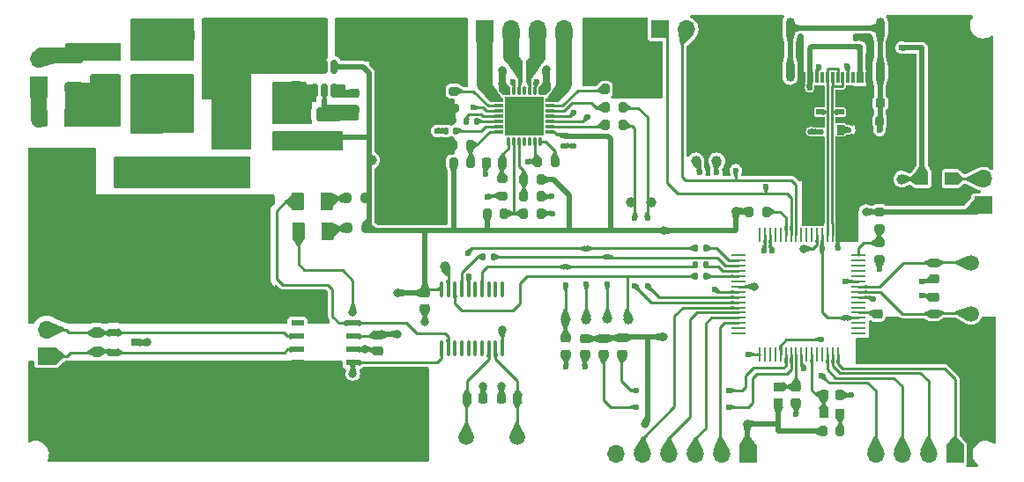
<source format=gtl>
G04 #@! TF.GenerationSoftware,KiCad,Pcbnew,7.0.7*
G04 #@! TF.CreationDate,2023-12-18T21:05:11-05:00*
G04 #@! TF.ProjectId,motor_board_pcb,6d6f746f-725f-4626-9f61-72645f706362,rev?*
G04 #@! TF.SameCoordinates,Original*
G04 #@! TF.FileFunction,Copper,L1,Top*
G04 #@! TF.FilePolarity,Positive*
%FSLAX46Y46*%
G04 Gerber Fmt 4.6, Leading zero omitted, Abs format (unit mm)*
G04 Created by KiCad (PCBNEW 7.0.7) date 2023-12-18 21:05:11*
%MOMM*%
%LPD*%
G01*
G04 APERTURE LIST*
G04 Aperture macros list*
%AMRoundRect*
0 Rectangle with rounded corners*
0 $1 Rounding radius*
0 $2 $3 $4 $5 $6 $7 $8 $9 X,Y pos of 4 corners*
0 Add a 4 corners polygon primitive as box body*
4,1,4,$2,$3,$4,$5,$6,$7,$8,$9,$2,$3,0*
0 Add four circle primitives for the rounded corners*
1,1,$1+$1,$2,$3*
1,1,$1+$1,$4,$5*
1,1,$1+$1,$6,$7*
1,1,$1+$1,$8,$9*
0 Add four rect primitives between the rounded corners*
20,1,$1+$1,$2,$3,$4,$5,0*
20,1,$1+$1,$4,$5,$6,$7,0*
20,1,$1+$1,$6,$7,$8,$9,0*
20,1,$1+$1,$8,$9,$2,$3,0*%
%AMFreePoly0*
4,1,17,1.875035,1.275035,1.875050,1.275000,1.875050,0.575000,1.875035,0.574965,1.875000,0.574950,0.575050,0.574950,0.575050,-0.425000,0.575035,-0.425035,0.575000,-0.425050,-0.425000,-0.425050,-0.425035,-0.425035,-0.425050,-0.425000,-0.425050,1.275000,-0.425035,1.275035,-0.425000,1.275050,1.875000,1.275050,1.875035,1.275035,1.875035,1.275035,$1*%
%AMFreePoly1*
4,1,17,0.425035,1.275035,0.425050,1.275000,0.425050,-0.425000,0.425035,-0.425035,0.425000,-0.425050,-0.575000,-0.425050,-0.575035,-0.425035,-0.575050,-0.425000,-0.575050,0.574950,-1.875000,0.574950,-1.875035,0.574965,-1.875050,0.575000,-1.875050,1.275000,-1.875035,1.275035,-1.875000,1.275050,0.425000,1.275050,0.425035,1.275035,0.425035,1.275035,$1*%
%AMFreePoly2*
4,1,17,0.425035,0.425035,0.425050,0.425000,0.425050,-1.275000,0.425035,-1.275035,0.425000,-1.275050,-1.875000,-1.275050,-1.875035,-1.275035,-1.875050,-1.275000,-1.875050,-0.575000,-1.875035,-0.574965,-1.875000,-0.574950,-0.575050,-0.574950,-0.575050,0.425000,-0.575035,0.425035,-0.575000,0.425050,0.425000,0.425050,0.425035,0.425035,0.425035,0.425035,$1*%
%AMFreePoly3*
4,1,17,0.575035,0.425035,0.575050,0.425000,0.575050,-0.574950,1.875000,-0.574950,1.875035,-0.574965,1.875050,-0.575000,1.875050,-1.275000,1.875035,-1.275035,1.875000,-1.275050,-0.425000,-1.275050,-0.425035,-1.275035,-0.425050,-1.275000,-0.425050,0.425000,-0.425035,0.425035,-0.425000,0.425050,0.575000,0.425050,0.575035,0.425035,0.575035,0.425035,$1*%
G04 Aperture macros list end*
G04 #@! TA.AperFunction,SMDPad,CuDef*
%ADD10RoundRect,0.200000X0.200000X0.275000X-0.200000X0.275000X-0.200000X-0.275000X0.200000X-0.275000X0*%
G04 #@! TD*
G04 #@! TA.AperFunction,SMDPad,CuDef*
%ADD11RoundRect,0.225000X-0.225000X-0.250000X0.225000X-0.250000X0.225000X0.250000X-0.225000X0.250000X0*%
G04 #@! TD*
G04 #@! TA.AperFunction,ComponentPad*
%ADD12R,1.700000X1.700000*%
G04 #@! TD*
G04 #@! TA.AperFunction,ComponentPad*
%ADD13O,1.700000X1.700000*%
G04 #@! TD*
G04 #@! TA.AperFunction,SMDPad,CuDef*
%ADD14RoundRect,0.200000X-0.200000X-0.275000X0.200000X-0.275000X0.200000X0.275000X-0.200000X0.275000X0*%
G04 #@! TD*
G04 #@! TA.AperFunction,SMDPad,CuDef*
%ADD15RoundRect,0.218750X0.256250X-0.218750X0.256250X0.218750X-0.256250X0.218750X-0.256250X-0.218750X0*%
G04 #@! TD*
G04 #@! TA.AperFunction,SMDPad,CuDef*
%ADD16C,1.000000*%
G04 #@! TD*
G04 #@! TA.AperFunction,SMDPad,CuDef*
%ADD17RoundRect,0.237500X0.250000X0.237500X-0.250000X0.237500X-0.250000X-0.237500X0.250000X-0.237500X0*%
G04 #@! TD*
G04 #@! TA.AperFunction,ComponentPad*
%ADD18C,1.500000*%
G04 #@! TD*
G04 #@! TA.AperFunction,SMDPad,CuDef*
%ADD19R,0.965200X0.939800*%
G04 #@! TD*
G04 #@! TA.AperFunction,SMDPad,CuDef*
%ADD20RoundRect,0.100000X0.100000X-0.637500X0.100000X0.637500X-0.100000X0.637500X-0.100000X-0.637500X0*%
G04 #@! TD*
G04 #@! TA.AperFunction,SMDPad,CuDef*
%ADD21RoundRect,0.225000X0.250000X-0.225000X0.250000X0.225000X-0.250000X0.225000X-0.250000X-0.225000X0*%
G04 #@! TD*
G04 #@! TA.AperFunction,SMDPad,CuDef*
%ADD22RoundRect,0.135000X-0.135000X-0.185000X0.135000X-0.185000X0.135000X0.185000X-0.135000X0.185000X0*%
G04 #@! TD*
G04 #@! TA.AperFunction,SMDPad,CuDef*
%ADD23RoundRect,0.237500X-0.237500X0.250000X-0.237500X-0.250000X0.237500X-0.250000X0.237500X0.250000X0*%
G04 #@! TD*
G04 #@! TA.AperFunction,SMDPad,CuDef*
%ADD24RoundRect,0.225000X-0.250000X0.225000X-0.250000X-0.225000X0.250000X-0.225000X0.250000X0.225000X0*%
G04 #@! TD*
G04 #@! TA.AperFunction,SMDPad,CuDef*
%ADD25RoundRect,0.008100X-0.396900X-0.126900X0.396900X-0.126900X0.396900X0.126900X-0.396900X0.126900X0*%
G04 #@! TD*
G04 #@! TA.AperFunction,SMDPad,CuDef*
%ADD26RoundRect,0.027000X-0.108000X-0.378000X0.108000X-0.378000X0.108000X0.378000X-0.108000X0.378000X0*%
G04 #@! TD*
G04 #@! TA.AperFunction,SMDPad,CuDef*
%ADD27R,3.700000X3.700000*%
G04 #@! TD*
G04 #@! TA.AperFunction,SMDPad,CuDef*
%ADD28RoundRect,0.140000X0.140000X0.170000X-0.140000X0.170000X-0.140000X-0.170000X0.140000X-0.170000X0*%
G04 #@! TD*
G04 #@! TA.AperFunction,SMDPad,CuDef*
%ADD29R,0.900000X0.800000*%
G04 #@! TD*
G04 #@! TA.AperFunction,SMDPad,CuDef*
%ADD30R,1.300000X0.600000*%
G04 #@! TD*
G04 #@! TA.AperFunction,SMDPad,CuDef*
%ADD31R,0.700000X1.000000*%
G04 #@! TD*
G04 #@! TA.AperFunction,SMDPad,CuDef*
%ADD32R,0.700000X0.600000*%
G04 #@! TD*
G04 #@! TA.AperFunction,SMDPad,CuDef*
%ADD33RoundRect,0.250000X-0.375000X-0.625000X0.375000X-0.625000X0.375000X0.625000X-0.375000X0.625000X0*%
G04 #@! TD*
G04 #@! TA.AperFunction,SMDPad,CuDef*
%ADD34RoundRect,0.200000X0.275000X-0.200000X0.275000X0.200000X-0.275000X0.200000X-0.275000X-0.200000X0*%
G04 #@! TD*
G04 #@! TA.AperFunction,SMDPad,CuDef*
%ADD35RoundRect,0.250000X-0.325000X-1.100000X0.325000X-1.100000X0.325000X1.100000X-0.325000X1.100000X0*%
G04 #@! TD*
G04 #@! TA.AperFunction,SMDPad,CuDef*
%ADD36R,1.200000X1.200000*%
G04 #@! TD*
G04 #@! TA.AperFunction,SMDPad,CuDef*
%ADD37RoundRect,0.140000X-0.170000X0.140000X-0.170000X-0.140000X0.170000X-0.140000X0.170000X0.140000X0*%
G04 #@! TD*
G04 #@! TA.AperFunction,SMDPad,CuDef*
%ADD38FreePoly0,180.000000*%
G04 #@! TD*
G04 #@! TA.AperFunction,SMDPad,CuDef*
%ADD39FreePoly1,180.000000*%
G04 #@! TD*
G04 #@! TA.AperFunction,SMDPad,CuDef*
%ADD40FreePoly2,180.000000*%
G04 #@! TD*
G04 #@! TA.AperFunction,SMDPad,CuDef*
%ADD41FreePoly3,180.000000*%
G04 #@! TD*
G04 #@! TA.AperFunction,SMDPad,CuDef*
%ADD42RoundRect,0.135000X0.135000X0.185000X-0.135000X0.185000X-0.135000X-0.185000X0.135000X-0.185000X0*%
G04 #@! TD*
G04 #@! TA.AperFunction,SMDPad,CuDef*
%ADD43RoundRect,0.225000X0.225000X0.250000X-0.225000X0.250000X-0.225000X-0.250000X0.225000X-0.250000X0*%
G04 #@! TD*
G04 #@! TA.AperFunction,SMDPad,CuDef*
%ADD44R,5.100000X1.900000*%
G04 #@! TD*
G04 #@! TA.AperFunction,SMDPad,CuDef*
%ADD45R,0.300000X1.140000*%
G04 #@! TD*
G04 #@! TA.AperFunction,ComponentPad*
%ADD46O,0.900000X2.000000*%
G04 #@! TD*
G04 #@! TA.AperFunction,SMDPad,CuDef*
%ADD47RoundRect,0.250000X-0.650000X0.325000X-0.650000X-0.325000X0.650000X-0.325000X0.650000X0.325000X0*%
G04 #@! TD*
G04 #@! TA.AperFunction,SMDPad,CuDef*
%ADD48R,1.397000X0.279400*%
G04 #@! TD*
G04 #@! TA.AperFunction,SMDPad,CuDef*
%ADD49R,0.279400X1.397000*%
G04 #@! TD*
G04 #@! TA.AperFunction,SMDPad,CuDef*
%ADD50RoundRect,0.200000X-0.275000X0.200000X-0.275000X-0.200000X0.275000X-0.200000X0.275000X0.200000X0*%
G04 #@! TD*
G04 #@! TA.AperFunction,SMDPad,CuDef*
%ADD51RoundRect,0.218750X-0.218750X-0.256250X0.218750X-0.256250X0.218750X0.256250X-0.218750X0.256250X0*%
G04 #@! TD*
G04 #@! TA.AperFunction,SMDPad,CuDef*
%ADD52RoundRect,0.150000X-0.150000X0.512500X-0.150000X-0.512500X0.150000X-0.512500X0.150000X0.512500X0*%
G04 #@! TD*
G04 #@! TA.AperFunction,SMDPad,CuDef*
%ADD53RoundRect,0.250000X-1.100000X0.325000X-1.100000X-0.325000X1.100000X-0.325000X1.100000X0.325000X0*%
G04 #@! TD*
G04 #@! TA.AperFunction,SMDPad,CuDef*
%ADD54R,2.220000X1.240000*%
G04 #@! TD*
G04 #@! TA.AperFunction,SMDPad,CuDef*
%ADD55R,1.600000X1.440000*%
G04 #@! TD*
G04 #@! TA.AperFunction,SMDPad,CuDef*
%ADD56R,3.800000X4.960000*%
G04 #@! TD*
G04 #@! TA.AperFunction,SMDPad,CuDef*
%ADD57R,0.939800X0.965200*%
G04 #@! TD*
G04 #@! TA.AperFunction,ViaPad*
%ADD58C,0.600000*%
G04 #@! TD*
G04 #@! TA.AperFunction,ViaPad*
%ADD59C,0.800000*%
G04 #@! TD*
G04 #@! TA.AperFunction,Conductor*
%ADD60C,0.250000*%
G04 #@! TD*
G04 #@! TA.AperFunction,Conductor*
%ADD61C,0.500000*%
G04 #@! TD*
G04 #@! TA.AperFunction,Conductor*
%ADD62C,0.276400*%
G04 #@! TD*
G04 #@! TA.AperFunction,Conductor*
%ADD63C,0.200000*%
G04 #@! TD*
G04 #@! TA.AperFunction,Conductor*
%ADD64C,1.500000*%
G04 #@! TD*
G04 #@! TA.AperFunction,Conductor*
%ADD65C,0.700000*%
G04 #@! TD*
G04 APERTURE END LIST*
D10*
X150625000Y-65900000D03*
X148975000Y-65900000D03*
D11*
X137525000Y-72953752D03*
X139075000Y-72953752D03*
D12*
X185290000Y-77075000D03*
D13*
X185290000Y-74535000D03*
D14*
X141125000Y-74600000D03*
X142775000Y-74600000D03*
D15*
X148800000Y-91456570D03*
X148800000Y-89881570D03*
D16*
X151150000Y-88000000D03*
D17*
X126002520Y-79272598D03*
X124177520Y-79272598D03*
D18*
X140500000Y-99400000D03*
X135620000Y-99400000D03*
D16*
X177430000Y-74560000D03*
D19*
X169957600Y-97079811D03*
X171456200Y-97079811D03*
D16*
X126500000Y-72750000D03*
D20*
X133225000Y-90862500D03*
X133875000Y-90862500D03*
X134525000Y-90862500D03*
X135175000Y-90862500D03*
X135825000Y-90862500D03*
X136475000Y-90862500D03*
X137125000Y-90862500D03*
X137775000Y-90862500D03*
X138425000Y-90862500D03*
X139075000Y-90862500D03*
X139075000Y-85137500D03*
X138425000Y-85137500D03*
X137775000Y-85137500D03*
X137125000Y-85137500D03*
X136475000Y-85137500D03*
X135825000Y-85137500D03*
X135175000Y-85137500D03*
X134525000Y-85137500D03*
X133875000Y-85137500D03*
X133225000Y-85137500D03*
D21*
X175100000Y-89075000D03*
X175100000Y-87525000D03*
D22*
X157640000Y-82800000D03*
X158660000Y-82800000D03*
D23*
X100100000Y-89347500D03*
X100100000Y-91172500D03*
D24*
X131638400Y-85487500D03*
X131638400Y-87037500D03*
D11*
X138993986Y-95700000D03*
X140543986Y-95700000D03*
D14*
X175320924Y-68980000D03*
X176970924Y-68980000D03*
D24*
X180535184Y-85951482D03*
X180535184Y-87501482D03*
D21*
X119215494Y-65505000D03*
X119215494Y-63955000D03*
D14*
X162781900Y-77679811D03*
X164431900Y-77679811D03*
D25*
X138750000Y-67000000D03*
X138750000Y-67500000D03*
X138750000Y-68000000D03*
X138750000Y-68500000D03*
X138750000Y-69000000D03*
X138750000Y-69500000D03*
X138750000Y-70000000D03*
D26*
X139700000Y-70950000D03*
X140200000Y-70950000D03*
X140700000Y-70950000D03*
X141200000Y-70950000D03*
X141700000Y-70950000D03*
X142200000Y-70950000D03*
X142700000Y-70950000D03*
D25*
X143650000Y-70000000D03*
X143650000Y-69500000D03*
X143650000Y-69000000D03*
X143650000Y-68500000D03*
X143650000Y-68000000D03*
X143650000Y-67500000D03*
X143650000Y-67000000D03*
D26*
X142700000Y-66050000D03*
X142200000Y-66050000D03*
X141700000Y-66050000D03*
X141200000Y-66050000D03*
X140700000Y-66050000D03*
X140200000Y-66050000D03*
X139700000Y-66050000D03*
D27*
X141200000Y-68500000D03*
D14*
X148975000Y-67600000D03*
X150625000Y-67600000D03*
D16*
X133550000Y-83000000D03*
D12*
X94500000Y-65525000D03*
D13*
X94500000Y-62985000D03*
D28*
X134600000Y-69900000D03*
X133640000Y-69900000D03*
D21*
X167300000Y-96075000D03*
X167300000Y-94525000D03*
D29*
X101730000Y-89320000D03*
X101730000Y-91220000D03*
X103830000Y-90270000D03*
D12*
X182550000Y-101000000D03*
D13*
X180010000Y-101000000D03*
X177470000Y-101000000D03*
X174930000Y-101000000D03*
D15*
X150600000Y-91425067D03*
X150600000Y-89850067D03*
D14*
X134353723Y-71288741D03*
X136003723Y-71288741D03*
D24*
X117984107Y-68807096D03*
X117984107Y-70357096D03*
D30*
X124700000Y-92205000D03*
X124700000Y-90935000D03*
X124700000Y-89665000D03*
X124700000Y-88395000D03*
X119400000Y-88395000D03*
X119400000Y-89665000D03*
X119400000Y-90935000D03*
X119400000Y-92205000D03*
D31*
X171550000Y-69800000D03*
D32*
X171550000Y-68100000D03*
X169550000Y-68100000D03*
X169550000Y-70000000D03*
D33*
X119500000Y-79550000D03*
X122300000Y-79550000D03*
D16*
X157660000Y-72800000D03*
D15*
X147000000Y-91456284D03*
X147000000Y-89881284D03*
D34*
X134400000Y-67725000D03*
X134400000Y-66075000D03*
D35*
X99441833Y-73930000D03*
X102391833Y-73930000D03*
D10*
X142775000Y-76210000D03*
X141125000Y-76210000D03*
D16*
X151400000Y-76800000D03*
D36*
X182190000Y-74500000D03*
X179390000Y-74500000D03*
D18*
X184100000Y-82650000D03*
X184100000Y-87530000D03*
D37*
X145028656Y-70370000D03*
X145028656Y-71330000D03*
D22*
X157590000Y-81200000D03*
X158610000Y-81200000D03*
D10*
X139275000Y-77850000D03*
X137625000Y-77850000D03*
D14*
X169881900Y-98829811D03*
X171531900Y-98829811D03*
D22*
X157640000Y-83870000D03*
X158660000Y-83870000D03*
D38*
X102002740Y-64901236D03*
D39*
X103752740Y-64901236D03*
D40*
X103752740Y-62751236D03*
D41*
X102002740Y-62751236D03*
D33*
X119402584Y-76659891D03*
X122202584Y-76659891D03*
D16*
X147150000Y-88000000D03*
D17*
X125909769Y-76382488D03*
X124084769Y-76382488D03*
D14*
X148975000Y-69300000D03*
X150625000Y-69300000D03*
D42*
X138250000Y-82050000D03*
X137230000Y-82050000D03*
D43*
X171481900Y-95329811D03*
X169931900Y-95329811D03*
D16*
X145150000Y-88050000D03*
D44*
X106866833Y-69111397D03*
X106866833Y-73311397D03*
D45*
X174390000Y-64770000D03*
X173590000Y-64770000D03*
X172290000Y-64770000D03*
X171290000Y-64770000D03*
X170790000Y-64770000D03*
X169790000Y-64770000D03*
X168490000Y-64770000D03*
X167690000Y-64770000D03*
X167990000Y-64770000D03*
X168790000Y-64770000D03*
X169290000Y-64770000D03*
X170290000Y-64770000D03*
X171790000Y-64770000D03*
X172790000Y-64770000D03*
X173290000Y-64770000D03*
X174090000Y-64770000D03*
D46*
X175365000Y-64180000D03*
X166715000Y-64180000D03*
X175365000Y-60000000D03*
X166715000Y-60000000D03*
D16*
X159670000Y-72790000D03*
D34*
X139050000Y-76175000D03*
X139050000Y-74525000D03*
D10*
X142775000Y-77850000D03*
X141125000Y-77850000D03*
D15*
X145175108Y-91434821D03*
X145175108Y-89859821D03*
D47*
X97957242Y-62848586D03*
X97957242Y-65798586D03*
D43*
X137200000Y-95700000D03*
X135650000Y-95700000D03*
D16*
X153400000Y-76800000D03*
D48*
X173300000Y-89400756D03*
X173300000Y-88900630D03*
X173300000Y-88400504D03*
X173300000Y-87900378D03*
X173300000Y-87400252D03*
X173300000Y-86900126D03*
X173300000Y-86400000D03*
X173300000Y-85899874D03*
X173300000Y-85399748D03*
X173300000Y-84899622D03*
X173300000Y-84399496D03*
X173300000Y-83899370D03*
X173300000Y-83399244D03*
X173300000Y-82899118D03*
X173300000Y-82398992D03*
X173300000Y-81898866D03*
D49*
X171297845Y-79896711D03*
X170797719Y-79896711D03*
X170297593Y-79896711D03*
X169797467Y-79896711D03*
X169297341Y-79896711D03*
X168797215Y-79896711D03*
X168297089Y-79896711D03*
X167796963Y-79896711D03*
X167296837Y-79896711D03*
X166796711Y-79896711D03*
X166296585Y-79896711D03*
X165796459Y-79896711D03*
X165296333Y-79896711D03*
X164796207Y-79896711D03*
X164296081Y-79896711D03*
X163795955Y-79896711D03*
D48*
X161793800Y-81898866D03*
X161793800Y-82398992D03*
X161793800Y-82899118D03*
X161793800Y-83399244D03*
X161793800Y-83899370D03*
X161793800Y-84399496D03*
X161793800Y-84899622D03*
X161793800Y-85399748D03*
X161793800Y-85899874D03*
X161793800Y-86400000D03*
X161793800Y-86900126D03*
X161793800Y-87400252D03*
X161793800Y-87900378D03*
X161793800Y-88400504D03*
X161793800Y-88900630D03*
X161793800Y-89400756D03*
D49*
X163795955Y-91402911D03*
X164296081Y-91402911D03*
X164796207Y-91402911D03*
X165296333Y-91402911D03*
X165796459Y-91402911D03*
X166296585Y-91402911D03*
X166796711Y-91402911D03*
X167296837Y-91402911D03*
X167796963Y-91402911D03*
X168297089Y-91402911D03*
X168797215Y-91402911D03*
X169297341Y-91402911D03*
X169797467Y-91402911D03*
X170297593Y-91402911D03*
X170797719Y-91402911D03*
X171297845Y-91402911D03*
D43*
X176920924Y-67230000D03*
X175370924Y-67230000D03*
D50*
X175300000Y-80675000D03*
X175300000Y-82325000D03*
D51*
X109079333Y-60730000D03*
X110654333Y-60730000D03*
D16*
X129250000Y-72750000D03*
D52*
X122931100Y-63719485D03*
X121981100Y-63719485D03*
X121031100Y-63719485D03*
X121031100Y-65994485D03*
X121981100Y-65994485D03*
X122931100Y-65994485D03*
D16*
X149150000Y-87950000D03*
D24*
X124806679Y-66302317D03*
X124806679Y-67852317D03*
D12*
X162650000Y-101000000D03*
D13*
X160110000Y-101000000D03*
X157570000Y-101000000D03*
X155030000Y-101000000D03*
X152490000Y-101000000D03*
X149950000Y-101000000D03*
D24*
X120039609Y-68816397D03*
X120039609Y-70366397D03*
D53*
X108066833Y-62486397D03*
X108066833Y-65436397D03*
D50*
X175300000Y-77675000D03*
X175300000Y-79325000D03*
D24*
X127100000Y-89540000D03*
X127100000Y-91090000D03*
D21*
X180561424Y-84155930D03*
X180561424Y-82605930D03*
D54*
X122366833Y-68361397D03*
X122366833Y-70541397D03*
D55*
X111935000Y-73080000D03*
X114065000Y-73080000D03*
D56*
X113000000Y-69280000D03*
D12*
X95272339Y-91588648D03*
D13*
X95272339Y-89048648D03*
D28*
X136580000Y-68980000D03*
X135620000Y-68980000D03*
D57*
X165600000Y-94550700D03*
X165600000Y-96049300D03*
D14*
X142475000Y-72860000D03*
X144125000Y-72860000D03*
D12*
X154225000Y-60100000D03*
D13*
X156765000Y-60100000D03*
X159305000Y-60100000D03*
D12*
X137400000Y-60100000D03*
D13*
X139940000Y-60100000D03*
X142480000Y-60100000D03*
X145020000Y-60100000D03*
D10*
X136025000Y-72950000D03*
X134375000Y-72950000D03*
D33*
X94816833Y-68680000D03*
X97616833Y-68680000D03*
D58*
X161500000Y-73700000D03*
X173410000Y-61840000D03*
X177420000Y-61890000D03*
X168600000Y-65750000D03*
X168690000Y-69970000D03*
X147250000Y-68550000D03*
X140050000Y-65170000D03*
X142350000Y-65210000D03*
X162656900Y-91429811D03*
X137650000Y-76250000D03*
D59*
X124700000Y-93265000D03*
X124700000Y-87350000D03*
D58*
X145200000Y-92588973D03*
X147000000Y-92600000D03*
X151950000Y-94900000D03*
X151950000Y-96500000D03*
D59*
X103027307Y-95543357D03*
X108000000Y-100500000D03*
X107116833Y-61080000D03*
X127777307Y-61250000D03*
X165027307Y-62793357D03*
X115472693Y-79956643D03*
X100500000Y-93000000D03*
X132750000Y-64000000D03*
X181277307Y-69293357D03*
X184027307Y-71793357D03*
X181277307Y-71793357D03*
X103000000Y-85000000D03*
X95500000Y-82500000D03*
X159777307Y-62793357D03*
X128000000Y-98000000D03*
X127777307Y-69043357D03*
X181250000Y-66750000D03*
X153000000Y-65000000D03*
X127777307Y-74043357D03*
X153000000Y-62500000D03*
D58*
X174700000Y-86100000D03*
D59*
X117716833Y-65780000D03*
X174527307Y-72043357D03*
X139050000Y-89100000D03*
X95500000Y-98000000D03*
X108000000Y-85000000D03*
X169500000Y-78000000D03*
X115500000Y-100500000D03*
X119400000Y-93265000D03*
X100500000Y-82500000D03*
D58*
X136250000Y-67650000D03*
D59*
X113000000Y-82500000D03*
X159777307Y-70293357D03*
X105527307Y-98043357D03*
D58*
X167300000Y-97200000D03*
D59*
X130500000Y-95500000D03*
X108000000Y-98000000D03*
X95500000Y-77500000D03*
X130277307Y-74043357D03*
X104910000Y-90270000D03*
X125900000Y-90935000D03*
X98000000Y-98000000D03*
X107116833Y-59980000D03*
D58*
X143880000Y-77860000D03*
D59*
X130500000Y-98000000D03*
X98000000Y-80000000D03*
X162527307Y-62793357D03*
X108000000Y-82500000D03*
D58*
X175100000Y-90200000D03*
D59*
X117711379Y-67280485D03*
X108000000Y-87500000D03*
X130250000Y-71500000D03*
X165027307Y-70293357D03*
D58*
X141200000Y-69500000D03*
D59*
X181277307Y-64293357D03*
X123000000Y-100500000D03*
X115527307Y-95543357D03*
X104216833Y-59980000D03*
X148000000Y-60000000D03*
X130277307Y-64043357D03*
X150500000Y-60000000D03*
X132750000Y-76500000D03*
X108000000Y-77500000D03*
X128000000Y-100500000D03*
D58*
X140200000Y-69500000D03*
X150608113Y-64750000D03*
D59*
X177000000Y-72000000D03*
X105500000Y-82500000D03*
X103000000Y-93000000D03*
X132777307Y-61250000D03*
X131625000Y-88312500D03*
D58*
X141530000Y-72860000D03*
D59*
X97966833Y-73948603D03*
X105500000Y-87500000D03*
X113027307Y-98043357D03*
X119366833Y-67280000D03*
X162500000Y-65250000D03*
X150500000Y-62500000D03*
X105500000Y-77500000D03*
D58*
X175300000Y-83200000D03*
D59*
X165000000Y-65250000D03*
X132750000Y-74000000D03*
X100500000Y-98000000D03*
X159777307Y-67793357D03*
D58*
X141200000Y-68500000D03*
D59*
X100500000Y-87500000D03*
D58*
X142200000Y-68500000D03*
D59*
X98000000Y-77500000D03*
X103000000Y-82500000D03*
X148000000Y-65000000D03*
X127750000Y-66500000D03*
X115500000Y-85000000D03*
X171500000Y-74000000D03*
X107972693Y-79956643D03*
X171500000Y-78000000D03*
X118000000Y-100500000D03*
D58*
X142200000Y-67500000D03*
D59*
X115500000Y-82500000D03*
X113027307Y-95543357D03*
X171500000Y-76000000D03*
X110500000Y-85000000D03*
X98000000Y-85000000D03*
X115500000Y-87500000D03*
X115500000Y-98000000D03*
D58*
X140200000Y-68500000D03*
D59*
X165027307Y-67793357D03*
X103000000Y-87500000D03*
X169500000Y-76000000D03*
X113000000Y-77500000D03*
X103000000Y-77500000D03*
X130277307Y-69043357D03*
X105500000Y-93000000D03*
X108027307Y-95543357D03*
D58*
X171300000Y-81200000D03*
D59*
X100500000Y-77500000D03*
X98027307Y-95543357D03*
D58*
X140200000Y-67500000D03*
D59*
X125500000Y-100500000D03*
X108000000Y-93000000D03*
D58*
X167500000Y-66000000D03*
D59*
X123000000Y-98000000D03*
X113000000Y-85000000D03*
X118000000Y-98000000D03*
X120500000Y-95500000D03*
X132750000Y-66500000D03*
X181250000Y-61500000D03*
X162527307Y-70293357D03*
X95500000Y-72500000D03*
X95500000Y-80000000D03*
X174500000Y-74500000D03*
X171500000Y-72000000D03*
D58*
X174247827Y-65953538D03*
D59*
X100527307Y-95543357D03*
X110500000Y-100500000D03*
X125500000Y-98000000D03*
D58*
X168056900Y-92779811D03*
X133170000Y-71320000D03*
D59*
X115500000Y-77500000D03*
X100500000Y-85000000D03*
D58*
X141200000Y-67500000D03*
D59*
X162527307Y-67793357D03*
D58*
X179400000Y-85750000D03*
D59*
X159750000Y-65250000D03*
D58*
X143850000Y-76220000D03*
D59*
X95527307Y-95543357D03*
X95500000Y-75000000D03*
X184027307Y-69293357D03*
X123000000Y-95500000D03*
X128000000Y-95500000D03*
X105500000Y-100500000D03*
X127750000Y-71500000D03*
X120500000Y-98000000D03*
X184027307Y-64293357D03*
X184000000Y-61500000D03*
X98000000Y-100500000D03*
X100472693Y-79956643D03*
X100500000Y-100500000D03*
X148000000Y-62500000D03*
X184000000Y-66750000D03*
X113000000Y-93000000D03*
X98000000Y-87500000D03*
D58*
X179400000Y-84400000D03*
X134400000Y-68900000D03*
D59*
X110500000Y-82500000D03*
X103000000Y-100500000D03*
X130250000Y-66500000D03*
X130250000Y-76500000D03*
X110527307Y-98043357D03*
X95500000Y-85000000D03*
X110500000Y-80000000D03*
X125000000Y-61250000D03*
X105500000Y-80000000D03*
X105616833Y-59980000D03*
X127777307Y-64043357D03*
X110500000Y-77500000D03*
X110500000Y-93000000D03*
X162527307Y-60293357D03*
X98000000Y-82500000D03*
X169500000Y-72000000D03*
D58*
X145910000Y-71350000D03*
D59*
X138981988Y-94518409D03*
D58*
X159500000Y-85200000D03*
D59*
X113000000Y-100500000D03*
X110500000Y-87500000D03*
X105500000Y-85000000D03*
X115500000Y-93000000D03*
X98000000Y-93000000D03*
X113000000Y-80000000D03*
X110527307Y-95543357D03*
X127750000Y-76500000D03*
X130500000Y-100500000D03*
X120500000Y-100500000D03*
X165027307Y-60293357D03*
X103027307Y-98043357D03*
D58*
X172556900Y-95329811D03*
D59*
X118000000Y-95500000D03*
D58*
X137450000Y-74100000D03*
X142200000Y-69500000D03*
D59*
X137231988Y-94468409D03*
X113000000Y-87500000D03*
D58*
X145950000Y-68150000D03*
D59*
X103000000Y-80000000D03*
D58*
X177870000Y-67240000D03*
D59*
X125500000Y-95500000D03*
X169500000Y-74000000D03*
X130277307Y-61250000D03*
X105527307Y-95543357D03*
D58*
X177870000Y-69000000D03*
X153000000Y-78300000D03*
X153000000Y-84800000D03*
X151800000Y-84800000D03*
X151800000Y-78300000D03*
X145150000Y-84750000D03*
X145137950Y-82992907D03*
X149159490Y-84646735D03*
X149150000Y-82050000D03*
X135850000Y-83900000D03*
X147113026Y-81231996D03*
X135750000Y-81650000D03*
X147150000Y-84650000D03*
X164999503Y-81400000D03*
X158000000Y-73900000D03*
X164200000Y-81400000D03*
X159620000Y-73890000D03*
X169480000Y-63704500D03*
X172190000Y-63690000D03*
X164400000Y-75254311D03*
X169756900Y-89979811D03*
X169756900Y-93429811D03*
X160800000Y-94900000D03*
X160800000Y-96500000D03*
X172100000Y-87900000D03*
X169800000Y-81200000D03*
X172380000Y-69800000D03*
X175320000Y-69810000D03*
D59*
X129000000Y-89450000D03*
X152800000Y-98100000D03*
X168000000Y-81250000D03*
X129000000Y-85500000D03*
X161500000Y-77625000D03*
X154530000Y-89720000D03*
X154530000Y-79510000D03*
D58*
X172000000Y-84400000D03*
D59*
X174000000Y-77674032D03*
X163300000Y-84900000D03*
X162600000Y-98100000D03*
X139100000Y-65350000D03*
X116366833Y-61230000D03*
X116366833Y-63480000D03*
X139090000Y-64050000D03*
D58*
X132800000Y-69900000D03*
D59*
X111366833Y-66230000D03*
X121116833Y-61230000D03*
X111366833Y-63480000D03*
X113866833Y-66230000D03*
X118866833Y-61230000D03*
X113866833Y-61230000D03*
X113866833Y-63480000D03*
X143280000Y-64000000D03*
X143300000Y-65350000D03*
D60*
X161500000Y-74679811D02*
X156679811Y-74679811D01*
X161500000Y-73700000D02*
X161500000Y-74679811D01*
X161500000Y-74679811D02*
X166856900Y-74679811D01*
X156300000Y-74300000D02*
X156300000Y-60565000D01*
X156679811Y-74679811D02*
X156300000Y-74300000D01*
X167296837Y-75119748D02*
X167296837Y-79896711D01*
X166856900Y-74679811D02*
X167296837Y-75119748D01*
X156300000Y-60565000D02*
X156765000Y-60100000D01*
X182025000Y-74535000D02*
X181990000Y-74500000D01*
X185290000Y-74535000D02*
X182025000Y-74535000D01*
X179320000Y-74570000D02*
X179390000Y-74500000D01*
D61*
X168630000Y-64835000D02*
X168630000Y-61985000D01*
X173440000Y-61840000D02*
X173440000Y-64840000D01*
X179390000Y-61930000D02*
X179390000Y-74500000D01*
X168635000Y-69995000D02*
X168630000Y-69990000D01*
D60*
X179330000Y-74560000D02*
X179390000Y-74500000D01*
D61*
X168805000Y-61810000D02*
X173410000Y-61810000D01*
X168630000Y-61985000D02*
X168805000Y-61810000D01*
D60*
X179350000Y-61890000D02*
X179390000Y-61930000D01*
X177430000Y-74560000D02*
X179330000Y-74560000D01*
D61*
X169690000Y-69995000D02*
X168635000Y-69995000D01*
X168600000Y-65700000D02*
X168600000Y-64780000D01*
X173410000Y-61810000D02*
X173440000Y-61840000D01*
X177420000Y-61890000D02*
X179350000Y-61890000D01*
D62*
X170760856Y-68130000D02*
X170760856Y-65570856D01*
X170760856Y-65570856D02*
X170818200Y-65628200D01*
X170797719Y-79896711D02*
X170797719Y-78848960D01*
X171790000Y-65616400D02*
X171790000Y-64770000D01*
X170790856Y-68100000D02*
X171550000Y-68100000D01*
X170790000Y-65540000D02*
X170790000Y-64770000D01*
X170760856Y-65570856D02*
X170760000Y-65570000D01*
X170797719Y-78848960D02*
X170760856Y-78812097D01*
X170818200Y-65628200D02*
X171778200Y-65628200D01*
X170760000Y-65570000D02*
X170790000Y-65540000D01*
D63*
X171797827Y-64742173D02*
X171780000Y-64760000D01*
D62*
X170760856Y-78812097D02*
X170760856Y-68130000D01*
X171778200Y-65628200D02*
X171790000Y-65616400D01*
X170760856Y-68130000D02*
X170790856Y-68100000D01*
X170334456Y-78812097D02*
X170334456Y-68180000D01*
X170334456Y-65747476D02*
X170333600Y-65746620D01*
X170254456Y-68100000D02*
X169550000Y-68100000D01*
X170290000Y-64770000D02*
X170290000Y-63923600D01*
X171290000Y-63923600D02*
X171290000Y-64770000D01*
X170290000Y-65550000D02*
X170290000Y-64770000D01*
X170297593Y-78848960D02*
X170334456Y-78812097D01*
X170334456Y-68180000D02*
X170254456Y-68100000D01*
X170333600Y-65746620D02*
X170333600Y-65593600D01*
X170297593Y-79896711D02*
X170297593Y-78848960D01*
X170334456Y-68180000D02*
X170334456Y-65747476D01*
X170333600Y-65593600D02*
X170290000Y-65550000D01*
X171278200Y-63911800D02*
X171290000Y-63923600D01*
X170290000Y-63923600D02*
X170301800Y-63911800D01*
X170301800Y-63911800D02*
X171278200Y-63911800D01*
D60*
X146800000Y-69000000D02*
X147250000Y-68550000D01*
X143650000Y-69000000D02*
X146800000Y-69000000D01*
X137050000Y-69900000D02*
X137450000Y-69500000D01*
X134600000Y-69900000D02*
X137050000Y-69900000D01*
X137450000Y-69500000D02*
X138750000Y-69500000D01*
X148925000Y-69500000D02*
X143650000Y-69500000D01*
X148975000Y-69450000D02*
X148925000Y-69500000D01*
X148975000Y-66026306D02*
X146313694Y-66026306D01*
X144840000Y-67500000D02*
X146313694Y-66026306D01*
X143650000Y-67500000D02*
X144840000Y-67500000D01*
X136025000Y-71310018D02*
X136003723Y-71288741D01*
X136003723Y-71288741D02*
X136561259Y-71288741D01*
X136561259Y-71288741D02*
X137850000Y-70000000D01*
X136025000Y-72950000D02*
X136025000Y-71310018D01*
X137850000Y-70000000D02*
X138750000Y-70000000D01*
X142700000Y-70950000D02*
X143200000Y-70950000D01*
X144125000Y-71875000D02*
X144125000Y-72860000D01*
X143200000Y-70950000D02*
X144125000Y-71875000D01*
X141125000Y-73725000D02*
X141125000Y-74600000D01*
X141125000Y-76210000D02*
X141125000Y-74600000D01*
X140700000Y-73300000D02*
X141125000Y-73725000D01*
X140700000Y-70950000D02*
X140700000Y-73300000D01*
X140200000Y-77800000D02*
X140200000Y-70950000D01*
X140250000Y-77850000D02*
X140200000Y-77800000D01*
X139475000Y-77850000D02*
X141125000Y-77850000D01*
X141125000Y-77850000D02*
X140250000Y-77850000D01*
X145730000Y-67250000D02*
X144980000Y-68000000D01*
X148118642Y-67718642D02*
X147650000Y-67250000D01*
X147650000Y-67250000D02*
X145730000Y-67250000D01*
X148975000Y-67718642D02*
X148118642Y-67718642D01*
X144980000Y-68000000D02*
X143650000Y-68000000D01*
X135865000Y-68345000D02*
X137065000Y-68345000D01*
X137220000Y-68500000D02*
X138750000Y-68500000D01*
X137065000Y-68345000D02*
X137220000Y-68500000D01*
X135620000Y-68590000D02*
X135865000Y-68345000D01*
X135620000Y-68980000D02*
X135620000Y-68590000D01*
X136580000Y-68980000D02*
X138730000Y-68980000D01*
X138730000Y-68980000D02*
X138750000Y-69000000D01*
X140200000Y-66050000D02*
X140200000Y-65150000D01*
X142200000Y-66050000D02*
X142200000Y-65150000D01*
X134425000Y-66100000D02*
X134400000Y-66075000D01*
X137686396Y-67500000D02*
X136286396Y-66100000D01*
X138750000Y-67500000D02*
X137686396Y-67500000D01*
X136286396Y-66100000D02*
X134425000Y-66100000D01*
X133875000Y-83325000D02*
X133550000Y-83000000D01*
X133875000Y-85137500D02*
X133875000Y-83325000D01*
X135200000Y-83550000D02*
X135200000Y-85112500D01*
X136700000Y-82050000D02*
X135200000Y-83550000D01*
X135200000Y-85112500D02*
X135175000Y-85137500D01*
X137230000Y-82050000D02*
X136700000Y-82050000D01*
X137775000Y-90862500D02*
X137775000Y-91812500D01*
X135650000Y-95700000D02*
X135620000Y-95730000D01*
X135650000Y-93937500D02*
X135650000Y-95700000D01*
X135620000Y-95730000D02*
X135620000Y-99400000D01*
X137775000Y-91812500D02*
X135650000Y-93937500D01*
X140543986Y-94093986D02*
X140543986Y-95700000D01*
X138425000Y-91812500D02*
X140543986Y-93931486D01*
X140543986Y-93931486D02*
X140543986Y-94093986D01*
X140543986Y-95700000D02*
X140500000Y-95743986D01*
X140500000Y-95743986D02*
X140500000Y-99400000D01*
X138425000Y-90862500D02*
X138425000Y-91812500D01*
X173300000Y-87400252D02*
X175400252Y-87400252D01*
X175275000Y-80700000D02*
X175300000Y-80675000D01*
X173300000Y-81200000D02*
X173800000Y-80700000D01*
X173300000Y-81898866D02*
X173300000Y-81200000D01*
X175300000Y-79325000D02*
X175300000Y-80675000D01*
X173800000Y-80700000D02*
X175275000Y-80700000D01*
X175399748Y-85399748D02*
X173300000Y-85399748D01*
X180535184Y-87501482D02*
X177501482Y-87501482D01*
X177501482Y-87501482D02*
X175399748Y-85399748D01*
X184500000Y-87430000D02*
X180606666Y-87430000D01*
X180606666Y-87430000D02*
X180535184Y-87501482D01*
X175300378Y-84899622D02*
X173300000Y-84899622D01*
X180617354Y-82550000D02*
X180561424Y-82605930D01*
X177594070Y-82605930D02*
X175300378Y-84899622D01*
X184500000Y-82550000D02*
X180617354Y-82550000D01*
X180561424Y-82605930D02*
X177594070Y-82605930D01*
X169931900Y-97054111D02*
X169957600Y-97079811D01*
X168797215Y-91402911D02*
X168797215Y-94870126D01*
X169931900Y-95329811D02*
X169931900Y-97054111D01*
X169879118Y-96975748D02*
X170071404Y-97168034D01*
X169256900Y-95329811D02*
X169931900Y-95329811D01*
X168797215Y-94870126D02*
X169256900Y-95329811D01*
X165756900Y-77679811D02*
X166296585Y-78219496D01*
X166296585Y-78219496D02*
X166296585Y-79896711D01*
X164431900Y-77679811D02*
X165756900Y-77679811D01*
X158759370Y-83899370D02*
X158660000Y-83800000D01*
X161793800Y-83899370D02*
X158759370Y-83899370D01*
X158858801Y-82998801D02*
X158660000Y-82800000D01*
X159798801Y-82998801D02*
X158858801Y-82998801D01*
X161793800Y-83399244D02*
X160199244Y-83399244D01*
X160199244Y-83399244D02*
X159798801Y-82998801D01*
X162683800Y-91402911D02*
X163795955Y-91402911D01*
X162656900Y-91429811D02*
X162683800Y-91402911D01*
X160805726Y-82398992D02*
X161793800Y-82398992D01*
X159606734Y-81200000D02*
X160805726Y-82398992D01*
X159606734Y-81200000D02*
X158610000Y-81200000D01*
X167300000Y-94525000D02*
X165625700Y-94525000D01*
X167296837Y-94321837D02*
X167300000Y-94325000D01*
X167296837Y-91402911D02*
X167296837Y-94321837D01*
X165625700Y-94525000D02*
X165600000Y-94550700D01*
X137725000Y-76175000D02*
X139050000Y-76175000D01*
X137650000Y-76250000D02*
X137725000Y-76175000D01*
X123395000Y-88395000D02*
X124700000Y-88395000D01*
X117400000Y-77600000D02*
X117400000Y-84150000D01*
X122750000Y-87750000D02*
X123395000Y-88395000D01*
X122750000Y-85200000D02*
X122750000Y-87750000D01*
X133550000Y-89400000D02*
X133875000Y-89725000D01*
X119392693Y-76650000D02*
X118350000Y-76650000D01*
X118000000Y-84750000D02*
X122300000Y-84750000D01*
X119402584Y-76659891D02*
X119392693Y-76650000D01*
X118350000Y-76650000D02*
X117400000Y-77600000D01*
X119402584Y-76659891D02*
X119375181Y-76632488D01*
X124700000Y-88395000D02*
X129845000Y-88395000D01*
X117400000Y-84150000D02*
X118000000Y-84750000D01*
X122300000Y-84750000D02*
X122750000Y-85200000D01*
X133875000Y-89725000D02*
X133875000Y-90862500D01*
X129845000Y-88395000D02*
X130850000Y-89400000D01*
X130850000Y-89400000D02*
X133550000Y-89400000D01*
X124084769Y-76382488D02*
X122479987Y-76382488D01*
X122479987Y-76382488D02*
X122202584Y-76659891D01*
X133225000Y-91795000D02*
X133225000Y-90862500D01*
X132815000Y-92205000D02*
X133225000Y-91795000D01*
X119500000Y-82750000D02*
X119500000Y-79550000D01*
X124700000Y-92205000D02*
X132815000Y-92205000D01*
X120050000Y-83300000D02*
X119500000Y-82750000D01*
X124700000Y-87350000D02*
X124700000Y-84300000D01*
X124700000Y-84300000D02*
X123700000Y-83300000D01*
X123700000Y-83300000D02*
X120050000Y-83300000D01*
X124700000Y-93265000D02*
X124700000Y-92205000D01*
X124177520Y-79272598D02*
X122577402Y-79272598D01*
X122577402Y-79272598D02*
X122300000Y-79550000D01*
X145200000Y-91459713D02*
X145175108Y-91434821D01*
X145200000Y-92588973D02*
X145200000Y-91459713D01*
X147000000Y-91549384D02*
X146906900Y-91456284D01*
X147000000Y-92600000D02*
X147000000Y-91549384D01*
X151400000Y-94900000D02*
X150500000Y-94000000D01*
X151950000Y-94900000D02*
X151400000Y-94900000D01*
X150500000Y-91525067D02*
X150600000Y-91425067D01*
X150500000Y-94000000D02*
X150500000Y-91525067D01*
X149500000Y-96500000D02*
X148800000Y-95800000D01*
X148800000Y-95800000D02*
X148800000Y-91700000D01*
X148800000Y-91700000D02*
X148600000Y-91500000D01*
X151950000Y-96500000D02*
X149500000Y-96500000D01*
X159500000Y-85200000D02*
X159699748Y-85399748D01*
X171300000Y-81200000D02*
X171300000Y-79898866D01*
X138981988Y-95688002D02*
X138993986Y-95700000D01*
X142475000Y-72860000D02*
X141530000Y-72860000D01*
X145600000Y-68500000D02*
X143650000Y-68500000D01*
X134400000Y-68900000D02*
X134400000Y-67725000D01*
X142200000Y-70950000D02*
X142200000Y-72875000D01*
X167300000Y-96075000D02*
X167300000Y-97200000D01*
X145028656Y-71330000D02*
X145830000Y-71330000D01*
X180317354Y-84400000D02*
X180561424Y-84155930D01*
X179400000Y-84400000D02*
X180317354Y-84400000D01*
X175100000Y-90200000D02*
X175100000Y-89075000D01*
X167680000Y-65820000D02*
X167680000Y-64760000D01*
X159699748Y-85399748D02*
X161793800Y-85399748D01*
X139075000Y-90862500D02*
X139075000Y-89125000D01*
X174380000Y-65821365D02*
X174247827Y-65953538D01*
X168056900Y-92779811D02*
X167796963Y-92519874D01*
X159555000Y-60200000D02*
X159305000Y-60450000D01*
X139075000Y-89125000D02*
X139050000Y-89100000D01*
X138981988Y-94518409D02*
X138981988Y-95688002D01*
X145950000Y-68150000D02*
X145600000Y-68500000D01*
X171300000Y-79898866D02*
X171297845Y-79896711D01*
X133400000Y-71300000D02*
X134342464Y-71300000D01*
X173300000Y-85899874D02*
X174499874Y-85899874D01*
X137550000Y-68000000D02*
X138750000Y-68000000D01*
X119400000Y-93265000D02*
X119400000Y-92205000D01*
X142200000Y-72875000D02*
X142275000Y-72950000D01*
X97985436Y-73930000D02*
X97966833Y-73948603D01*
X126945000Y-90935000D02*
X127100000Y-91090000D01*
X125900000Y-90935000D02*
X126667445Y-90935000D01*
X143740000Y-76210000D02*
X143750000Y-76200000D01*
X141530000Y-72860000D02*
X141520000Y-72850000D01*
X171481900Y-95329811D02*
X172556900Y-95329811D01*
X177870000Y-67240000D02*
X176930924Y-67240000D01*
X137450000Y-74100000D02*
X137450000Y-73028752D01*
X131625000Y-88312500D02*
X131625000Y-87050900D01*
X134342464Y-71300000D02*
X134353723Y-71288741D01*
X150625000Y-66026306D02*
X150625000Y-64766887D01*
X99441833Y-73930000D02*
X97985436Y-73930000D01*
X131625000Y-87050900D02*
X131638400Y-87037500D01*
X174380000Y-64760000D02*
X174380000Y-65821365D01*
X176930924Y-67240000D02*
X176920924Y-67230000D01*
X136250000Y-67650000D02*
X137200000Y-67650000D01*
X175300000Y-83200000D02*
X175300000Y-82325000D01*
X137231988Y-94468409D02*
X137231988Y-95668012D01*
X177870000Y-69000000D02*
X176990924Y-69000000D01*
X167500000Y-66000000D02*
X167680000Y-65820000D01*
X137231988Y-95668012D02*
X137200000Y-95700000D01*
X145830000Y-71330000D02*
X145850000Y-71350000D01*
X174499874Y-85899874D02*
X174700000Y-86100000D01*
X104910000Y-90270000D02*
X103830000Y-90270000D01*
X180333702Y-85750000D02*
X180535184Y-85951482D01*
X179400000Y-85750000D02*
X180333702Y-85750000D01*
X142775000Y-77850000D02*
X143750000Y-77850000D01*
X176990924Y-69000000D02*
X176970924Y-68980000D01*
X137200000Y-67650000D02*
X137550000Y-68000000D01*
X167796963Y-92519874D02*
X167796963Y-91402911D01*
X137450000Y-73028752D02*
X137525000Y-72953752D01*
X124700000Y-90935000D02*
X126945000Y-90935000D01*
X142775000Y-76210000D02*
X143740000Y-76210000D01*
X126667445Y-90935000D02*
X126822445Y-91090000D01*
X153000000Y-68600000D02*
X152118642Y-67718642D01*
X153000000Y-84800000D02*
X154099874Y-85899874D01*
X152118642Y-67718642D02*
X150625000Y-67718642D01*
X153000000Y-78300000D02*
X153000000Y-68600000D01*
X154099874Y-85899874D02*
X161793800Y-85899874D01*
X151800000Y-69700000D02*
X151550000Y-69450000D01*
X151550000Y-69450000D02*
X150625000Y-69450000D01*
X153400000Y-86400000D02*
X161793800Y-86400000D01*
X151800000Y-78300000D02*
X151800000Y-69700000D01*
X151800000Y-84800000D02*
X153400000Y-86400000D01*
X160436207Y-88400504D02*
X161793800Y-88400504D01*
X160016900Y-88819811D02*
X160436207Y-88400504D01*
X160110000Y-101000000D02*
X160016900Y-100906900D01*
X160016900Y-100906900D02*
X160016900Y-88819811D01*
X157476900Y-99659811D02*
X157476900Y-100906900D01*
X158606900Y-88429811D02*
X158606900Y-98529811D01*
X158606900Y-98529811D02*
X157476900Y-99659811D01*
X157476900Y-100906900D02*
X157570000Y-101000000D01*
X159136333Y-87900378D02*
X158606900Y-88429811D01*
X161793800Y-87900378D02*
X159136333Y-87900378D01*
X154936900Y-100906900D02*
X155030000Y-101000000D01*
X157106900Y-97429811D02*
X154936900Y-99599811D01*
X157736459Y-87400252D02*
X157106900Y-88029811D01*
X154936900Y-99599811D02*
X154936900Y-100906900D01*
X161793800Y-87400252D02*
X157736459Y-87400252D01*
X157106900Y-88029811D02*
X157106900Y-97429811D01*
X155606900Y-96429811D02*
X152490000Y-99546711D01*
X155606900Y-87729811D02*
X155606900Y-96429811D01*
X161793800Y-86900126D02*
X156436585Y-86900126D01*
X156436585Y-86900126D02*
X155606900Y-87729811D01*
X152490000Y-99546711D02*
X152490000Y-101000000D01*
X145137950Y-82992907D02*
X157447093Y-82992907D01*
X145022608Y-89707321D02*
X145175108Y-89859821D01*
X145175108Y-89859821D02*
X145150000Y-89834713D01*
X157447093Y-82992907D02*
X157640000Y-82800000D01*
X145150000Y-88050000D02*
X145150000Y-84850000D01*
X145150000Y-89834713D02*
X145150000Y-88050000D01*
X137150000Y-85112500D02*
X137125000Y-85137500D01*
X145100000Y-89784713D02*
X145175108Y-89859821D01*
X145137950Y-82992907D02*
X137607093Y-82992907D01*
X137607093Y-82992907D02*
X137150000Y-83450000D01*
X137150000Y-83450000D02*
X137150000Y-85112500D01*
X160499559Y-82899118D02*
X161793800Y-82899118D01*
X149200000Y-82100000D02*
X149150000Y-82050000D01*
X159700441Y-82100000D02*
X149200000Y-82100000D01*
X149150000Y-87950000D02*
X149150000Y-84600000D01*
X149150000Y-82050000D02*
X138250000Y-82050000D01*
X159700441Y-82100000D02*
X160499559Y-82899118D01*
X135850000Y-85112500D02*
X135825000Y-85137500D01*
X147150000Y-84700000D02*
X147100000Y-84650000D01*
X157590000Y-81200000D02*
X147145022Y-81200000D01*
X136200000Y-81200000D02*
X135750000Y-81650000D01*
X135850000Y-83900000D02*
X135850000Y-85112500D01*
X147145022Y-81200000D02*
X147113026Y-81231996D01*
X147150000Y-88000000D02*
X147150000Y-84700000D01*
X147113026Y-81231996D02*
X147081030Y-81200000D01*
X147081030Y-81200000D02*
X136200000Y-81200000D01*
X140800000Y-86500000D02*
X140100000Y-87200000D01*
X151350000Y-88100000D02*
X151050000Y-87800000D01*
X151050000Y-87800000D02*
X151050000Y-83899370D01*
X157640000Y-83800000D02*
X157540000Y-83900000D01*
X151050000Y-83899370D02*
X141450630Y-83899370D01*
X134525000Y-86525000D02*
X134525000Y-85137500D01*
X140100000Y-87200000D02*
X135200000Y-87200000D01*
X135200000Y-87200000D02*
X134525000Y-86525000D01*
X157540000Y-83900000D02*
X151050630Y-83900000D01*
X140800000Y-84550000D02*
X140800000Y-86500000D01*
X151050630Y-83900000D02*
X151050000Y-83899370D01*
X141450630Y-83899370D02*
X140800000Y-84550000D01*
X164796207Y-79896711D02*
X164796207Y-81196704D01*
X158000000Y-73900000D02*
X158000000Y-72800000D01*
X164796207Y-81196704D02*
X164999503Y-81400000D01*
X164296081Y-81303919D02*
X164200000Y-81400000D01*
X159620000Y-73180000D02*
X160000000Y-72800000D01*
X159620000Y-73890000D02*
X159620000Y-73180000D01*
X164296081Y-79896711D02*
X164296081Y-81303919D01*
X169290000Y-63894500D02*
X169480000Y-63704500D01*
X169290000Y-64770000D02*
X169290000Y-63894500D01*
X172290000Y-63790000D02*
X172190000Y-63690000D01*
X172290000Y-64770000D02*
X172290000Y-63790000D01*
X154900000Y-74911456D02*
X154900000Y-60775000D01*
X166406900Y-75929811D02*
X166796711Y-76319622D01*
X164400000Y-75254311D02*
X164400000Y-75929811D01*
X166796711Y-76319622D02*
X166796711Y-79896711D01*
X155918355Y-75929811D02*
X154900000Y-74911456D01*
X154900000Y-60775000D02*
X154225000Y-60100000D01*
X164400000Y-75929811D02*
X166406900Y-75929811D01*
X164400000Y-75929811D02*
X155918355Y-75929811D01*
X170297593Y-91402911D02*
X170297593Y-92870504D01*
X176699811Y-93679811D02*
X176699811Y-93699811D01*
X170297593Y-92870504D02*
X171106900Y-93679811D01*
X176699811Y-93699811D02*
X177470000Y-94470000D01*
X171106900Y-93679811D02*
X176699811Y-93679811D01*
X177470000Y-94470000D02*
X177470000Y-101000000D01*
X170797719Y-91402911D02*
X170797719Y-92520630D01*
X171506900Y-93229811D02*
X179229811Y-93229811D01*
X180010000Y-94010000D02*
X180010000Y-101000000D01*
X170797719Y-92520630D02*
X171506900Y-93229811D01*
X179229811Y-93229811D02*
X180010000Y-94010000D01*
X182106900Y-100296900D02*
X182160000Y-100350000D01*
X181559811Y-92779811D02*
X182550000Y-93770000D01*
X182550000Y-93770000D02*
X182550000Y-101000000D01*
X171297845Y-92370756D02*
X171706900Y-92779811D01*
X171706900Y-92779811D02*
X181559811Y-92779811D01*
X171297845Y-91402911D02*
X171297845Y-92370756D01*
X174129811Y-94129811D02*
X174930000Y-94930000D01*
X169756900Y-89979811D02*
X166356900Y-89979811D01*
X165796459Y-90540252D02*
X165796459Y-91402911D01*
X170456900Y-94129811D02*
X174129811Y-94129811D01*
X174930000Y-94930000D02*
X174930000Y-101000000D01*
X166356900Y-89979811D02*
X165796459Y-90540252D01*
X169756900Y-93429811D02*
X170456900Y-94129811D01*
D64*
X137385640Y-60114360D02*
X137400000Y-60100000D01*
X137385640Y-65440000D02*
X137385640Y-60114360D01*
X139940000Y-62700000D02*
X139940000Y-60100000D01*
X145010640Y-60109360D02*
X145010640Y-65449360D01*
X145010640Y-65449360D02*
X145010000Y-65450000D01*
X145020000Y-60100000D02*
X145010640Y-60109360D01*
X142480000Y-60100000D02*
X142480000Y-62750000D01*
D60*
X139700000Y-71550000D02*
X139075000Y-72175000D01*
X139700000Y-70950000D02*
X139700000Y-71550000D01*
X139000000Y-74725000D02*
X139000000Y-73028752D01*
X139000000Y-73028752D02*
X139075000Y-72953752D01*
X139075000Y-72175000D02*
X139075000Y-72953752D01*
X162400000Y-93500000D02*
X163200000Y-92700000D01*
X166296585Y-92503415D02*
X166296585Y-91402911D01*
X166100000Y-92700000D02*
X166296585Y-92503415D01*
X163200000Y-92700000D02*
X166100000Y-92700000D01*
X162400000Y-94600000D02*
X162400000Y-93500000D01*
X160800000Y-94900000D02*
X162100000Y-94900000D01*
X162100000Y-94900000D02*
X162400000Y-94600000D01*
X160800000Y-96500000D02*
X162700000Y-96500000D01*
X166400000Y-93300000D02*
X166796711Y-92903289D01*
X162700000Y-96500000D02*
X163100000Y-96100000D01*
X163100000Y-93700000D02*
X163500000Y-93300000D01*
X166796711Y-92903289D02*
X166796711Y-91402911D01*
X163100000Y-96100000D02*
X163100000Y-93700000D01*
X163500000Y-93300000D02*
X166400000Y-93300000D01*
X170300000Y-87900000D02*
X169800000Y-87400000D01*
X169800000Y-87400000D02*
X169800000Y-81200000D01*
X173300000Y-87900378D02*
X172311926Y-87900378D01*
X172100000Y-87900000D02*
X170300000Y-87900000D01*
X172311926Y-87900378D02*
X172311548Y-87900000D01*
X169797467Y-79896711D02*
X169797467Y-81097467D01*
X171531900Y-97155511D02*
X171456200Y-97079811D01*
X171531900Y-98829811D02*
X171531900Y-97155511D01*
D61*
X166715000Y-60000000D02*
X166715000Y-64180000D01*
X175365000Y-69800000D02*
X175365000Y-64180000D01*
X175365000Y-60000000D02*
X166715000Y-60000000D01*
X171550000Y-69800000D02*
X172380000Y-69800000D01*
X175365000Y-64180000D02*
X175365000Y-60000000D01*
D60*
X97148648Y-89048648D02*
X97423906Y-89323906D01*
X118045000Y-89320000D02*
X118390000Y-89665000D01*
X118390000Y-89665000D02*
X119400000Y-89665000D01*
X101730000Y-89320000D02*
X118045000Y-89320000D01*
X100100000Y-89347500D02*
X101702500Y-89347500D01*
X100076406Y-89323906D02*
X100100000Y-89347500D01*
X101702500Y-89347500D02*
X101730000Y-89320000D01*
X97423906Y-89323906D02*
X100076406Y-89323906D01*
X95272339Y-89048648D02*
X97148648Y-89048648D01*
X97576094Y-91223906D02*
X100048594Y-91223906D01*
X118120000Y-91235000D02*
X118420000Y-90935000D01*
X101730000Y-91220000D02*
X118105000Y-91220000D01*
X118105000Y-91220000D02*
X118120000Y-91235000D01*
X95272339Y-91588648D02*
X97211352Y-91588648D01*
X118420000Y-90935000D02*
X119400000Y-90935000D01*
X100048594Y-91223906D02*
X100100000Y-91172500D01*
X100100000Y-91172500D02*
X101682500Y-91172500D01*
X97211352Y-91588648D02*
X97576094Y-91223906D01*
X101682500Y-91172500D02*
X101730000Y-91220000D01*
D64*
X94760000Y-62675000D02*
X97525000Y-62675000D01*
X94500000Y-62935000D02*
X94760000Y-62675000D01*
D60*
X94500000Y-68363167D02*
X94816833Y-68680000D01*
D64*
X94525000Y-65930916D02*
X94525000Y-68819083D01*
D61*
X126266833Y-70541397D02*
X126266833Y-64330000D01*
X149500000Y-70700000D02*
X149200000Y-70400000D01*
D60*
X162727089Y-77625000D02*
X162781900Y-77679811D01*
D61*
X153000000Y-89800000D02*
X153000000Y-97900000D01*
X148588073Y-89850067D02*
X148556570Y-89881570D01*
X125656318Y-63719485D02*
X122931100Y-63719485D01*
X162600000Y-98100000D02*
X162600000Y-100950000D01*
X154530000Y-89720000D02*
X150386637Y-89720000D01*
X150256570Y-89850067D02*
X148588073Y-89850067D01*
X122191833Y-70366397D02*
X120039609Y-70366397D01*
D60*
X131988400Y-85137500D02*
X131638400Y-85487500D01*
X143650000Y-70000000D02*
X144050000Y-70000000D01*
D61*
X165600000Y-98759622D02*
X165670189Y-98829811D01*
X145500000Y-76100000D02*
X144000000Y-74600000D01*
X131525900Y-85600000D02*
X131638400Y-85487500D01*
D60*
X172000000Y-84400000D02*
X173299496Y-84400000D01*
D61*
X149520000Y-79510000D02*
X149500000Y-79490000D01*
X145058656Y-70400000D02*
X145028656Y-70370000D01*
X165600000Y-98000000D02*
X165600000Y-98759622D01*
X174000000Y-77674032D02*
X184690968Y-77674032D01*
X153000000Y-97900000D02*
X152800000Y-98100000D01*
X162600000Y-100950000D02*
X162650000Y-101000000D01*
X158085000Y-79510000D02*
X134360000Y-79510000D01*
X149500000Y-79490000D02*
X149500000Y-70700000D01*
X144000000Y-74600000D02*
X142775000Y-74600000D01*
X154530000Y-89720000D02*
X153080000Y-89720000D01*
X148556570Y-89881570D02*
X146907186Y-89881570D01*
X161500000Y-77625000D02*
X161475000Y-77600000D01*
D60*
X173299496Y-84400000D02*
X173300000Y-84399496D01*
D61*
X134375000Y-72950000D02*
X134375000Y-79495000D01*
X145500000Y-79480000D02*
X145500000Y-76100000D01*
X126266833Y-79466833D02*
X126233666Y-79500000D01*
X126266833Y-64330000D02*
X125656318Y-63719485D01*
X131650000Y-79550000D02*
X131610000Y-79510000D01*
X134370000Y-79500000D02*
X134375000Y-79495000D01*
X161500000Y-77625000D02*
X162727089Y-77625000D01*
X126266833Y-79466833D02*
X126300000Y-79500000D01*
X122366833Y-70541397D02*
X122191833Y-70366397D01*
D60*
X163300000Y-84900000D02*
X161794178Y-84900000D01*
D61*
X134375000Y-79495000D02*
X134360000Y-79510000D01*
X137625000Y-79495000D02*
X137625000Y-77850000D01*
D60*
X169297341Y-80845211D02*
X169297341Y-79896711D01*
D61*
X165500000Y-98100000D02*
X165600000Y-98000000D01*
X129750000Y-79500000D02*
X134370000Y-79500000D01*
D60*
X168000000Y-81250000D02*
X168892552Y-81250000D01*
D61*
X129000000Y-89450000D02*
X127190000Y-89450000D01*
X184690968Y-77674032D02*
X185290000Y-77075000D01*
X131638400Y-85487500D02*
X131650000Y-85475900D01*
D60*
X126787295Y-89665000D02*
X126822445Y-89629850D01*
D61*
X165600000Y-98000000D02*
X165600000Y-96049300D01*
D60*
X144050000Y-70000000D02*
X144307258Y-70257258D01*
D61*
X153080000Y-89720000D02*
X153000000Y-89800000D01*
D60*
X144307258Y-70257258D02*
X145028656Y-70257258D01*
D61*
X122366833Y-70541397D02*
X126266833Y-70541397D01*
D60*
X168892552Y-81250000D02*
X169297341Y-80845211D01*
D61*
X150386637Y-89720000D02*
X150256570Y-89850067D01*
X162600000Y-98100000D02*
X165500000Y-98100000D01*
X161485000Y-79510000D02*
X161500000Y-79495000D01*
X158085000Y-79510000D02*
X161485000Y-79510000D01*
D60*
X124700000Y-89665000D02*
X126787295Y-89665000D01*
X131638400Y-85487500D02*
X131625900Y-85500000D01*
D61*
X134325000Y-72900000D02*
X134375000Y-72950000D01*
X126300000Y-79500000D02*
X129750000Y-79500000D01*
D60*
X127190000Y-89450000D02*
X127100000Y-89540000D01*
D61*
X165670189Y-98829811D02*
X169881900Y-98829811D01*
X126266833Y-70541397D02*
X126266833Y-79466833D01*
X146907186Y-89881570D02*
X146906900Y-89881284D01*
X131650000Y-85475900D02*
X131650000Y-79550000D01*
D60*
X133225000Y-85137500D02*
X131988400Y-85137500D01*
D61*
X149200000Y-70400000D02*
X145058656Y-70400000D01*
X131625900Y-85500000D02*
X129000000Y-85500000D01*
X161500000Y-79495000D02*
X161500000Y-77625000D01*
X154530000Y-79510000D02*
X158056112Y-79510000D01*
D60*
X161794178Y-84900000D02*
X161793800Y-84899622D01*
D65*
X139090000Y-65340000D02*
X139100000Y-65350000D01*
X143280000Y-65330000D02*
X143300000Y-65350000D01*
X143280000Y-64000000D02*
X143280000Y-65330000D01*
D61*
X132800000Y-69900000D02*
X133640000Y-69900000D01*
D65*
X139090000Y-64050000D02*
X139090000Y-65340000D01*
G04 #@! TA.AperFunction,Conductor*
G36*
X96130556Y-90745656D02*
G01*
X96968232Y-91460145D01*
X96972302Y-91468120D01*
X96972339Y-91469046D01*
X96972339Y-91708249D01*
X96968912Y-91716522D01*
X96968232Y-91717151D01*
X96130557Y-92431638D01*
X96122038Y-92434399D01*
X96114696Y-92431014D01*
X95399363Y-91716522D01*
X95279625Y-91596924D01*
X95276194Y-91588655D01*
X95279615Y-91580381D01*
X96114697Y-90746280D01*
X96122971Y-90742859D01*
X96130556Y-90745656D01*
G37*
G04 #@! TD.AperFunction*
G04 #@! TA.AperFunction,Conductor*
G36*
X140551173Y-95704597D02*
G01*
X140968699Y-96029749D01*
X140973121Y-96037536D01*
X140971554Y-96044981D01*
X140628405Y-96619301D01*
X140621220Y-96624645D01*
X140618361Y-96625000D01*
X140382578Y-96625000D01*
X140374305Y-96621573D01*
X140371901Y-96618084D01*
X140114866Y-96044479D01*
X140114610Y-96035528D01*
X140118352Y-96030466D01*
X140536797Y-95704597D01*
X140545430Y-95702218D01*
X140551173Y-95704597D01*
G37*
G04 #@! TD.AperFunction*
G04 #@! TA.AperFunction,Conductor*
G36*
X143135773Y-75815149D02*
G01*
X143139390Y-75817371D01*
X143569426Y-76081575D01*
X143574680Y-76088825D01*
X143575000Y-76091543D01*
X143575000Y-76328456D01*
X143571573Y-76336729D01*
X143569425Y-76338425D01*
X143135773Y-76604850D01*
X143126930Y-76606261D01*
X143120880Y-76602628D01*
X142780844Y-76217747D01*
X142777934Y-76209278D01*
X142780844Y-76202253D01*
X143120881Y-75817370D01*
X143128926Y-75813440D01*
X143135773Y-75815149D01*
G37*
G04 #@! TD.AperFunction*
G04 #@! TA.AperFunction,Conductor*
G36*
X140670173Y-94778427D02*
G01*
X140672269Y-94781279D01*
X140972335Y-95355243D01*
X140973131Y-95364163D01*
X140969155Y-95369895D01*
X140551175Y-95695401D01*
X140542542Y-95697781D01*
X140536797Y-95695401D01*
X140118816Y-95369895D01*
X140114394Y-95362108D01*
X140115635Y-95355245D01*
X140415703Y-94781278D01*
X140422573Y-94775535D01*
X140426072Y-94775000D01*
X140661900Y-94775000D01*
X140670173Y-94778427D01*
G37*
G04 #@! TD.AperFunction*
G04 #@! TA.AperFunction,Conductor*
G36*
X134830839Y-69623818D02*
G01*
X135153184Y-69771869D01*
X135159271Y-69778435D01*
X135160000Y-69782500D01*
X135160000Y-70017499D01*
X135156573Y-70025772D01*
X135153183Y-70028131D01*
X134830841Y-70176180D01*
X134821893Y-70176519D01*
X134816815Y-70172848D01*
X134604825Y-69907297D01*
X134602343Y-69898696D01*
X134604825Y-69892703D01*
X134816816Y-69627150D01*
X134824654Y-69622824D01*
X134830839Y-69623818D01*
G37*
G04 #@! TD.AperFunction*
G04 #@! TA.AperFunction,Conductor*
G36*
X136996592Y-81789253D02*
G01*
X137223801Y-82041623D01*
X137226790Y-82050064D01*
X137223958Y-82057101D01*
X137001890Y-82314051D01*
X136993888Y-82318070D01*
X136985555Y-82315395D01*
X136781517Y-82145626D01*
X136781126Y-82145268D01*
X136616201Y-81980343D01*
X136612774Y-81972070D01*
X136616201Y-81963797D01*
X136619392Y-81961532D01*
X136982824Y-81786538D01*
X136991762Y-81786038D01*
X136996592Y-81789253D01*
G37*
G04 #@! TD.AperFunction*
G04 #@! TA.AperFunction,Conductor*
G36*
X173406330Y-61543551D02*
G01*
X173410033Y-61551704D01*
X173410040Y-61552059D01*
X173411000Y-61840000D01*
X173410044Y-62126663D01*
X173406590Y-62134925D01*
X173398305Y-62138324D01*
X173396782Y-62138219D01*
X172826105Y-62061365D01*
X172818364Y-62056865D01*
X172815967Y-62049770D01*
X172815967Y-61571312D01*
X172819394Y-61563039D01*
X172827272Y-61559619D01*
X173397948Y-61540405D01*
X173406330Y-61543551D01*
G37*
G04 #@! TD.AperFunction*
G04 #@! TA.AperFunction,Conductor*
G36*
X180231319Y-82180760D02*
G01*
X180556825Y-82598741D01*
X180559205Y-82607374D01*
X180556825Y-82613119D01*
X180231319Y-83031099D01*
X180223532Y-83035521D01*
X180216667Y-83034279D01*
X179642703Y-82734212D01*
X179636959Y-82727342D01*
X179636424Y-82723843D01*
X179636424Y-82488016D01*
X179639851Y-82479743D01*
X179642701Y-82477648D01*
X180216668Y-82177579D01*
X180225587Y-82176784D01*
X180231319Y-82180760D01*
G37*
G04 #@! TD.AperFunction*
G04 #@! TA.AperFunction,Conductor*
G36*
X134382902Y-72956240D02*
G01*
X134754599Y-73296794D01*
X134758384Y-73304909D01*
X134758025Y-73308337D01*
X134627261Y-73816217D01*
X134621880Y-73823375D01*
X134615931Y-73825000D01*
X134134069Y-73825000D01*
X134125796Y-73821573D01*
X134122739Y-73816217D01*
X134082109Y-73658415D01*
X133991974Y-73308335D01*
X133993229Y-73299471D01*
X133995394Y-73296799D01*
X134367097Y-72956240D01*
X134375511Y-72953179D01*
X134382902Y-72956240D01*
G37*
G04 #@! TD.AperFunction*
G04 #@! TA.AperFunction,Conductor*
G36*
X143135773Y-77455149D02*
G01*
X143139390Y-77457371D01*
X143569426Y-77721575D01*
X143574680Y-77728825D01*
X143575000Y-77731543D01*
X143575000Y-77968456D01*
X143571573Y-77976729D01*
X143569425Y-77978425D01*
X143135773Y-78244850D01*
X143126930Y-78246261D01*
X143120880Y-78242628D01*
X142780844Y-77857747D01*
X142777934Y-77849278D01*
X142780844Y-77842253D01*
X143120881Y-77457370D01*
X143128926Y-77453440D01*
X143135773Y-77455149D01*
G37*
G04 #@! TD.AperFunction*
G04 #@! TA.AperFunction,Conductor*
G36*
X167423302Y-93628427D02*
G01*
X167425201Y-93630919D01*
X167743685Y-94191302D01*
X167744794Y-94200188D01*
X167740383Y-94206554D01*
X167306816Y-94521055D01*
X167298107Y-94523139D01*
X167293146Y-94521105D01*
X166857382Y-94209891D01*
X166852641Y-94202294D01*
X166853964Y-94194671D01*
X167168489Y-93630999D01*
X167175514Y-93625444D01*
X167178707Y-93625000D01*
X167415029Y-93625000D01*
X167423302Y-93628427D01*
G37*
G04 #@! TD.AperFunction*
G04 #@! TA.AperFunction,Conductor*
G36*
X180905818Y-82176603D02*
G01*
X181479326Y-82421963D01*
X181485584Y-82428368D01*
X181486424Y-82432720D01*
X181486424Y-82668473D01*
X181482997Y-82676746D01*
X181480871Y-82678428D01*
X180910352Y-83030682D01*
X180901512Y-83032113D01*
X180895037Y-83027996D01*
X180616567Y-82676746D01*
X180566134Y-82613133D01*
X180563680Y-82604522D01*
X180566070Y-82598679D01*
X180891988Y-82180170D01*
X180899773Y-82175750D01*
X180905818Y-82176603D01*
G37*
G04 #@! TD.AperFunction*
G04 #@! TA.AperFunction,Conductor*
G36*
X169626476Y-94880291D02*
G01*
X169927004Y-95322279D01*
X169928822Y-95331048D01*
X169925366Y-95337361D01*
X169537211Y-95704235D01*
X169528844Y-95707427D01*
X169521495Y-95704559D01*
X169018875Y-95267332D01*
X169014882Y-95259317D01*
X169017727Y-95250826D01*
X169018267Y-95250246D01*
X169184795Y-95083718D01*
X169187963Y-95081465D01*
X169611704Y-94876338D01*
X169620643Y-94875819D01*
X169626476Y-94880291D01*
G37*
G04 #@! TD.AperFunction*
G04 #@! TA.AperFunction,Conductor*
G36*
X174127725Y-85273645D02*
G01*
X174135594Y-85277919D01*
X174138200Y-85285281D01*
X174138200Y-85514214D01*
X174134773Y-85522487D01*
X174127724Y-85525850D01*
X174000267Y-85539262D01*
X173996752Y-85539099D01*
X173356446Y-85411220D01*
X173349005Y-85406241D01*
X173347265Y-85397457D01*
X173352245Y-85390015D01*
X173356447Y-85388275D01*
X173996759Y-85260395D01*
X174000260Y-85260233D01*
X174127725Y-85273645D01*
G37*
G04 #@! TD.AperFunction*
G04 #@! TA.AperFunction,Conductor*
G36*
X147124680Y-92003427D02*
G01*
X147127571Y-92008199D01*
X147273970Y-92475012D01*
X147273176Y-92483931D01*
X147267317Y-92489309D01*
X147004511Y-92599115D01*
X146995556Y-92599142D01*
X146995489Y-92599115D01*
X146732682Y-92489309D01*
X146726370Y-92482957D01*
X146726029Y-92475013D01*
X146872428Y-92008199D01*
X146878175Y-92001330D01*
X146883593Y-92000000D01*
X147116407Y-92000000D01*
X147124680Y-92003427D01*
G37*
G04 #@! TD.AperFunction*
G04 #@! TA.AperFunction,Conductor*
G36*
X95608175Y-88268439D02*
G01*
X95608752Y-88268697D01*
X96965705Y-88920462D01*
X96971678Y-88927132D01*
X96972339Y-88931008D01*
X96972339Y-89166287D01*
X96968912Y-89174560D01*
X96965705Y-89176834D01*
X95608752Y-89828598D01*
X95599810Y-89829090D01*
X95593139Y-89823117D01*
X95592881Y-89822540D01*
X95273204Y-89053136D01*
X95273195Y-89044181D01*
X95273195Y-89044180D01*
X95592881Y-88274754D01*
X95599220Y-88268430D01*
X95608175Y-88268439D01*
G37*
G04 #@! TD.AperFunction*
G04 #@! TA.AperFunction,Conductor*
G36*
X139341097Y-94667128D02*
G01*
X139347415Y-94673475D01*
X139347539Y-94682064D01*
X139109847Y-95310846D01*
X139103716Y-95317373D01*
X139098903Y-95318409D01*
X138865073Y-95318409D01*
X138856800Y-95314982D01*
X138854129Y-95310846D01*
X138616436Y-94682064D01*
X138616716Y-94673114D01*
X138622877Y-94667128D01*
X138977488Y-94519284D01*
X138986437Y-94519264D01*
X139341097Y-94667128D01*
G37*
G04 #@! TD.AperFunction*
G04 #@! TA.AperFunction,Conductor*
G36*
X143667579Y-63999968D02*
G01*
X143675842Y-64003416D01*
X143679248Y-64011697D01*
X143679225Y-64012398D01*
X143630686Y-64789030D01*
X143626750Y-64797073D01*
X143619009Y-64800000D01*
X142940991Y-64800000D01*
X142932718Y-64796573D01*
X142929314Y-64789030D01*
X142880774Y-64012395D01*
X142883678Y-64003927D01*
X142891721Y-63999991D01*
X142892390Y-63999969D01*
X143280000Y-63999000D01*
X143667579Y-63999968D01*
G37*
G04 #@! TD.AperFunction*
G04 #@! TA.AperFunction,Conductor*
G36*
X170067318Y-81310691D02*
G01*
X170073629Y-81317042D01*
X170073970Y-81324987D01*
X169927571Y-81791801D01*
X169921825Y-81798670D01*
X169916407Y-81800000D01*
X169683593Y-81800000D01*
X169675320Y-81796573D01*
X169672429Y-81791801D01*
X169526029Y-81324987D01*
X169526823Y-81316068D01*
X169532679Y-81310692D01*
X169795490Y-81200883D01*
X169804444Y-81200857D01*
X170067318Y-81310691D01*
G37*
G04 #@! TD.AperFunction*
G04 #@! TA.AperFunction,Conductor*
G36*
X140337800Y-65169959D02*
G01*
X140346062Y-65173413D01*
X140349461Y-65181698D01*
X140349449Y-65182187D01*
X140325504Y-65712475D01*
X140321708Y-65720585D01*
X140313816Y-65723647D01*
X140081119Y-65723647D01*
X140072846Y-65720220D01*
X140071509Y-65718620D01*
X140067242Y-65712475D01*
X139843432Y-65390145D01*
X139841528Y-65381395D01*
X139844748Y-65375219D01*
X140046555Y-65172461D01*
X140054817Y-65169016D01*
X140337800Y-65169959D01*
G37*
G04 #@! TD.AperFunction*
G04 #@! TA.AperFunction,Conductor*
G36*
X138163904Y-65477620D02*
G01*
X138550513Y-66020633D01*
X138561360Y-66043140D01*
X138563441Y-66050392D01*
X138563444Y-66050399D01*
X138587214Y-66095079D01*
X138620472Y-66137628D01*
X138651550Y-66165599D01*
X138662328Y-66177683D01*
X139144168Y-66854450D01*
X139157886Y-66897369D01*
X139157886Y-67059718D01*
X139140573Y-67107284D01*
X139096736Y-67132594D01*
X139083886Y-67133718D01*
X137950473Y-67133718D01*
X137902907Y-67116405D01*
X137895885Y-67109680D01*
X136909775Y-66032263D01*
X136890432Y-65985486D01*
X136905681Y-65937218D01*
X136936562Y-65913722D01*
X138075825Y-65451957D01*
X138126411Y-65450135D01*
X138163904Y-65477620D01*
G37*
G04 #@! TD.AperFunction*
G04 #@! TA.AperFunction,Conductor*
G36*
X96144018Y-61928856D02*
G01*
X96148228Y-61936760D01*
X96148283Y-61937890D01*
X96148283Y-63415623D01*
X96144856Y-63423896D01*
X96139132Y-63427042D01*
X94834866Y-63718158D01*
X94826045Y-63716616D01*
X94821513Y-63711229D01*
X94499896Y-62937157D01*
X94499002Y-62932660D01*
X94499987Y-62095604D01*
X94503424Y-62087337D01*
X94510556Y-62083975D01*
X96135454Y-61926245D01*
X96144018Y-61928856D01*
G37*
G04 #@! TD.AperFunction*
G04 #@! TA.AperFunction,Conductor*
G36*
X145857537Y-60099985D02*
G01*
X145865806Y-60103422D01*
X145869223Y-60111699D01*
X145869199Y-60112437D01*
X145761345Y-61787190D01*
X145757393Y-61795226D01*
X145749669Y-61798138D01*
X144271732Y-61798138D01*
X144263459Y-61794711D01*
X144260049Y-61787062D01*
X144170657Y-60112309D01*
X144173638Y-60103865D01*
X144181716Y-60100002D01*
X144182307Y-60099985D01*
X145020000Y-60099000D01*
X145857537Y-60099985D01*
G37*
G04 #@! TD.AperFunction*
G04 #@! TA.AperFunction,Conductor*
G36*
X164924455Y-80885391D02*
G01*
X164924654Y-80885595D01*
X164932921Y-80894302D01*
X165203803Y-81179619D01*
X165207014Y-81187979D01*
X165203611Y-81195929D01*
X165002949Y-81397537D01*
X164994684Y-81400983D01*
X164994617Y-81400983D01*
X164710544Y-81400036D01*
X164702282Y-81396582D01*
X164698900Y-81388975D01*
X164671880Y-80894302D01*
X164674852Y-80885854D01*
X164682926Y-80881981D01*
X164683564Y-80881964D01*
X164916182Y-80881964D01*
X164924455Y-80885391D01*
G37*
G04 #@! TD.AperFunction*
G04 #@! TA.AperFunction,Conductor*
G36*
X142353399Y-65212415D02*
G01*
X142353446Y-65212462D01*
X142555250Y-65415218D01*
X142558657Y-65423500D01*
X142556567Y-65430145D01*
X142490408Y-65525426D01*
X142487299Y-65528481D01*
X142464029Y-65544031D01*
X142424799Y-65602742D01*
X142424799Y-65602743D01*
X142420486Y-65624423D01*
X142418621Y-65628813D01*
X142328490Y-65758620D01*
X142320957Y-65763461D01*
X142318880Y-65763647D01*
X142086184Y-65763647D01*
X142077911Y-65760220D01*
X142074496Y-65752475D01*
X142050550Y-65222187D01*
X142053600Y-65213767D01*
X142061710Y-65209971D01*
X142062183Y-65209959D01*
X142345114Y-65209016D01*
X142353399Y-65212415D01*
G37*
G04 #@! TD.AperFunction*
G04 #@! TA.AperFunction,Conductor*
G36*
X136151018Y-72078427D02*
G01*
X136153225Y-72081499D01*
X136405863Y-72590579D01*
X136406471Y-72599513D01*
X136403287Y-72604407D01*
X136032904Y-72943758D01*
X136024489Y-72946820D01*
X136017096Y-72943758D01*
X135646712Y-72604407D01*
X135642927Y-72596291D01*
X135644135Y-72590580D01*
X135896774Y-72081499D01*
X135903522Y-72075612D01*
X135907255Y-72075000D01*
X136142745Y-72075000D01*
X136151018Y-72078427D01*
G37*
G04 #@! TD.AperFunction*
G04 #@! TA.AperFunction,Conductor*
G36*
X164419137Y-80822539D02*
G01*
X164422457Y-80829237D01*
X164498202Y-81386769D01*
X164495921Y-81395428D01*
X164488184Y-81399937D01*
X164486648Y-81400044D01*
X164202367Y-81400992D01*
X164197817Y-81400088D01*
X164197712Y-81400044D01*
X163934691Y-81290148D01*
X163928380Y-81283797D01*
X163928407Y-81274842D01*
X163928868Y-81273869D01*
X164167778Y-80825312D01*
X164174693Y-80819621D01*
X164178106Y-80819112D01*
X164410864Y-80819112D01*
X164419137Y-80822539D01*
G37*
G04 #@! TD.AperFunction*
G04 #@! TA.AperFunction,Conductor*
G36*
X118755522Y-90637545D02*
G01*
X119228768Y-90855630D01*
X119377941Y-90924374D01*
X119384020Y-90930949D01*
X119383670Y-90939897D01*
X119377941Y-90945626D01*
X118755531Y-91232451D01*
X118746583Y-91232801D01*
X118744739Y-91231931D01*
X118455805Y-91063386D01*
X118450385Y-91056258D01*
X118450000Y-91053280D01*
X118450000Y-90816719D01*
X118453427Y-90808446D01*
X118455800Y-90806616D01*
X118744741Y-90638067D01*
X118753612Y-90636859D01*
X118755522Y-90637545D01*
G37*
G04 #@! TD.AperFunction*
G04 #@! TA.AperFunction,Conductor*
G36*
X136091950Y-81143423D02*
G01*
X136256576Y-81308049D01*
X136260003Y-81316322D01*
X136258673Y-81321740D01*
X136032106Y-81755346D01*
X136025237Y-81761092D01*
X136017292Y-81760751D01*
X135753815Y-81652563D01*
X135747463Y-81646251D01*
X135747436Y-81646184D01*
X135639248Y-81382707D01*
X135639275Y-81373752D01*
X135644651Y-81367894D01*
X136078262Y-81141325D01*
X136087178Y-81140532D01*
X136091950Y-81143423D01*
G37*
G04 #@! TD.AperFunction*
G04 #@! TA.AperFunction,Conductor*
G36*
X175307747Y-79330844D02*
G01*
X175692628Y-79670880D01*
X175696559Y-79678926D01*
X175694850Y-79685773D01*
X175428425Y-80119425D01*
X175421174Y-80124680D01*
X175418456Y-80125000D01*
X175181544Y-80125000D01*
X175173271Y-80121573D01*
X175171575Y-80119425D01*
X174905149Y-79685773D01*
X174903738Y-79676930D01*
X174907369Y-79670881D01*
X175292253Y-79330843D01*
X175300722Y-79327934D01*
X175307747Y-79330844D01*
G37*
G04 #@! TD.AperFunction*
G04 #@! TA.AperFunction,Conductor*
G36*
X145729752Y-82865336D02*
G01*
X145736620Y-82871081D01*
X145737950Y-82876499D01*
X145737950Y-83109314D01*
X145734523Y-83117587D01*
X145729751Y-83120478D01*
X145262937Y-83266877D01*
X145254018Y-83266083D01*
X145248641Y-83260225D01*
X145138833Y-82997416D01*
X145138807Y-82988463D01*
X145138812Y-82988449D01*
X145248641Y-82725587D01*
X145254992Y-82719277D01*
X145262936Y-82718936D01*
X145729752Y-82865336D01*
G37*
G04 #@! TD.AperFunction*
G04 #@! TA.AperFunction,Conductor*
G36*
X149147156Y-89462471D02*
G01*
X149703568Y-89597893D01*
X149710795Y-89603178D01*
X149712500Y-89609260D01*
X149712500Y-90091793D01*
X149709073Y-90100066D01*
X149704699Y-90102824D01*
X149147751Y-90299665D01*
X149138809Y-90299191D01*
X149134761Y-90295999D01*
X148976020Y-90100066D01*
X148804965Y-89888933D01*
X148802421Y-89880350D01*
X148804965Y-89874207D01*
X149135301Y-89466473D01*
X149143170Y-89462204D01*
X149147156Y-89462471D01*
G37*
G04 #@! TD.AperFunction*
G04 #@! TA.AperFunction,Conductor*
G36*
X102187541Y-90825184D02*
G01*
X102574928Y-91091513D01*
X102579804Y-91099024D01*
X102580000Y-91101154D01*
X102580000Y-91338846D01*
X102576573Y-91347119D01*
X102574928Y-91348487D01*
X102187542Y-91614814D01*
X102178784Y-91616677D01*
X102173152Y-91613926D01*
X101738868Y-91228752D01*
X101734953Y-91220700D01*
X101737879Y-91212237D01*
X101738869Y-91211247D01*
X102173153Y-90826072D01*
X102181614Y-90823147D01*
X102187541Y-90825184D01*
G37*
G04 #@! TD.AperFunction*
G04 #@! TA.AperFunction,Conductor*
G36*
X101286266Y-90825557D02*
G01*
X101720813Y-91210965D01*
X101724729Y-91219018D01*
X101721803Y-91227481D01*
X101720536Y-91228710D01*
X101287083Y-91589551D01*
X101278532Y-91592210D01*
X101272608Y-91589942D01*
X100884711Y-91301009D01*
X100880123Y-91293319D01*
X100880000Y-91291626D01*
X100880000Y-91054305D01*
X100883427Y-91046032D01*
X100885916Y-91044135D01*
X101272721Y-90824139D01*
X101281604Y-90823029D01*
X101286266Y-90825557D01*
G37*
G04 #@! TD.AperFunction*
G04 #@! TA.AperFunction,Conductor*
G36*
X100437589Y-90708177D02*
G01*
X101043971Y-91044159D01*
X101049546Y-91051165D01*
X101050000Y-91054392D01*
X101050000Y-91290607D01*
X101046573Y-91298880D01*
X101043970Y-91300841D01*
X100437590Y-91636821D01*
X100428693Y-91637833D01*
X100422343Y-91633307D01*
X100103715Y-91179220D01*
X100101768Y-91170480D01*
X100103715Y-91165780D01*
X100422343Y-90711692D01*
X100429900Y-90706888D01*
X100437589Y-90708177D01*
G37*
G04 #@! TD.AperFunction*
G04 #@! TA.AperFunction,Conductor*
G36*
X133999204Y-84203427D02*
G01*
X134002261Y-84208783D01*
X134066597Y-84458662D01*
X134066521Y-84464778D01*
X133886253Y-85098911D01*
X133880695Y-85105932D01*
X133871800Y-85106966D01*
X133864779Y-85101408D01*
X133863747Y-85098917D01*
X133683478Y-84464778D01*
X133683402Y-84458662D01*
X133747739Y-84208783D01*
X133753120Y-84201625D01*
X133759069Y-84200000D01*
X133990931Y-84200000D01*
X133999204Y-84203427D01*
G37*
G04 #@! TD.AperFunction*
G04 #@! TA.AperFunction,Conductor*
G36*
X100437589Y-88883177D02*
G01*
X101043971Y-89219159D01*
X101049546Y-89226165D01*
X101050000Y-89229392D01*
X101050000Y-89465607D01*
X101046573Y-89473880D01*
X101043970Y-89475841D01*
X100437590Y-89811821D01*
X100428693Y-89812833D01*
X100422343Y-89808307D01*
X100103715Y-89354220D01*
X100101768Y-89345480D01*
X100103715Y-89340780D01*
X100422343Y-88886692D01*
X100429900Y-88881888D01*
X100437589Y-88883177D01*
G37*
G04 #@! TD.AperFunction*
G04 #@! TA.AperFunction,Conductor*
G36*
X122242333Y-59049962D02*
G01*
X122296871Y-59104500D01*
X122316833Y-59179000D01*
X122316832Y-62689589D01*
X122296870Y-62764089D01*
X122273194Y-62794945D01*
X122263018Y-62805121D01*
X122179357Y-62946584D01*
X122133502Y-63104413D01*
X122130600Y-63141295D01*
X122130600Y-64231000D01*
X122110638Y-64305500D01*
X122056100Y-64360038D01*
X121981600Y-64380000D01*
X114916833Y-64380000D01*
X114916833Y-71581000D01*
X114896871Y-71655500D01*
X114842333Y-71710038D01*
X114767833Y-71730000D01*
X111265833Y-71730000D01*
X111191333Y-71710038D01*
X111136795Y-71655500D01*
X111116833Y-71581000D01*
X111116833Y-66880000D01*
X110365833Y-66880000D01*
X110291333Y-66860038D01*
X110236795Y-66805500D01*
X110216833Y-66731000D01*
X110216833Y-59179000D01*
X110236795Y-59104500D01*
X110291333Y-59049962D01*
X110365833Y-59030000D01*
X122167833Y-59030000D01*
X122242333Y-59049962D01*
G37*
G04 #@! TD.AperFunction*
G04 #@! TA.AperFunction,Conductor*
G36*
X157358403Y-80936626D02*
G01*
X157487114Y-81082367D01*
X157584160Y-81192255D01*
X157587068Y-81200725D01*
X157584160Y-81207745D01*
X157358405Y-81463372D01*
X157350360Y-81467305D01*
X157344578Y-81466178D01*
X157056643Y-81328183D01*
X157050664Y-81321517D01*
X157050000Y-81317632D01*
X157050000Y-81082367D01*
X157053427Y-81074094D01*
X157056641Y-81071816D01*
X157344579Y-80933820D01*
X157353520Y-80933336D01*
X157358403Y-80936626D01*
G37*
G04 #@! TD.AperFunction*
G04 #@! TA.AperFunction,Conductor*
G36*
X175307747Y-82330844D02*
G01*
X175692628Y-82670880D01*
X175696559Y-82678926D01*
X175694850Y-82685773D01*
X175428425Y-83119425D01*
X175421174Y-83124680D01*
X175418456Y-83125000D01*
X175181544Y-83125000D01*
X175173271Y-83121573D01*
X175171575Y-83119425D01*
X174905149Y-82685773D01*
X174903738Y-82676930D01*
X174907369Y-82670881D01*
X175292253Y-82330843D01*
X175300722Y-82327934D01*
X175307747Y-82330844D01*
G37*
G04 #@! TD.AperFunction*
G04 #@! TA.AperFunction,Conductor*
G36*
X172603242Y-84260562D02*
G01*
X173243459Y-84388038D01*
X173250902Y-84393015D01*
X173252648Y-84401798D01*
X173247671Y-84409242D01*
X173243464Y-84410986D01*
X172603225Y-84538851D01*
X172599751Y-84539018D01*
X172472317Y-84526068D01*
X172464433Y-84521822D01*
X172461800Y-84514428D01*
X172461800Y-84285527D01*
X172465227Y-84277254D01*
X172472268Y-84273892D01*
X172599731Y-84260403D01*
X172603242Y-84260562D01*
G37*
G04 #@! TD.AperFunction*
G04 #@! TA.AperFunction,Conductor*
G36*
X123929872Y-65441082D02*
G01*
X123975627Y-65493886D01*
X123986833Y-65545397D01*
X123986833Y-65921397D01*
X125112833Y-65921397D01*
X125179872Y-65941082D01*
X125225627Y-65993886D01*
X125236833Y-66045397D01*
X125236833Y-66547397D01*
X125217148Y-66614436D01*
X125164344Y-66660191D01*
X125112833Y-66671397D01*
X122905600Y-66671397D01*
X122838561Y-66651712D01*
X122792806Y-66598908D01*
X122781600Y-66547397D01*
X122781600Y-65545397D01*
X122801285Y-65478358D01*
X122854089Y-65432603D01*
X122905600Y-65421397D01*
X123862833Y-65421397D01*
X123929872Y-65441082D01*
G37*
G04 #@! TD.AperFunction*
G04 #@! TA.AperFunction,Conductor*
G36*
X175611671Y-69222378D02*
G01*
X175615098Y-69230552D01*
X175619900Y-69798240D01*
X175616543Y-69806542D01*
X175608299Y-69810039D01*
X175608239Y-69810039D01*
X175320000Y-69811000D01*
X175033684Y-69810045D01*
X175025422Y-69806591D01*
X175022023Y-69798306D01*
X175022170Y-69796498D01*
X175113417Y-69228794D01*
X175118115Y-69221170D01*
X175124970Y-69218951D01*
X175603398Y-69218951D01*
X175611671Y-69222378D01*
G37*
G04 #@! TD.AperFunction*
G04 #@! TA.AperFunction,Conductor*
G36*
X135675500Y-59019962D02*
G01*
X135730038Y-59074500D01*
X135750000Y-59149000D01*
X135750000Y-65525500D01*
X135730038Y-65600000D01*
X135675500Y-65654538D01*
X135601000Y-65674500D01*
X135399817Y-65674500D01*
X135328612Y-65656385D01*
X134933800Y-65441597D01*
X134919133Y-65432188D01*
X134917327Y-65431201D01*
X134914829Y-65430270D01*
X134909783Y-65428174D01*
X134905567Y-65426238D01*
X134828412Y-65396954D01*
X134828374Y-65396942D01*
X134825446Y-65396265D01*
X134816202Y-65393485D01*
X134782484Y-65380909D01*
X134782476Y-65380907D01*
X134722876Y-65374500D01*
X134077136Y-65374500D01*
X134077111Y-65374502D01*
X134017521Y-65380908D01*
X134017515Y-65380909D01*
X133882670Y-65431202D01*
X133882666Y-65431204D01*
X133767455Y-65517452D01*
X133767452Y-65517455D01*
X133681204Y-65632666D01*
X133681202Y-65632670D01*
X133637441Y-65750000D01*
X132750000Y-65750000D01*
X132750000Y-59000000D01*
X135601000Y-59000000D01*
X135675500Y-59019962D01*
G37*
G04 #@! TD.AperFunction*
G04 #@! TA.AperFunction,Conductor*
G36*
X161097041Y-85760521D02*
G01*
X161633387Y-85867637D01*
X161737352Y-85888401D01*
X161744794Y-85893381D01*
X161746534Y-85902165D01*
X161741554Y-85909607D01*
X161737352Y-85911347D01*
X161097047Y-86039225D01*
X161093532Y-86039388D01*
X160966076Y-86025976D01*
X160958206Y-86021702D01*
X160955600Y-86014340D01*
X160955600Y-85785407D01*
X160959027Y-85777134D01*
X160966074Y-85773771D01*
X161093538Y-85760359D01*
X161097041Y-85760521D01*
G37*
G04 #@! TD.AperFunction*
G04 #@! TA.AperFunction,Conductor*
G36*
X137632902Y-77856240D02*
G01*
X138004599Y-78196794D01*
X138008384Y-78204909D01*
X138008025Y-78208337D01*
X137877261Y-78716217D01*
X137871880Y-78723375D01*
X137865931Y-78725000D01*
X137384069Y-78725000D01*
X137375796Y-78721573D01*
X137372739Y-78716217D01*
X137332109Y-78558415D01*
X137241974Y-78208335D01*
X137243229Y-78199471D01*
X137245394Y-78196799D01*
X137617097Y-77856240D01*
X137625511Y-77853179D01*
X137632902Y-77856240D01*
G37*
G04 #@! TD.AperFunction*
G04 #@! TA.AperFunction,Conductor*
G36*
X131750188Y-87515927D02*
G01*
X131752859Y-87520063D01*
X131990551Y-88148844D01*
X131990271Y-88157794D01*
X131984109Y-88163780D01*
X131629501Y-88311623D01*
X131620548Y-88311643D01*
X131459555Y-88244523D01*
X131265890Y-88163780D01*
X131259572Y-88157433D01*
X131259448Y-88148845D01*
X131497141Y-87520062D01*
X131503272Y-87513536D01*
X131508085Y-87512500D01*
X131741915Y-87512500D01*
X131750188Y-87515927D01*
G37*
G04 #@! TD.AperFunction*
G04 #@! TA.AperFunction,Conductor*
G36*
X124055522Y-88097545D02*
G01*
X124528768Y-88315630D01*
X124677941Y-88384374D01*
X124684020Y-88390949D01*
X124683670Y-88399897D01*
X124677941Y-88405626D01*
X124055531Y-88692451D01*
X124046583Y-88692801D01*
X124044739Y-88691931D01*
X123755805Y-88523386D01*
X123750385Y-88516258D01*
X123750000Y-88513280D01*
X123750000Y-88276719D01*
X123753427Y-88268446D01*
X123755800Y-88266616D01*
X124044741Y-88098067D01*
X124053612Y-88096859D01*
X124055522Y-88097545D01*
G37*
G04 #@! TD.AperFunction*
G04 #@! TA.AperFunction,Conductor*
G36*
X152076247Y-84689275D02*
G01*
X152082105Y-84694652D01*
X152281974Y-85077164D01*
X152308673Y-85128259D01*
X152309467Y-85137178D01*
X152306576Y-85141950D01*
X152141950Y-85306576D01*
X152133677Y-85310003D01*
X152128260Y-85308673D01*
X151694652Y-85082105D01*
X151688907Y-85075237D01*
X151689247Y-85067293D01*
X151797436Y-84803814D01*
X151803746Y-84797464D01*
X152067293Y-84689248D01*
X152076247Y-84689275D01*
G37*
G04 #@! TD.AperFunction*
G04 #@! TA.AperFunction,Conductor*
G36*
X161097041Y-87260899D02*
G01*
X161633387Y-87368015D01*
X161737352Y-87388779D01*
X161744794Y-87393759D01*
X161746534Y-87402543D01*
X161741554Y-87409985D01*
X161737352Y-87411725D01*
X161097047Y-87539603D01*
X161093532Y-87539766D01*
X160966076Y-87526354D01*
X160958206Y-87522080D01*
X160955600Y-87514718D01*
X160955600Y-87285785D01*
X160959027Y-87277512D01*
X160966074Y-87274149D01*
X161093538Y-87260737D01*
X161097041Y-87260899D01*
G37*
G04 #@! TD.AperFunction*
G04 #@! TA.AperFunction,Conductor*
G36*
X125355257Y-89368066D02*
G01*
X125644196Y-89536614D01*
X125649615Y-89543741D01*
X125650000Y-89546719D01*
X125650000Y-89783280D01*
X125646573Y-89791553D01*
X125644195Y-89793386D01*
X125355260Y-89961931D01*
X125346387Y-89963140D01*
X125344471Y-89962452D01*
X124722057Y-89675625D01*
X124715979Y-89669051D01*
X124716329Y-89660103D01*
X124722058Y-89654374D01*
X125344471Y-89367547D01*
X125353416Y-89367198D01*
X125355257Y-89368066D01*
G37*
G04 #@! TD.AperFunction*
G04 #@! TA.AperFunction,Conductor*
G36*
X133999204Y-89928427D02*
G01*
X134002261Y-89933783D01*
X134066597Y-90183662D01*
X134066521Y-90189778D01*
X133886254Y-90823911D01*
X133880696Y-90830932D01*
X133871801Y-90831966D01*
X133864780Y-90826408D01*
X133863746Y-90823911D01*
X133683478Y-90189778D01*
X133683402Y-90183662D01*
X133747739Y-89933783D01*
X133753120Y-89926625D01*
X133759069Y-89925000D01*
X133990931Y-89925000D01*
X133999204Y-89928427D01*
G37*
G04 #@! TD.AperFunction*
G04 #@! TA.AperFunction,Conductor*
G36*
X162985939Y-98099964D02*
G01*
X162994202Y-98103412D01*
X162997608Y-98111693D01*
X162997408Y-98113820D01*
X162851790Y-98890456D01*
X162846897Y-98897956D01*
X162840290Y-98900000D01*
X162359710Y-98900000D01*
X162351437Y-98896573D01*
X162348210Y-98890456D01*
X162202591Y-98113820D01*
X162204435Y-98105057D01*
X162211935Y-98100164D01*
X162214052Y-98099964D01*
X162600000Y-98099000D01*
X162985939Y-98099964D01*
G37*
G04 #@! TD.AperFunction*
G04 #@! TA.AperFunction,Conductor*
G36*
X109409872Y-64481082D02*
G01*
X109455627Y-64533886D01*
X109466833Y-64585397D01*
X109466833Y-69939413D01*
X109447148Y-70006452D01*
X109394344Y-70052207D01*
X109344866Y-70063396D01*
X103492866Y-70159330D01*
X103425512Y-70140747D01*
X103378898Y-70088700D01*
X103366833Y-70035347D01*
X103366833Y-64585397D01*
X103386518Y-64518358D01*
X103439322Y-64472603D01*
X103490833Y-64461397D01*
X109342833Y-64461397D01*
X109409872Y-64481082D01*
G37*
G04 #@! TD.AperFunction*
G04 #@! TA.AperFunction,Conductor*
G36*
X145324680Y-91992400D02*
G01*
X145327571Y-91997172D01*
X145473970Y-92463985D01*
X145473176Y-92472904D01*
X145467317Y-92478282D01*
X145204510Y-92588088D01*
X145195555Y-92588115D01*
X145195502Y-92588093D01*
X144932681Y-92478281D01*
X144926370Y-92471930D01*
X144926029Y-92463986D01*
X145072428Y-91997172D01*
X145078175Y-91990303D01*
X145083593Y-91988973D01*
X145316407Y-91988973D01*
X145324680Y-91992400D01*
G37*
G04 #@! TD.AperFunction*
G04 #@! TA.AperFunction,Conductor*
G36*
X158914000Y-83617331D02*
G01*
X159193931Y-83771038D01*
X159199534Y-83778023D01*
X159200000Y-83781293D01*
X159200000Y-84016522D01*
X159196573Y-84024795D01*
X159192741Y-84027347D01*
X158895065Y-84149462D01*
X158886110Y-84149431D01*
X158881516Y-84145981D01*
X158665470Y-83878024D01*
X158662945Y-83869432D01*
X158666144Y-83862571D01*
X158899936Y-83619476D01*
X158908141Y-83615889D01*
X158914000Y-83617331D01*
G37*
G04 #@! TD.AperFunction*
G04 #@! TA.AperFunction,Conductor*
G36*
X135657187Y-95704597D02*
G01*
X136074858Y-96029862D01*
X136079280Y-96037649D01*
X136077817Y-96044915D01*
X135748372Y-96619122D01*
X135741283Y-96624593D01*
X135738224Y-96625000D01*
X135502416Y-96625000D01*
X135494143Y-96621573D01*
X135491835Y-96618293D01*
X135221122Y-96044572D01*
X135220692Y-96035629D01*
X135224514Y-96030351D01*
X135642811Y-95704597D01*
X135651444Y-95702218D01*
X135657187Y-95704597D01*
G37*
G04 #@! TD.AperFunction*
G04 #@! TA.AperFunction,Conductor*
G36*
X145260093Y-71063753D02*
G01*
X145611244Y-71202080D01*
X145617686Y-71208301D01*
X145618656Y-71212966D01*
X145618656Y-71447033D01*
X145615229Y-71455306D01*
X145611244Y-71457919D01*
X145260094Y-71596245D01*
X145251141Y-71596089D01*
X145246820Y-71592852D01*
X145125237Y-71447033D01*
X145033902Y-71337491D01*
X145031237Y-71328944D01*
X145033902Y-71322508D01*
X145246821Y-71067146D01*
X145254750Y-71062988D01*
X145260093Y-71063753D01*
G37*
G04 #@! TD.AperFunction*
G04 #@! TA.AperFunction,Conductor*
G36*
X148807109Y-91461008D02*
G01*
X149229338Y-91783991D01*
X149233827Y-91791739D01*
X149232362Y-91799133D01*
X148928378Y-92325719D01*
X148921274Y-92331171D01*
X148918245Y-92331570D01*
X148681755Y-92331570D01*
X148673482Y-92328143D01*
X148671622Y-92325719D01*
X148367637Y-91799133D01*
X148366469Y-91790255D01*
X148370661Y-91783991D01*
X148792891Y-91461008D01*
X148801545Y-91458703D01*
X148807109Y-91461008D01*
G37*
G04 #@! TD.AperFunction*
G04 #@! TA.AperFunction,Conductor*
G36*
X145154496Y-88050872D02*
G01*
X145601135Y-88236843D01*
X145607456Y-88243187D01*
X145607439Y-88252141D01*
X145607438Y-88252144D01*
X145278000Y-89042800D01*
X145271655Y-89049119D01*
X145267200Y-89050000D01*
X145032800Y-89050000D01*
X145024527Y-89046573D01*
X145022000Y-89042800D01*
X144692561Y-88252144D01*
X144692542Y-88243189D01*
X144698859Y-88236845D01*
X145145504Y-88050871D01*
X145154455Y-88050855D01*
X145154496Y-88050872D01*
G37*
G04 #@! TD.AperFunction*
G04 #@! TA.AperFunction,Conductor*
G36*
X153276247Y-84689275D02*
G01*
X153282105Y-84694652D01*
X153481974Y-85077164D01*
X153508673Y-85128259D01*
X153509467Y-85137178D01*
X153506576Y-85141950D01*
X153341950Y-85306576D01*
X153333677Y-85310003D01*
X153328260Y-85308673D01*
X152894652Y-85082105D01*
X152888907Y-85075237D01*
X152889247Y-85067293D01*
X152997436Y-84803814D01*
X153003746Y-84797464D01*
X153267293Y-84689248D01*
X153276247Y-84689275D01*
G37*
G04 #@! TD.AperFunction*
G04 #@! TA.AperFunction,Conductor*
G36*
X139127179Y-73728427D02*
G01*
X139128493Y-73729993D01*
X139422093Y-74149621D01*
X139424028Y-74158364D01*
X139420672Y-74164706D01*
X139057372Y-74518813D01*
X139049056Y-74522134D01*
X139041934Y-74519600D01*
X138635951Y-74197466D01*
X138631600Y-74189640D01*
X138632880Y-74182831D01*
X138642466Y-74164706D01*
X138871705Y-73731229D01*
X138878602Y-73725519D01*
X138882048Y-73725000D01*
X139118906Y-73725000D01*
X139127179Y-73728427D01*
G37*
G04 #@! TD.AperFunction*
G04 #@! TA.AperFunction,Conductor*
G36*
X139367681Y-89231447D02*
G01*
X139409437Y-89248856D01*
X139415755Y-89255203D01*
X139416005Y-89263441D01*
X139202707Y-89887113D01*
X139196788Y-89893832D01*
X139191637Y-89895027D01*
X138957777Y-89895027D01*
X138949504Y-89891600D01*
X138946989Y-89887857D01*
X138684989Y-89263887D01*
X138684946Y-89254932D01*
X138691244Y-89248571D01*
X139045500Y-89100875D01*
X139054449Y-89100855D01*
X139367681Y-89231447D01*
G37*
G04 #@! TD.AperFunction*
G04 #@! TA.AperFunction,Conductor*
G36*
X171464575Y-97086989D02*
G01*
X171464821Y-97087223D01*
X171932179Y-97543250D01*
X171935707Y-97551480D01*
X171934041Y-97557643D01*
X171660308Y-98013930D01*
X171653113Y-98019261D01*
X171650275Y-98019611D01*
X171412447Y-98019611D01*
X171404174Y-98016184D01*
X171403389Y-98015317D01*
X171029099Y-97557571D01*
X171026515Y-97548997D01*
X171029547Y-97542242D01*
X171448042Y-97087671D01*
X171456167Y-97083907D01*
X171464575Y-97086989D01*
G37*
G04 #@! TD.AperFunction*
G04 #@! TA.AperFunction,Conductor*
G36*
X166077630Y-58769962D02*
G01*
X166132168Y-58824500D01*
X166152130Y-58899000D01*
X166132168Y-58973500D01*
X166117270Y-58994776D01*
X166083699Y-59034783D01*
X166004960Y-59191566D01*
X165964500Y-59362278D01*
X165964500Y-60593715D01*
X165979758Y-60724251D01*
X165979760Y-60724261D01*
X165995158Y-60766568D01*
X166000387Y-60787899D01*
X166000867Y-60787790D01*
X166160780Y-61489967D01*
X166164500Y-61523053D01*
X166164500Y-62656944D01*
X166160780Y-62690030D01*
X166007621Y-63362549D01*
X166004992Y-63371476D01*
X166004963Y-63371554D01*
X165964500Y-63542278D01*
X165964500Y-64773717D01*
X165979757Y-64904246D01*
X165979758Y-64904252D01*
X166039763Y-65069117D01*
X166136166Y-65215691D01*
X166136171Y-65215697D01*
X166263775Y-65336086D01*
X166263777Y-65336088D01*
X166263782Y-65336092D01*
X166415719Y-65423812D01*
X166583790Y-65474130D01*
X166758935Y-65484331D01*
X166931711Y-65453865D01*
X167092804Y-65384377D01*
X167092804Y-65384376D01*
X167092806Y-65384376D01*
X167233527Y-65279612D01*
X167233526Y-65279612D01*
X167233530Y-65279610D01*
X167346302Y-65145214D01*
X167425040Y-64988433D01*
X167465500Y-64817721D01*
X167465500Y-63586291D01*
X167460356Y-63542279D01*
X167450242Y-63455753D01*
X167450240Y-63455742D01*
X167434842Y-63413437D01*
X167429614Y-63392101D01*
X167429133Y-63392211D01*
X167269220Y-62690031D01*
X167265500Y-62656945D01*
X167265500Y-61523053D01*
X167269220Y-61489967D01*
X167422381Y-60817432D01*
X167425020Y-60808481D01*
X167425029Y-60808453D01*
X167425040Y-60808433D01*
X167445024Y-60724112D01*
X167481629Y-60656225D01*
X167529492Y-60622316D01*
X167662187Y-60563341D01*
X167722701Y-60550500D01*
X167851000Y-60550500D01*
X167925500Y-60570462D01*
X167980038Y-60625000D01*
X168000000Y-60699500D01*
X168000000Y-65671287D01*
X167996096Y-65718137D01*
X167995792Y-65725221D01*
X167995670Y-65735663D01*
X167995039Y-65744518D01*
X167994318Y-65749999D01*
X167994318Y-65750005D01*
X168000000Y-65793165D01*
X168000000Y-74750000D01*
X167590554Y-74750000D01*
X167516054Y-74730038D01*
X167485195Y-74706359D01*
X167332056Y-74553220D01*
X167134094Y-74355257D01*
X167110120Y-74331283D01*
X167110119Y-74331282D01*
X167090359Y-74321214D01*
X167070425Y-74308998D01*
X167052482Y-74295962D01*
X167040210Y-74291975D01*
X167031392Y-74289109D01*
X167009789Y-74280162D01*
X166990028Y-74270092D01*
X166990023Y-74270091D01*
X166968115Y-74266621D01*
X166945384Y-74261163D01*
X166924300Y-74254312D01*
X166924294Y-74254311D01*
X166924293Y-74254311D01*
X166924290Y-74254311D01*
X162162384Y-74254311D01*
X162087884Y-74234349D01*
X162033346Y-74179811D01*
X162013384Y-74105311D01*
X162020212Y-74060724D01*
X162053057Y-73955989D01*
X162065471Y-73916406D01*
X162065471Y-73916403D01*
X162066865Y-73910092D01*
X162067320Y-73910192D01*
X162075369Y-73880117D01*
X162085044Y-73856762D01*
X162105682Y-73700000D01*
X162094051Y-73611651D01*
X162085045Y-73543242D01*
X162085044Y-73543240D01*
X162085044Y-73543238D01*
X162024536Y-73397159D01*
X161928282Y-73271718D01*
X161842001Y-73205512D01*
X161802840Y-73175463D01*
X161697784Y-73131948D01*
X161656762Y-73114956D01*
X161656760Y-73114955D01*
X161656756Y-73114954D01*
X161656759Y-73114954D01*
X161500003Y-73094318D01*
X161499997Y-73094318D01*
X161343242Y-73114954D01*
X161197159Y-73175463D01*
X161071718Y-73271717D01*
X161071717Y-73271718D01*
X160975463Y-73397159D01*
X160914954Y-73543242D01*
X160894318Y-73699997D01*
X160894318Y-73700002D01*
X160914954Y-73856759D01*
X160924593Y-73880029D01*
X160932389Y-73909820D01*
X160933082Y-73909672D01*
X160934528Y-73916410D01*
X160979788Y-74060723D01*
X160983035Y-74137783D01*
X160947316Y-74206142D01*
X160882204Y-74247483D01*
X160837616Y-74254311D01*
X160342068Y-74254311D01*
X160267568Y-74234349D01*
X160213030Y-74179811D01*
X160193068Y-74105311D01*
X160202823Y-74056270D01*
X160202518Y-74056189D01*
X160203765Y-74051534D01*
X160204411Y-74048289D01*
X160205044Y-74046762D01*
X160225682Y-73890000D01*
X160205045Y-73733242D01*
X160205045Y-73733241D01*
X160205044Y-73733238D01*
X160195404Y-73709965D01*
X160187611Y-73680174D01*
X160186916Y-73680324D01*
X160185471Y-73673596D01*
X160185471Y-73673593D01*
X160183726Y-73668031D01*
X160180477Y-73590974D01*
X160191800Y-73558486D01*
X160389565Y-73150263D01*
X160393513Y-73143142D01*
X160395789Y-73139522D01*
X160397034Y-73135961D01*
X160400297Y-73128111D01*
X160403342Y-73121828D01*
X160403350Y-73121811D01*
X160405372Y-73117320D01*
X160407968Y-73111131D01*
X160411473Y-73102780D01*
X160412711Y-73096225D01*
X160418486Y-73074654D01*
X160423769Y-73059556D01*
X160455368Y-72969255D01*
X160475565Y-72790000D01*
X160455368Y-72610745D01*
X160395789Y-72440478D01*
X160299816Y-72287738D01*
X160172262Y-72160184D01*
X160019522Y-72064211D01*
X159849255Y-72004632D01*
X159849254Y-72004631D01*
X159849253Y-72004631D01*
X159670001Y-71984435D01*
X159669999Y-71984435D01*
X159490747Y-72004631D01*
X159320477Y-72064211D01*
X159167738Y-72160184D01*
X159167736Y-72160184D01*
X159040184Y-72287736D01*
X159040184Y-72287738D01*
X158944211Y-72440477D01*
X158884631Y-72610747D01*
X158864435Y-72789998D01*
X158864435Y-72790001D01*
X158884631Y-72969253D01*
X158884632Y-72969256D01*
X158916229Y-73059556D01*
X158922683Y-73085006D01*
X158924314Y-73095107D01*
X158924315Y-73095109D01*
X159073760Y-73511097D01*
X159080161Y-73587958D01*
X159075707Y-73606059D01*
X159054528Y-73673591D01*
X159053136Y-73679903D01*
X159052684Y-73679803D01*
X159044630Y-73709882D01*
X159034954Y-73733242D01*
X159014318Y-73889997D01*
X159014318Y-73890002D01*
X159034954Y-74046757D01*
X159035589Y-74048289D01*
X159035805Y-74049933D01*
X159037482Y-74056189D01*
X159036658Y-74056409D01*
X159045658Y-74124757D01*
X159016143Y-74196014D01*
X158954954Y-74242968D01*
X158897932Y-74254311D01*
X158726210Y-74254311D01*
X158651710Y-74234349D01*
X158597172Y-74179811D01*
X158577210Y-74105311D01*
X158584876Y-74066821D01*
X158582518Y-74066189D01*
X158585045Y-74056759D01*
X158605682Y-73900002D01*
X158605682Y-73899997D01*
X158585045Y-73743243D01*
X158585045Y-73743241D01*
X158580903Y-73733241D01*
X158575404Y-73719965D01*
X158567611Y-73690174D01*
X158566916Y-73690324D01*
X158565470Y-73683590D01*
X158535478Y-73587958D01*
X158453184Y-73325552D01*
X158446480Y-73274933D01*
X158464870Y-72821729D01*
X158464942Y-72818470D01*
X158464946Y-72809637D01*
X158465415Y-72801326D01*
X158465565Y-72800000D01*
X158445368Y-72620745D01*
X158385789Y-72450478D01*
X158289816Y-72297738D01*
X158162262Y-72170184D01*
X158009522Y-72074211D01*
X157839255Y-72014632D01*
X157839254Y-72014631D01*
X157839253Y-72014631D01*
X157660001Y-71994435D01*
X157659999Y-71994435D01*
X157480747Y-72014631D01*
X157310477Y-72074211D01*
X157157738Y-72170184D01*
X157157736Y-72170184D01*
X157030184Y-72297736D01*
X157030184Y-72297738D01*
X157000662Y-72344722D01*
X156944123Y-72397182D01*
X156868928Y-72414345D01*
X156795227Y-72391611D01*
X156742767Y-72335072D01*
X156725500Y-72265449D01*
X156725500Y-61835220D01*
X156745462Y-61760720D01*
X156769149Y-61729853D01*
X156824159Y-61674852D01*
X157573778Y-60925344D01*
X157578640Y-60920371D01*
X157578645Y-60920363D01*
X157583215Y-60914667D01*
X157583719Y-60915071D01*
X157601185Y-60894530D01*
X157618872Y-60878407D01*
X157747366Y-60708255D01*
X157842405Y-60517389D01*
X157900756Y-60312310D01*
X157911685Y-60194359D01*
X157920429Y-60100004D01*
X157920429Y-60099995D01*
X157900756Y-59887694D01*
X157900756Y-59887690D01*
X157842405Y-59682611D01*
X157747366Y-59491745D01*
X157747364Y-59491743D01*
X157747363Y-59491740D01*
X157618872Y-59321593D01*
X157461302Y-59177948D01*
X157461301Y-59177947D01*
X157280022Y-59065703D01*
X157280016Y-59065700D01*
X157208352Y-59037938D01*
X157146094Y-58992412D01*
X157114940Y-58921856D01*
X157123239Y-58845175D01*
X157168765Y-58782917D01*
X157239321Y-58751763D01*
X157262177Y-58750000D01*
X166003130Y-58750000D01*
X166077630Y-58769962D01*
G37*
G04 #@! TD.AperFunction*
G04 #@! TA.AperFunction,Conductor*
G36*
X114809872Y-72381082D02*
G01*
X114855627Y-72433886D01*
X114866833Y-72485397D01*
X114866833Y-75287397D01*
X114847148Y-75354436D01*
X114794344Y-75400191D01*
X114742833Y-75411397D01*
X101890833Y-75411397D01*
X101823794Y-75391712D01*
X101778039Y-75338908D01*
X101766833Y-75287397D01*
X101766833Y-72485397D01*
X101786518Y-72418358D01*
X101839322Y-72372603D01*
X101890833Y-72361397D01*
X114742833Y-72361397D01*
X114809872Y-72381082D01*
G37*
G04 #@! TD.AperFunction*
G04 #@! TA.AperFunction,Conductor*
G36*
X139082240Y-72958776D02*
G01*
X139489976Y-73298027D01*
X139494144Y-73305953D01*
X139492304Y-73313395D01*
X139128460Y-73873426D01*
X139121079Y-73878497D01*
X139118649Y-73878752D01*
X138882955Y-73878752D01*
X138874682Y-73875325D01*
X138872075Y-73871354D01*
X138648492Y-73305953D01*
X138645349Y-73298003D01*
X138645493Y-73289052D01*
X138649039Y-73284473D01*
X139067569Y-72958538D01*
X139076201Y-72956159D01*
X139082240Y-72958776D01*
G37*
G04 #@! TD.AperFunction*
G04 #@! TA.AperFunction,Conductor*
G36*
X131303387Y-85057875D02*
G01*
X131307369Y-85061141D01*
X131452373Y-85247340D01*
X131633801Y-85480311D01*
X131636181Y-85488944D01*
X131633801Y-85494689D01*
X131307165Y-85914120D01*
X131299378Y-85918542D01*
X131294682Y-85918170D01*
X131012132Y-85836426D01*
X130721846Y-85752443D01*
X130714853Y-85746853D01*
X130713400Y-85741208D01*
X130713400Y-85258442D01*
X130716826Y-85250172D01*
X130721411Y-85247342D01*
X131294458Y-85057227D01*
X131303387Y-85057875D01*
G37*
G04 #@! TD.AperFunction*
G04 #@! TA.AperFunction,Conductor*
G36*
X126698040Y-89162588D02*
G01*
X127093204Y-89532698D01*
X127096900Y-89540854D01*
X127094437Y-89548426D01*
X126768868Y-89966487D01*
X126761081Y-89970909D01*
X126756167Y-89970472D01*
X126183229Y-89792555D01*
X126176345Y-89786828D01*
X126175000Y-89781385D01*
X126175000Y-89545876D01*
X126178427Y-89537603D01*
X126179713Y-89536491D01*
X126681919Y-89162588D01*
X126683056Y-89161741D01*
X126691737Y-89159550D01*
X126698040Y-89162588D01*
G37*
G04 #@! TD.AperFunction*
G04 #@! TA.AperFunction,Conductor*
G36*
X151924680Y-77703427D02*
G01*
X151927571Y-77708199D01*
X152073970Y-78175012D01*
X152073176Y-78183931D01*
X152067317Y-78189309D01*
X151804511Y-78299115D01*
X151795556Y-78299142D01*
X151795489Y-78299115D01*
X151532682Y-78189309D01*
X151526370Y-78182957D01*
X151526029Y-78175013D01*
X151672428Y-77708199D01*
X151678175Y-77701330D01*
X151683593Y-77700000D01*
X151916407Y-77700000D01*
X151924680Y-77703427D01*
G37*
G04 #@! TD.AperFunction*
G04 #@! TA.AperFunction,Conductor*
G36*
X164305814Y-79948956D02*
G01*
X164307554Y-79953158D01*
X164435432Y-80593463D01*
X164435595Y-80596978D01*
X164422183Y-80724435D01*
X164417909Y-80732305D01*
X164410547Y-80734911D01*
X164181615Y-80734911D01*
X164173342Y-80731484D01*
X164169979Y-80724435D01*
X164166381Y-80690246D01*
X164156566Y-80596971D01*
X164156728Y-80593470D01*
X164284608Y-79953157D01*
X164289588Y-79945716D01*
X164298372Y-79943976D01*
X164305814Y-79948956D01*
G37*
G04 #@! TD.AperFunction*
G04 #@! TA.AperFunction,Conductor*
G36*
X168847507Y-65153427D02*
G01*
X168850894Y-65160728D01*
X168898947Y-65737370D01*
X168896219Y-65745900D01*
X168888259Y-65750002D01*
X168887326Y-65750042D01*
X168600000Y-65751000D01*
X168312673Y-65750042D01*
X168304411Y-65746588D01*
X168301012Y-65738303D01*
X168301052Y-65737370D01*
X168349106Y-65160728D01*
X168353208Y-65152768D01*
X168360766Y-65150000D01*
X168839234Y-65150000D01*
X168847507Y-65153427D01*
G37*
G04 #@! TD.AperFunction*
G04 #@! TA.AperFunction,Conductor*
G36*
X171657918Y-97958238D02*
G01*
X171660125Y-97961310D01*
X171912763Y-98470390D01*
X171913371Y-98479324D01*
X171910187Y-98484218D01*
X171539804Y-98823569D01*
X171531389Y-98826631D01*
X171523996Y-98823569D01*
X171153612Y-98484218D01*
X171149827Y-98476102D01*
X171151035Y-98470391D01*
X171403674Y-97961310D01*
X171410422Y-97955423D01*
X171414155Y-97954811D01*
X171649645Y-97954811D01*
X171657918Y-97958238D01*
G37*
G04 #@! TD.AperFunction*
G04 #@! TA.AperFunction,Conductor*
G36*
X153124680Y-77703427D02*
G01*
X153127571Y-77708199D01*
X153273970Y-78175012D01*
X153273176Y-78183931D01*
X153267317Y-78189309D01*
X153004511Y-78299115D01*
X152995556Y-78299142D01*
X152995489Y-78299115D01*
X152732682Y-78189309D01*
X152726370Y-78182957D01*
X152726029Y-78175013D01*
X152872428Y-77708199D01*
X152878175Y-77701330D01*
X152883593Y-77700000D01*
X153116407Y-77700000D01*
X153124680Y-77703427D01*
G37*
G04 #@! TD.AperFunction*
G04 #@! TA.AperFunction,Conductor*
G36*
X101286984Y-88940337D02*
G01*
X101720789Y-89311269D01*
X101724849Y-89319250D01*
X101722077Y-89327765D01*
X101720948Y-89328914D01*
X101286514Y-89714222D01*
X101278051Y-89717148D01*
X101272595Y-89715418D01*
X100885544Y-89475930D01*
X100880312Y-89468663D01*
X100880000Y-89465981D01*
X100880000Y-89228490D01*
X100883427Y-89220217D01*
X100884856Y-89219001D01*
X101272544Y-88939735D01*
X101281257Y-88937681D01*
X101286984Y-88940337D01*
G37*
G04 #@! TD.AperFunction*
G04 #@! TA.AperFunction,Conductor*
G36*
X179991802Y-84272429D02*
G01*
X179998670Y-84278174D01*
X180000000Y-84283592D01*
X180000000Y-84516407D01*
X179996573Y-84524680D01*
X179991801Y-84527571D01*
X179524987Y-84673970D01*
X179516068Y-84673176D01*
X179510691Y-84667318D01*
X179400883Y-84404509D01*
X179400857Y-84395555D01*
X179510691Y-84132680D01*
X179517042Y-84126370D01*
X179524986Y-84126029D01*
X179991802Y-84272429D01*
G37*
G04 #@! TD.AperFunction*
G04 #@! TA.AperFunction,Conductor*
G36*
X166919450Y-79061938D02*
G01*
X166922813Y-79068987D01*
X166936225Y-79196443D01*
X166936062Y-79199958D01*
X166808184Y-79840263D01*
X166803204Y-79847705D01*
X166794420Y-79849445D01*
X166786978Y-79844465D01*
X166785238Y-79840263D01*
X166764474Y-79736298D01*
X166657358Y-79199952D01*
X166657196Y-79196449D01*
X166670608Y-79068986D01*
X166674883Y-79061117D01*
X166682245Y-79058511D01*
X166911177Y-79058511D01*
X166919450Y-79061938D01*
G37*
G04 #@! TD.AperFunction*
G04 #@! TA.AperFunction,Conductor*
G36*
X144251018Y-71988427D02*
G01*
X144253225Y-71991499D01*
X144505863Y-72500579D01*
X144506471Y-72509513D01*
X144503287Y-72514407D01*
X144132904Y-72853758D01*
X144124489Y-72856820D01*
X144117096Y-72853758D01*
X143746712Y-72514407D01*
X143742927Y-72506291D01*
X143744135Y-72500580D01*
X143996774Y-71991499D01*
X144003522Y-71985612D01*
X144007255Y-71985000D01*
X144242745Y-71985000D01*
X144251018Y-71988427D01*
G37*
G04 #@! TD.AperFunction*
G04 #@! TA.AperFunction,Conductor*
G36*
X141570000Y-65650000D02*
G01*
X141357520Y-65215381D01*
X141350000Y-65182879D01*
X141350000Y-63313787D01*
X141363859Y-63270669D01*
X141707969Y-62790727D01*
X141729098Y-62776281D01*
X141570000Y-65650000D01*
G37*
G04 #@! TD.AperFunction*
G04 #@! TA.AperFunction,Conductor*
G36*
X162495593Y-84760585D02*
G01*
X162621531Y-84773893D01*
X162629397Y-84778170D01*
X162632000Y-84785528D01*
X162632000Y-85014438D01*
X162628573Y-85022711D01*
X162621493Y-85026077D01*
X162494052Y-85039142D01*
X162490568Y-85038976D01*
X161850311Y-84911107D01*
X161842869Y-84906127D01*
X161841129Y-84897343D01*
X161846109Y-84889901D01*
X161850310Y-84888162D01*
X162490553Y-84760584D01*
X162494069Y-84760424D01*
X162495593Y-84760585D01*
G37*
G04 #@! TD.AperFunction*
G04 #@! TA.AperFunction,Conductor*
G36*
X134037634Y-82999975D02*
G01*
X134045901Y-83003418D01*
X134049311Y-83011698D01*
X134049292Y-83012344D01*
X134000632Y-83861601D01*
X133996737Y-83869665D01*
X133988951Y-83872632D01*
X133754628Y-83872632D01*
X133746625Y-83869467D01*
X133205248Y-83361805D01*
X133201557Y-83353646D01*
X133204716Y-83345267D01*
X133204934Y-83345041D01*
X133546562Y-83002446D01*
X133554826Y-82999009D01*
X134037634Y-82999975D01*
G37*
G04 #@! TD.AperFunction*
G04 #@! TA.AperFunction,Conductor*
G36*
X161391802Y-94772429D02*
G01*
X161398670Y-94778174D01*
X161400000Y-94783592D01*
X161400000Y-95016407D01*
X161396573Y-95024680D01*
X161391801Y-95027571D01*
X160924987Y-95173970D01*
X160916068Y-95173176D01*
X160910691Y-95167318D01*
X160800883Y-94904509D01*
X160800857Y-94895556D01*
X160800862Y-94895542D01*
X160910691Y-94632680D01*
X160917042Y-94626370D01*
X160924986Y-94626029D01*
X161391802Y-94772429D01*
G37*
G04 #@! TD.AperFunction*
G04 #@! TA.AperFunction,Conductor*
G36*
X145794154Y-71076675D02*
G01*
X145799163Y-71082333D01*
X145909115Y-71345489D01*
X145909142Y-71354444D01*
X145909115Y-71354511D01*
X145799475Y-71616918D01*
X145793123Y-71623230D01*
X145784738Y-71623422D01*
X145709399Y-71596469D01*
X145321737Y-71457775D01*
X145315101Y-71451762D01*
X145313978Y-71446759D01*
X145313978Y-71213919D01*
X145317405Y-71205646D01*
X145322576Y-71202638D01*
X145785269Y-71075562D01*
X145794154Y-71076675D01*
G37*
G04 #@! TD.AperFunction*
G04 #@! TA.AperFunction,Conductor*
G36*
X142129119Y-72467371D02*
G01*
X142469155Y-72852253D01*
X142472065Y-72860722D01*
X142469155Y-72867747D01*
X142129119Y-73252628D01*
X142121073Y-73256559D01*
X142114226Y-73254850D01*
X141680575Y-72988425D01*
X141675320Y-72981174D01*
X141675000Y-72978456D01*
X141675000Y-72741543D01*
X141678427Y-72733270D01*
X141680570Y-72731577D01*
X142114226Y-72465148D01*
X142123069Y-72463738D01*
X142129119Y-72467371D01*
G37*
G04 #@! TD.AperFunction*
G04 #@! TA.AperFunction,Conductor*
G36*
X143673566Y-65367313D02*
G01*
X143698876Y-65411150D01*
X143700000Y-65424000D01*
X143700000Y-65969348D01*
X143682687Y-66016914D01*
X143678326Y-66021674D01*
X143271674Y-66428326D01*
X143225798Y-66449718D01*
X143219348Y-66450000D01*
X142674000Y-66450000D01*
X142626434Y-66432687D01*
X142601124Y-66388850D01*
X142600000Y-66376000D01*
X142600000Y-65680652D01*
X142617313Y-65633086D01*
X142621674Y-65628326D01*
X142878326Y-65371674D01*
X142924202Y-65350282D01*
X142930652Y-65350000D01*
X143626000Y-65350000D01*
X143673566Y-65367313D01*
G37*
G04 #@! TD.AperFunction*
G04 #@! TA.AperFunction,Conductor*
G36*
X146982707Y-68439248D02*
G01*
X147246184Y-68547436D01*
X147252536Y-68553748D01*
X147252563Y-68553815D01*
X147360751Y-68817292D01*
X147360724Y-68826247D01*
X147355346Y-68832106D01*
X146921740Y-69058673D01*
X146912821Y-69059467D01*
X146908049Y-69056576D01*
X146743423Y-68891950D01*
X146739996Y-68883677D01*
X146741324Y-68878264D01*
X146967894Y-68444651D01*
X146974762Y-68438907D01*
X146982707Y-68439248D01*
G37*
G04 #@! TD.AperFunction*
G04 #@! TA.AperFunction,Conductor*
G36*
X161885939Y-77624964D02*
G01*
X161894202Y-77628412D01*
X161897608Y-77636693D01*
X161897408Y-77638820D01*
X161751790Y-78415456D01*
X161746897Y-78422956D01*
X161740290Y-78425000D01*
X161259710Y-78425000D01*
X161251437Y-78421573D01*
X161248210Y-78415456D01*
X161102591Y-77638820D01*
X161104435Y-77630057D01*
X161111935Y-77625164D01*
X161114052Y-77624964D01*
X161500000Y-77624000D01*
X161885939Y-77624964D01*
G37*
G04 #@! TD.AperFunction*
G04 #@! TA.AperFunction,Conductor*
G36*
X149275473Y-86953427D02*
G01*
X149278000Y-86957200D01*
X149607438Y-87747855D01*
X149607457Y-87756810D01*
X149601138Y-87763155D01*
X149601135Y-87763156D01*
X149154497Y-87949127D01*
X149145543Y-87949144D01*
X149145503Y-87949127D01*
X148698864Y-87763156D01*
X148692543Y-87756812D01*
X148692560Y-87747858D01*
X148692561Y-87747855D01*
X149022000Y-86957200D01*
X149028345Y-86950881D01*
X149032800Y-86950000D01*
X149267200Y-86950000D01*
X149275473Y-86953427D01*
G37*
G04 #@! TD.AperFunction*
G04 #@! TA.AperFunction,Conductor*
G36*
X127393992Y-89097169D02*
G01*
X128015181Y-89198400D01*
X128022795Y-89203113D01*
X128024999Y-89209948D01*
X128025000Y-89692468D01*
X128021573Y-89700741D01*
X128018144Y-89703118D01*
X127467743Y-89953431D01*
X127458793Y-89953737D01*
X127454050Y-89950436D01*
X127240106Y-89703118D01*
X127104359Y-89546195D01*
X127101540Y-89537698D01*
X127102989Y-89532846D01*
X127346001Y-89097168D01*
X127353024Y-89091613D01*
X127358100Y-89091320D01*
X127393992Y-89097169D01*
G37*
G04 #@! TD.AperFunction*
G04 #@! TA.AperFunction,Conductor*
G36*
X134535220Y-85173591D02*
G01*
X134536254Y-85176088D01*
X134716521Y-85810221D01*
X134716597Y-85816337D01*
X134652261Y-86066217D01*
X134646880Y-86073375D01*
X134640931Y-86075000D01*
X134409069Y-86075000D01*
X134400796Y-86071573D01*
X134397739Y-86066217D01*
X134333402Y-85816337D01*
X134333478Y-85810221D01*
X134513746Y-85176088D01*
X134519304Y-85169067D01*
X134528199Y-85168033D01*
X134535220Y-85173591D01*
G37*
G04 #@! TD.AperFunction*
G04 #@! TA.AperFunction,Conductor*
G36*
X172591802Y-84272429D02*
G01*
X172598670Y-84278174D01*
X172600000Y-84283592D01*
X172600000Y-84516407D01*
X172596573Y-84524680D01*
X172591801Y-84527571D01*
X172124987Y-84673970D01*
X172116068Y-84673176D01*
X172110691Y-84667318D01*
X172000883Y-84404509D01*
X172000857Y-84395556D01*
X172000862Y-84395542D01*
X172110691Y-84132680D01*
X172117042Y-84126370D01*
X172124986Y-84126029D01*
X172591802Y-84272429D01*
G37*
G04 #@! TD.AperFunction*
G04 #@! TA.AperFunction,Conductor*
G36*
X151501820Y-89469065D02*
G01*
X151509763Y-89473200D01*
X151512500Y-89480720D01*
X151512500Y-89962841D01*
X151509073Y-89971114D01*
X151506126Y-89973258D01*
X150999737Y-90232152D01*
X150990811Y-90232867D01*
X150986216Y-90230085D01*
X150605523Y-89856469D01*
X150602019Y-89848229D01*
X150603632Y-89842189D01*
X150852505Y-89418934D01*
X150859652Y-89413541D01*
X150863609Y-89413211D01*
X151501820Y-89469065D01*
G37*
G04 #@! TD.AperFunction*
G04 #@! TA.AperFunction,Conductor*
G36*
X172750000Y-77750000D02*
G01*
X173250000Y-77750000D01*
X173250000Y-80526000D01*
X173232687Y-80573566D01*
X173188850Y-80598876D01*
X173176000Y-80600000D01*
X171161919Y-80600000D01*
X171114353Y-80582687D01*
X171089043Y-80538850D01*
X171087919Y-80526000D01*
X171087919Y-79183390D01*
X171087840Y-79182993D01*
X171086419Y-79168562D01*
X171086419Y-78908124D01*
X171088328Y-78896419D01*
X171087656Y-78896326D01*
X171088603Y-78889536D01*
X171087536Y-78866452D01*
X171086457Y-78843122D01*
X171086419Y-78841436D01*
X171086419Y-78822208D01*
X171086419Y-78822207D01*
X171085656Y-78818131D01*
X171085066Y-78813053D01*
X171083619Y-78781717D01*
X171078817Y-78770842D01*
X171073770Y-78754544D01*
X171071587Y-78742863D01*
X171060639Y-78725181D01*
X171049556Y-78686226D01*
X171049556Y-70513691D01*
X171066869Y-70466125D01*
X171110706Y-70440815D01*
X171137994Y-70441113D01*
X171141276Y-70441765D01*
X171141278Y-70441767D01*
X171185180Y-70450500D01*
X171185182Y-70450500D01*
X171914819Y-70450500D01*
X171914820Y-70450500D01*
X171958722Y-70441767D01*
X172008504Y-70408504D01*
X172041767Y-70358722D01*
X172050500Y-70314820D01*
X172050500Y-70314818D01*
X172051209Y-70311255D01*
X172053046Y-70311620D01*
X172072119Y-70271833D01*
X172103549Y-70253564D01*
X172146276Y-70241356D01*
X172172740Y-70238766D01*
X172357579Y-70254170D01*
X172361642Y-70254344D01*
X172377278Y-70251607D01*
X172390033Y-70250500D01*
X172444772Y-70250500D01*
X172569069Y-70214004D01*
X172678049Y-70143967D01*
X172750000Y-70060929D01*
X172750000Y-77750000D01*
G37*
G04 #@! TD.AperFunction*
G04 #@! TA.AperFunction,Conductor*
G36*
X168148604Y-65317313D02*
G01*
X168173914Y-65361150D01*
X168174781Y-65380144D01*
X168165586Y-65490500D01*
X168145829Y-65727579D01*
X168145654Y-65731644D01*
X168145730Y-65732795D01*
X168145135Y-65748134D01*
X168144867Y-65750000D01*
X168148227Y-65773372D01*
X168163302Y-65878223D01*
X168163302Y-65878224D01*
X168163303Y-65878226D01*
X168217118Y-65996063D01*
X168301951Y-66093967D01*
X168410931Y-66164004D01*
X168535228Y-66200500D01*
X168664772Y-66200500D01*
X168789069Y-66164004D01*
X168898049Y-66093967D01*
X168982882Y-65996063D01*
X169036697Y-65878226D01*
X169055133Y-65750000D01*
X169054183Y-65743400D01*
X169053959Y-65728099D01*
X169053855Y-65728098D01*
X169053907Y-65724593D01*
X169053906Y-65724490D01*
X169053910Y-65724457D01*
X169041036Y-65569977D01*
X169054338Y-65521139D01*
X169095922Y-65492276D01*
X169122042Y-65490190D01*
X169125174Y-65490498D01*
X169125180Y-65490500D01*
X169125186Y-65490500D01*
X169454819Y-65490500D01*
X169454820Y-65490500D01*
X169498722Y-65481767D01*
X169498884Y-65481658D01*
X169499129Y-65481598D01*
X169505456Y-65478978D01*
X169505859Y-65479951D01*
X169548049Y-65469623D01*
X169574440Y-65479228D01*
X169574544Y-65478978D01*
X169580283Y-65481355D01*
X169581114Y-65481657D01*
X169581278Y-65481767D01*
X169625180Y-65490500D01*
X169625181Y-65490500D01*
X169927300Y-65490500D01*
X169974866Y-65507813D01*
X170000176Y-65551650D01*
X170001300Y-65564500D01*
X170001300Y-65576753D01*
X170002060Y-65580818D01*
X170002651Y-65585915D01*
X170004100Y-65617243D01*
X170008901Y-65628116D01*
X170013947Y-65644409D01*
X170016131Y-65656096D01*
X170032640Y-65682758D01*
X170035034Y-65687300D01*
X170037062Y-65691894D01*
X170043285Y-65718359D01*
X170043736Y-65728099D01*
X170044861Y-65752458D01*
X170044900Y-65754141D01*
X170044900Y-65773372D01*
X170045216Y-65776785D01*
X170045013Y-65776803D01*
X170045756Y-65784811D01*
X170045756Y-67583615D01*
X170028443Y-67631181D01*
X169984606Y-67656491D01*
X169950864Y-67654605D01*
X169946337Y-67653272D01*
X169934713Y-67650331D01*
X169934703Y-67650330D01*
X169931520Y-67650498D01*
X169918464Y-67649559D01*
X169918435Y-67649856D01*
X169914822Y-67649500D01*
X169914820Y-67649500D01*
X169185180Y-67649500D01*
X169166223Y-67653271D01*
X169141277Y-67658233D01*
X169091496Y-67691495D01*
X169091495Y-67691496D01*
X169058233Y-67741277D01*
X169058232Y-67741278D01*
X169058233Y-67741278D01*
X169049500Y-67785180D01*
X169049500Y-68414820D01*
X169058233Y-68458722D01*
X169091496Y-68508504D01*
X169141278Y-68541767D01*
X169185180Y-68550500D01*
X169900007Y-68550500D01*
X169911787Y-68551444D01*
X169913970Y-68551796D01*
X169922878Y-68550885D01*
X169939398Y-68545805D01*
X169943028Y-68544888D01*
X169957321Y-68542045D01*
X170007348Y-68549744D01*
X170040724Y-68587801D01*
X170045756Y-68614623D01*
X170045756Y-69485376D01*
X170028443Y-69532942D01*
X169984606Y-69558252D01*
X169957319Y-69557954D01*
X169937115Y-69553935D01*
X169914820Y-69549500D01*
X169914819Y-69549500D01*
X169224896Y-69549500D01*
X169223139Y-69549458D01*
X169186085Y-69547697D01*
X169171655Y-69547011D01*
X169171653Y-69547011D01*
X169171649Y-69547011D01*
X169084059Y-69560150D01*
X169063828Y-69560387D01*
X168772203Y-69523630D01*
X168760610Y-69521214D01*
X168754772Y-69519500D01*
X168741758Y-69519500D01*
X168737126Y-69519209D01*
X168731691Y-69518524D01*
X168720195Y-69517075D01*
X168715457Y-69516625D01*
X168714825Y-69516584D01*
X168711672Y-69516381D01*
X168711661Y-69516381D01*
X168698601Y-69518524D01*
X168686624Y-69519500D01*
X168625228Y-69519500D01*
X168500931Y-69555995D01*
X168391954Y-69626031D01*
X168391947Y-69626036D01*
X168307116Y-69723938D01*
X168274415Y-69795542D01*
X168271031Y-69801341D01*
X168268702Y-69805914D01*
X168266947Y-69811316D01*
X168265414Y-69815253D01*
X168253304Y-69841771D01*
X168253302Y-69841778D01*
X168251231Y-69856179D01*
X168248363Y-69868510D01*
X168229500Y-69926565D01*
X168229500Y-70053434D01*
X168245771Y-70103512D01*
X168248481Y-70114795D01*
X168249354Y-70120304D01*
X168251881Y-70125264D01*
X168256323Y-70135988D01*
X168268704Y-70174090D01*
X168292256Y-70206507D01*
X168298316Y-70216397D01*
X168306950Y-70233342D01*
X168323523Y-70249915D01*
X168323537Y-70249930D01*
X168375222Y-70301615D01*
X168375232Y-70301624D01*
X168396658Y-70323050D01*
X168419906Y-70334895D01*
X168429793Y-70340954D01*
X168450910Y-70356296D01*
X168455785Y-70357879D01*
X168472921Y-70366003D01*
X168500931Y-70384004D01*
X168625228Y-70420500D01*
X168674987Y-70420500D01*
X168686365Y-70421380D01*
X168708678Y-70424852D01*
X168956591Y-70414435D01*
X168972398Y-70415469D01*
X169100840Y-70437867D01*
X169169620Y-70449861D01*
X169173078Y-70450384D01*
X169174463Y-70450561D01*
X169175851Y-70450739D01*
X169175852Y-70450740D01*
X169175852Y-70450739D01*
X169175853Y-70450740D01*
X169176793Y-70450653D01*
X169180166Y-70450500D01*
X169914817Y-70450500D01*
X169914820Y-70450500D01*
X169957321Y-70442045D01*
X170007347Y-70449744D01*
X170040724Y-70487801D01*
X170045756Y-70514623D01*
X170045756Y-78682830D01*
X170032810Y-78724644D01*
X170028917Y-78730327D01*
X170021737Y-78760853D01*
X170020220Y-78765750D01*
X170008893Y-78794991D01*
X170008893Y-78806880D01*
X170006928Y-78823815D01*
X170004205Y-78835396D01*
X170004205Y-78835398D01*
X170005167Y-78842290D01*
X170008538Y-78866462D01*
X170008893Y-78871570D01*
X170008893Y-78973711D01*
X169991580Y-79021277D01*
X169947743Y-79046587D01*
X169934893Y-79047711D01*
X169642947Y-79047711D01*
X169628313Y-79050621D01*
X169599043Y-79056444D01*
X169588515Y-79063479D01*
X169539347Y-79075510D01*
X169506293Y-79063479D01*
X169495764Y-79056444D01*
X169473811Y-79052077D01*
X169451861Y-79047711D01*
X169142821Y-79047711D01*
X169128187Y-79050621D01*
X169098917Y-79056444D01*
X169088389Y-79063479D01*
X169039221Y-79075510D01*
X169006167Y-79063479D01*
X168995638Y-79056444D01*
X168973686Y-79052077D01*
X168951735Y-79047711D01*
X168642695Y-79047711D01*
X168628060Y-79050621D01*
X168598791Y-79056444D01*
X168588263Y-79063479D01*
X168539095Y-79075510D01*
X168506041Y-79063479D01*
X168495512Y-79056444D01*
X168473560Y-79052077D01*
X168451609Y-79047711D01*
X168142569Y-79047711D01*
X168127934Y-79050622D01*
X168098665Y-79056444D01*
X168088137Y-79063479D01*
X168038969Y-79075510D01*
X168005915Y-79063479D01*
X167995386Y-79056444D01*
X167973433Y-79052077D01*
X167951483Y-79047711D01*
X167924000Y-79047711D01*
X167876434Y-79030398D01*
X167851124Y-78986561D01*
X167850000Y-78973711D01*
X167850000Y-74750000D01*
X168000000Y-74750000D01*
X168000000Y-65300000D01*
X168101038Y-65300000D01*
X168148604Y-65317313D01*
G37*
G04 #@! TD.AperFunction*
G04 #@! TA.AperFunction,Conductor*
G36*
X172574440Y-65479228D02*
G01*
X172574544Y-65478978D01*
X172580283Y-65481355D01*
X172581114Y-65481657D01*
X172581278Y-65481767D01*
X172625180Y-65490500D01*
X172625181Y-65490500D01*
X172750000Y-65490500D01*
X172750000Y-69539070D01*
X172678049Y-69456033D01*
X172611032Y-69412964D01*
X172569068Y-69385995D01*
X172444772Y-69349500D01*
X172386552Y-69349500D01*
X172382373Y-69349263D01*
X172372568Y-69348148D01*
X172354462Y-69346089D01*
X172354451Y-69346089D01*
X172172745Y-69361231D01*
X172146271Y-69358640D01*
X172103553Y-69346435D01*
X172062573Y-69316721D01*
X172052407Y-69288506D01*
X172051209Y-69288745D01*
X172050444Y-69284898D01*
X172041767Y-69241278D01*
X172008504Y-69191496D01*
X171958722Y-69158233D01*
X171914820Y-69149500D01*
X171185180Y-69149500D01*
X171137992Y-69158886D01*
X171087963Y-69151186D01*
X171054587Y-69113128D01*
X171049556Y-69086308D01*
X171049556Y-68614847D01*
X171066869Y-68567281D01*
X171110706Y-68541971D01*
X171147134Y-68544962D01*
X171147177Y-68544817D01*
X171147880Y-68545024D01*
X171148123Y-68545044D01*
X171149021Y-68545360D01*
X171149026Y-68545362D01*
X171153666Y-68546728D01*
X171165299Y-68549670D01*
X171168461Y-68549503D01*
X171181532Y-68550444D01*
X171181562Y-68550144D01*
X171185175Y-68550500D01*
X171185180Y-68550500D01*
X171914819Y-68550500D01*
X171914820Y-68550500D01*
X171958722Y-68541767D01*
X172008504Y-68508504D01*
X172041767Y-68458722D01*
X172050500Y-68414820D01*
X172050500Y-67785180D01*
X172041767Y-67741278D01*
X172008504Y-67691496D01*
X171958722Y-67658233D01*
X171914820Y-67649500D01*
X171914819Y-67649500D01*
X171199999Y-67649500D01*
X171188219Y-67648556D01*
X171186030Y-67648203D01*
X171186029Y-67648203D01*
X171184716Y-67648337D01*
X171177125Y-67649113D01*
X171177119Y-67649114D01*
X171160593Y-67654194D01*
X171156941Y-67655116D01*
X171137998Y-67658885D01*
X171087967Y-67651188D01*
X171054589Y-67613133D01*
X171049556Y-67586308D01*
X171049556Y-65990900D01*
X171066869Y-65943334D01*
X171110706Y-65918024D01*
X171123556Y-65916900D01*
X171719036Y-65916900D01*
X171730740Y-65918809D01*
X171730834Y-65918137D01*
X171737622Y-65919084D01*
X171737622Y-65919083D01*
X171737623Y-65919084D01*
X171784038Y-65916938D01*
X171785723Y-65916900D01*
X171804951Y-65916900D01*
X171804953Y-65916900D01*
X171809030Y-65916137D01*
X171814098Y-65915548D01*
X171845443Y-65914100D01*
X171856317Y-65909297D01*
X171872613Y-65904251D01*
X171884297Y-65902068D01*
X171910965Y-65885554D01*
X171915491Y-65883168D01*
X171944181Y-65870502D01*
X171952587Y-65862094D01*
X171965951Y-65851509D01*
X171976065Y-65845248D01*
X171994970Y-65820211D01*
X171997321Y-65817509D01*
X171998863Y-65815819D01*
X172013059Y-65801624D01*
X172015400Y-65798204D01*
X172018570Y-65794201D01*
X172039710Y-65771014D01*
X172044005Y-65759925D01*
X172051956Y-65744840D01*
X172058676Y-65735032D01*
X172065857Y-65704495D01*
X172067373Y-65699604D01*
X172078700Y-65670367D01*
X172078700Y-65658479D01*
X172080666Y-65641535D01*
X172083388Y-65629964D01*
X172079054Y-65598897D01*
X172078700Y-65593787D01*
X172078700Y-65564500D01*
X172096013Y-65516934D01*
X172139850Y-65491624D01*
X172152700Y-65490500D01*
X172454819Y-65490500D01*
X172454820Y-65490500D01*
X172498722Y-65481767D01*
X172498884Y-65481658D01*
X172499129Y-65481598D01*
X172505456Y-65478978D01*
X172505859Y-65479951D01*
X172548049Y-65469623D01*
X172574440Y-65479228D01*
G37*
G04 #@! TD.AperFunction*
G04 #@! TA.AperFunction,Conductor*
G36*
X126765320Y-90660298D02*
G01*
X126768620Y-90663193D01*
X126889995Y-90819050D01*
X127094437Y-91081573D01*
X127096817Y-91090206D01*
X127093204Y-91097301D01*
X126698308Y-91467161D01*
X126689927Y-91470316D01*
X126682986Y-91467746D01*
X126179376Y-91063512D01*
X126175069Y-91055661D01*
X126175000Y-91054388D01*
X126175000Y-90819047D01*
X126178426Y-90810777D01*
X126183755Y-90807727D01*
X126756452Y-90659059D01*
X126765320Y-90660298D01*
G37*
G04 #@! TD.AperFunction*
G04 #@! TA.AperFunction,Conductor*
G36*
X171906608Y-69451888D02*
G01*
X172241514Y-69547575D01*
X172248528Y-69553143D01*
X172250000Y-69558825D01*
X172250000Y-70041174D01*
X172246573Y-70049447D01*
X172241514Y-70052424D01*
X171906608Y-70148111D01*
X171897712Y-70147089D01*
X171895133Y-70145146D01*
X171704597Y-69955153D01*
X171557307Y-69808283D01*
X171553869Y-69800017D01*
X171557283Y-69791740D01*
X171895133Y-69454852D01*
X171903411Y-69451438D01*
X171906608Y-69451888D01*
G37*
G04 #@! TD.AperFunction*
G04 #@! TA.AperFunction,Conductor*
G36*
X123237017Y-63420471D02*
G01*
X123521324Y-63467855D01*
X123528921Y-63472596D01*
X123531100Y-63479396D01*
X123531100Y-63959573D01*
X123527673Y-63967846D01*
X123521323Y-63971114D01*
X123237026Y-64018497D01*
X123228303Y-64016477D01*
X123226844Y-64015243D01*
X123170988Y-63959573D01*
X122938413Y-63727770D01*
X122934973Y-63719504D01*
X122938385Y-63711226D01*
X123226845Y-63423725D01*
X123235122Y-63420313D01*
X123237017Y-63420471D01*
G37*
G04 #@! TD.AperFunction*
G04 #@! TA.AperFunction,Conductor*
G36*
X164792673Y-77284960D02*
G01*
X164796290Y-77287182D01*
X165226326Y-77551386D01*
X165231580Y-77558636D01*
X165231900Y-77561354D01*
X165231900Y-77798267D01*
X165228473Y-77806540D01*
X165226325Y-77808236D01*
X164792673Y-78074661D01*
X164783830Y-78076072D01*
X164777780Y-78072439D01*
X164437744Y-77687557D01*
X164434834Y-77679088D01*
X164437742Y-77672065D01*
X164777781Y-77287181D01*
X164785826Y-77283251D01*
X164792673Y-77284960D01*
G37*
G04 #@! TD.AperFunction*
G04 #@! TA.AperFunction,Conductor*
G36*
X160143288Y-99321946D02*
G01*
X160145243Y-99324537D01*
X160888932Y-100663261D01*
X160889954Y-100672158D01*
X160884386Y-100679171D01*
X160883193Y-100679748D01*
X160114488Y-100999134D01*
X160105533Y-100999143D01*
X160105510Y-100999134D01*
X159335531Y-100679218D01*
X159329206Y-100672879D01*
X159329214Y-100663928D01*
X159888894Y-99325705D01*
X159895249Y-99319394D01*
X159899689Y-99318519D01*
X160135015Y-99318519D01*
X160143288Y-99321946D01*
G37*
G04 #@! TD.AperFunction*
G04 #@! TA.AperFunction,Conductor*
G36*
X184969199Y-73760530D02*
G01*
X184969457Y-73761107D01*
X185289134Y-74530511D01*
X185289143Y-74539466D01*
X185289134Y-74539489D01*
X184969457Y-75308892D01*
X184963118Y-75315217D01*
X184954163Y-75315208D01*
X184953586Y-75314950D01*
X183596634Y-74663186D01*
X183590661Y-74656515D01*
X183590000Y-74652639D01*
X183590000Y-74417360D01*
X183593427Y-74409087D01*
X183596631Y-74406814D01*
X184953586Y-73755048D01*
X184962528Y-73754557D01*
X184969199Y-73760530D01*
G37*
G04 #@! TD.AperFunction*
G04 #@! TA.AperFunction,Conductor*
G36*
X174765081Y-87095346D02*
G01*
X174768869Y-87098514D01*
X175094437Y-87516573D01*
X175096817Y-87525206D01*
X175093204Y-87532301D01*
X174698038Y-87902414D01*
X174689657Y-87905569D01*
X174683056Y-87903262D01*
X174179715Y-87528760D01*
X174175123Y-87521072D01*
X174175000Y-87519386D01*
X174175000Y-87283866D01*
X174178427Y-87275593D01*
X174183226Y-87272694D01*
X174756164Y-87094531D01*
X174765081Y-87095346D01*
G37*
G04 #@! TD.AperFunction*
G04 #@! TA.AperFunction,Conductor*
G36*
X162452739Y-77259343D02*
G01*
X162455959Y-77262178D01*
X162776564Y-77671717D01*
X162778965Y-77680344D01*
X162775690Y-77687136D01*
X162418781Y-78049807D01*
X162410536Y-78053300D01*
X162405926Y-78052394D01*
X161989084Y-77878005D01*
X161982775Y-77871650D01*
X161981900Y-77867211D01*
X161981900Y-77384106D01*
X161985327Y-77375833D01*
X161990725Y-77372765D01*
X162443880Y-77258051D01*
X162452739Y-77259343D01*
G37*
G04 #@! TD.AperFunction*
G04 #@! TA.AperFunction,Conductor*
G36*
X172691736Y-87772803D02*
G01*
X172698599Y-87778552D01*
X172699925Y-87783963D01*
X172699925Y-88016779D01*
X172696498Y-88025052D01*
X172691719Y-88027945D01*
X172224983Y-88173979D01*
X172216064Y-88173179D01*
X172210694Y-88167325D01*
X172100883Y-87904509D01*
X172100857Y-87895556D01*
X172100862Y-87895542D01*
X172210689Y-87632686D01*
X172217039Y-87626377D01*
X172224991Y-87626039D01*
X172691736Y-87772803D01*
G37*
G04 #@! TD.AperFunction*
G04 #@! TA.AperFunction,Conductor*
G36*
X171307578Y-91455156D02*
G01*
X171309318Y-91459358D01*
X171437196Y-92099663D01*
X171437359Y-92103178D01*
X171423947Y-92230635D01*
X171419673Y-92238505D01*
X171412311Y-92241111D01*
X171183379Y-92241111D01*
X171175106Y-92237684D01*
X171171743Y-92230635D01*
X171168145Y-92196446D01*
X171158330Y-92103171D01*
X171158492Y-92099670D01*
X171286372Y-91459357D01*
X171291352Y-91451916D01*
X171300136Y-91450176D01*
X171307578Y-91455156D01*
G37*
G04 #@! TD.AperFunction*
G04 #@! TA.AperFunction,Conductor*
G36*
X161391802Y-96372429D02*
G01*
X161398670Y-96378174D01*
X161400000Y-96383592D01*
X161400000Y-96616407D01*
X161396573Y-96624680D01*
X161391801Y-96627571D01*
X160924987Y-96773970D01*
X160916068Y-96773176D01*
X160910691Y-96767318D01*
X160800883Y-96504509D01*
X160800857Y-96495556D01*
X160800862Y-96495542D01*
X160910691Y-96232680D01*
X160917042Y-96226370D01*
X160924986Y-96226029D01*
X161391802Y-96372429D01*
G37*
G04 #@! TD.AperFunction*
G04 #@! TA.AperFunction,Conductor*
G36*
X175613938Y-62733427D02*
G01*
X175617073Y-62739102D01*
X175779730Y-63453330D01*
X175778465Y-63461759D01*
X175375143Y-64163355D01*
X175368049Y-64168820D01*
X175359169Y-64167667D01*
X175354857Y-64163355D01*
X174951534Y-63461759D01*
X174950269Y-63453333D01*
X175112927Y-62739101D01*
X175118105Y-62731796D01*
X175124335Y-62730000D01*
X175605665Y-62730000D01*
X175613938Y-62733427D01*
G37*
G04 #@! TD.AperFunction*
G04 #@! TA.AperFunction,Conductor*
G36*
X161513817Y-77227590D02*
G01*
X162290457Y-77373210D01*
X162297956Y-77378103D01*
X162300000Y-77384710D01*
X162300000Y-77865289D01*
X162296573Y-77873562D01*
X162290456Y-77876789D01*
X161513820Y-78022408D01*
X161505057Y-78020564D01*
X161500164Y-78013064D01*
X161499964Y-78010946D01*
X161499000Y-77625000D01*
X161499964Y-77239059D01*
X161503412Y-77230797D01*
X161511693Y-77227391D01*
X161513817Y-77227590D01*
G37*
G04 #@! TD.AperFunction*
G04 #@! TA.AperFunction,Conductor*
G36*
X171813906Y-94884946D02*
G01*
X171819874Y-94888307D01*
X172375941Y-95201455D01*
X172381468Y-95208501D01*
X172381900Y-95211650D01*
X172381900Y-95447971D01*
X172378473Y-95456244D01*
X172375941Y-95458166D01*
X171813908Y-95774674D01*
X171805018Y-95775747D01*
X171798671Y-95771314D01*
X171571900Y-95456244D01*
X171485818Y-95336645D01*
X171483767Y-95327929D01*
X171485819Y-95322976D01*
X171565946Y-95211650D01*
X171798672Y-94888305D01*
X171806285Y-94883594D01*
X171813906Y-94884946D01*
G37*
G04 #@! TD.AperFunction*
G04 #@! TA.AperFunction,Conductor*
G36*
X167419576Y-79061938D02*
G01*
X167422939Y-79068987D01*
X167436351Y-79196443D01*
X167436188Y-79199958D01*
X167308310Y-79840263D01*
X167303330Y-79847705D01*
X167294546Y-79849445D01*
X167287104Y-79844465D01*
X167285364Y-79840263D01*
X167264600Y-79736298D01*
X167157484Y-79199952D01*
X167157322Y-79196449D01*
X167170734Y-79068986D01*
X167175009Y-79061117D01*
X167182371Y-79058511D01*
X167411303Y-79058511D01*
X167419576Y-79061938D01*
G37*
G04 #@! TD.AperFunction*
G04 #@! TA.AperFunction,Conductor*
G36*
X173422739Y-81622893D02*
G01*
X173426102Y-81629942D01*
X173439118Y-81753640D01*
X173436575Y-81762226D01*
X173435785Y-81763108D01*
X173308303Y-81891503D01*
X173300042Y-81894959D01*
X173291756Y-81891562D01*
X173291697Y-81891503D01*
X173164214Y-81763108D01*
X173160817Y-81754822D01*
X173160881Y-81753640D01*
X173173898Y-81629942D01*
X173178172Y-81622072D01*
X173185534Y-81619466D01*
X173414466Y-81619466D01*
X173422739Y-81622893D01*
G37*
G04 #@! TD.AperFunction*
G04 #@! TA.AperFunction,Conductor*
G36*
X166078052Y-94073858D02*
G01*
X166534850Y-94396504D01*
X166539630Y-94404075D01*
X166539800Y-94406060D01*
X166539800Y-94644204D01*
X166536373Y-94652477D01*
X166535189Y-94653512D01*
X166077912Y-95001808D01*
X166069254Y-95004094D01*
X166062673Y-95000894D01*
X165607415Y-94558870D01*
X165603866Y-94550649D01*
X165607171Y-94542326D01*
X165607191Y-94542305D01*
X165746046Y-94400000D01*
X166062930Y-94075243D01*
X166071158Y-94071716D01*
X166078052Y-94073858D01*
G37*
G04 #@! TD.AperFunction*
G04 #@! TA.AperFunction,Conductor*
G36*
X135323362Y-84203427D02*
G01*
X135326630Y-84209777D01*
X135374540Y-84497245D01*
X135374164Y-84502665D01*
X135187164Y-85099664D01*
X135181421Y-85106535D01*
X135172502Y-85107332D01*
X135165631Y-85101589D01*
X135164682Y-85099137D01*
X134994266Y-84448963D01*
X134994480Y-84442310D01*
X135072338Y-84208009D01*
X135078199Y-84201240D01*
X135083441Y-84200000D01*
X135315089Y-84200000D01*
X135323362Y-84203427D01*
G37*
G04 #@! TD.AperFunction*
G04 #@! TA.AperFunction,Conductor*
G36*
X149275569Y-81777414D02*
G01*
X149732934Y-81971971D01*
X149739205Y-81978362D01*
X149740054Y-81982737D01*
X149740054Y-82215547D01*
X149736627Y-82223820D01*
X149730813Y-82226986D01*
X149274311Y-82325120D01*
X149265502Y-82323508D01*
X149261056Y-82318192D01*
X149150883Y-82054509D01*
X149150857Y-82045556D01*
X149150862Y-82045542D01*
X149260266Y-81783698D01*
X149266617Y-81777388D01*
X149275569Y-81777414D01*
G37*
G04 #@! TD.AperFunction*
G04 #@! TA.AperFunction,Conductor*
G36*
X135681312Y-68368572D02*
G01*
X135682280Y-68369438D01*
X135847233Y-68534391D01*
X135850467Y-68540549D01*
X135898543Y-68802074D01*
X135896669Y-68810830D01*
X135893115Y-68814186D01*
X135628392Y-68975173D01*
X135619543Y-68976543D01*
X135612930Y-68972165D01*
X135411361Y-68701565D01*
X135409167Y-68692883D01*
X135411603Y-68687273D01*
X135664868Y-68370405D01*
X135672710Y-68366083D01*
X135681312Y-68368572D01*
G37*
G04 #@! TD.AperFunction*
G04 #@! TA.AperFunction,Conductor*
G36*
X137273362Y-84203427D02*
G01*
X137276630Y-84209777D01*
X137324540Y-84497245D01*
X137324164Y-84502665D01*
X137137164Y-85099664D01*
X137131421Y-85106535D01*
X137122502Y-85107332D01*
X137115631Y-85101589D01*
X137114682Y-85099137D01*
X136944266Y-84448963D01*
X136944480Y-84442310D01*
X137022338Y-84208009D01*
X137028199Y-84201240D01*
X137033441Y-84200000D01*
X137265089Y-84200000D01*
X137273362Y-84203427D01*
G37*
G04 #@! TD.AperFunction*
G04 #@! TA.AperFunction,Conductor*
G36*
X139199204Y-89928427D02*
G01*
X139202261Y-89933783D01*
X139266597Y-90183662D01*
X139266521Y-90189778D01*
X139086254Y-90823911D01*
X139080696Y-90830932D01*
X139071801Y-90831966D01*
X139064780Y-90826408D01*
X139063746Y-90823911D01*
X138883478Y-90189778D01*
X138883402Y-90183662D01*
X138947739Y-89933783D01*
X138953120Y-89926625D01*
X138959069Y-89925000D01*
X139190931Y-89925000D01*
X139199204Y-89928427D01*
G37*
G04 #@! TD.AperFunction*
G04 #@! TA.AperFunction,Conductor*
G36*
X144859909Y-70093317D02*
G01*
X144862489Y-70096277D01*
X144884464Y-70132258D01*
X145024440Y-70361459D01*
X145025828Y-70370306D01*
X145022027Y-70376476D01*
X144762350Y-70596919D01*
X144753825Y-70599661D01*
X144748095Y-70597603D01*
X144443673Y-70385749D01*
X144438840Y-70378211D01*
X144438656Y-70376146D01*
X144438656Y-70142839D01*
X144442083Y-70134566D01*
X144449183Y-70131198D01*
X144851336Y-70090736D01*
X144859909Y-70093317D01*
G37*
G04 #@! TD.AperFunction*
G04 #@! TA.AperFunction,Conductor*
G36*
X137357822Y-94778427D02*
G01*
X137360144Y-94781736D01*
X137628911Y-95355438D01*
X137629318Y-95364384D01*
X137625505Y-95369633D01*
X137207189Y-95695401D01*
X137198556Y-95697781D01*
X137192811Y-95695401D01*
X136775162Y-95370153D01*
X136770740Y-95362366D01*
X136772216Y-95355077D01*
X137103610Y-94780852D01*
X137110715Y-94775399D01*
X137113745Y-94775000D01*
X137349549Y-94775000D01*
X137357822Y-94778427D01*
G37*
G04 #@! TD.AperFunction*
G04 #@! TA.AperFunction,Conductor*
G36*
X142328383Y-72003117D02*
G01*
X142740710Y-72393007D01*
X142744366Y-72401181D01*
X142742746Y-72407456D01*
X142477811Y-72856238D01*
X142470655Y-72861620D01*
X142469537Y-72861851D01*
X142088501Y-72921218D01*
X142079799Y-72919105D01*
X142075139Y-72911458D01*
X142075000Y-72909657D01*
X142075000Y-72011618D01*
X142078427Y-72003345D01*
X142086700Y-71999918D01*
X142320344Y-71999918D01*
X142328383Y-72003117D01*
G37*
G04 #@! TD.AperFunction*
G04 #@! TA.AperFunction,Conductor*
G36*
X177432618Y-61591051D02*
G01*
X178009272Y-61639105D01*
X178009272Y-61639106D01*
X178017232Y-61643208D01*
X178020000Y-61650766D01*
X178020000Y-62129233D01*
X178016573Y-62137506D01*
X178009272Y-62140893D01*
X177432629Y-62188947D01*
X177424099Y-62186219D01*
X177419997Y-62178259D01*
X177419957Y-62177345D01*
X177419000Y-61890000D01*
X177419957Y-61602671D01*
X177423411Y-61594411D01*
X177431696Y-61591012D01*
X177432618Y-61591051D01*
G37*
G04 #@! TD.AperFunction*
G04 #@! TA.AperFunction,Conductor*
G36*
X163242804Y-91275628D02*
G01*
X163249944Y-91281034D01*
X163251549Y-91286949D01*
X163251549Y-91519788D01*
X163248122Y-91528061D01*
X163243940Y-91530750D01*
X162782252Y-91703039D01*
X162773302Y-91702721D01*
X162767365Y-91696588D01*
X162698074Y-91530750D01*
X162657783Y-91434320D01*
X162657757Y-91425367D01*
X162657762Y-91425353D01*
X162767787Y-91162022D01*
X162774139Y-91155711D01*
X162781535Y-91155213D01*
X163242804Y-91275628D01*
G37*
G04 #@! TD.AperFunction*
G04 #@! TA.AperFunction,Conductor*
G36*
X174013817Y-77276622D02*
G01*
X174790457Y-77422242D01*
X174797956Y-77427135D01*
X174800000Y-77433742D01*
X174800000Y-77914321D01*
X174796573Y-77922594D01*
X174790456Y-77925821D01*
X174013820Y-78071440D01*
X174005057Y-78069596D01*
X174000164Y-78062096D01*
X173999964Y-78059978D01*
X173999000Y-77674032D01*
X173999964Y-77288091D01*
X174003412Y-77279829D01*
X174011693Y-77276423D01*
X174013817Y-77276622D01*
G37*
G04 #@! TD.AperFunction*
G04 #@! TA.AperFunction,Conductor*
G36*
X169907058Y-67803807D02*
G01*
X170193854Y-67958485D01*
X170199509Y-67965429D01*
X170200000Y-67968783D01*
X170200000Y-68231216D01*
X170196573Y-68239489D01*
X170193854Y-68241514D01*
X169907058Y-68396192D01*
X169898150Y-68397103D01*
X169893902Y-68394788D01*
X169712202Y-68239489D01*
X169559404Y-68108892D01*
X169555343Y-68100914D01*
X169558113Y-68092398D01*
X169559399Y-68091111D01*
X169893903Y-67805210D01*
X169902418Y-67802441D01*
X169907058Y-67803807D01*
G37*
G04 #@! TD.AperFunction*
G04 #@! TA.AperFunction,Conductor*
G36*
X122073639Y-65441082D02*
G01*
X122119394Y-65493886D01*
X122130600Y-65545397D01*
X122130600Y-66572681D01*
X122133501Y-66609552D01*
X122133502Y-66609558D01*
X122179354Y-66767378D01*
X122179355Y-66767381D01*
X122179356Y-66767383D01*
X122219565Y-66835373D01*
X122236833Y-66898493D01*
X122236833Y-67421397D01*
X125112833Y-67421397D01*
X125179872Y-67441082D01*
X125225627Y-67493886D01*
X125236833Y-67545397D01*
X125236833Y-68797397D01*
X125217148Y-68864436D01*
X125164344Y-68910191D01*
X125112833Y-68921397D01*
X121360833Y-68921397D01*
X121293794Y-68901712D01*
X121248039Y-68848908D01*
X121236833Y-68797397D01*
X121236833Y-67795397D01*
X121256518Y-67728358D01*
X121309322Y-67682603D01*
X121360833Y-67671397D01*
X121736833Y-67671397D01*
X121736833Y-66879105D01*
X121754100Y-66815985D01*
X121782844Y-66767383D01*
X121828698Y-66609554D01*
X121831600Y-66572679D01*
X121831600Y-65545396D01*
X121851285Y-65478358D01*
X121904089Y-65432603D01*
X121955600Y-65421397D01*
X122006600Y-65421397D01*
X122073639Y-65441082D01*
G37*
G04 #@! TD.AperFunction*
G04 #@! TA.AperFunction,Conductor*
G36*
X166963938Y-62733427D02*
G01*
X166967073Y-62739102D01*
X167129730Y-63453330D01*
X167128465Y-63461759D01*
X166725142Y-64163355D01*
X166718048Y-64168820D01*
X166709168Y-64167667D01*
X166704857Y-64163356D01*
X166301533Y-63461757D01*
X166300269Y-63453333D01*
X166462927Y-62739101D01*
X166468105Y-62731796D01*
X166474335Y-62730000D01*
X166955665Y-62730000D01*
X166963938Y-62733427D01*
G37*
G04 #@! TD.AperFunction*
G04 #@! TA.AperFunction,Conductor*
G36*
X123842651Y-78823720D02*
G01*
X124173275Y-79265589D01*
X124175488Y-79274266D01*
X124173275Y-79279607D01*
X123842651Y-79721475D01*
X123834951Y-79726047D01*
X123827772Y-79724787D01*
X123221209Y-79400902D01*
X123215525Y-79393982D01*
X123215020Y-79390581D01*
X123215020Y-79154614D01*
X123218447Y-79146341D01*
X123221207Y-79144293D01*
X123827773Y-78820407D01*
X123836684Y-78819534D01*
X123842651Y-78823720D01*
G37*
G04 #@! TD.AperFunction*
G04 #@! TA.AperFunction,Conductor*
G36*
X158147841Y-72799975D02*
G01*
X158156107Y-72803418D01*
X158159517Y-72811698D01*
X158159507Y-72812149D01*
X158125455Y-73651383D01*
X158121696Y-73659511D01*
X158113765Y-73662609D01*
X157879472Y-73662609D01*
X157871668Y-73659626D01*
X157315645Y-73161788D01*
X157311767Y-73153716D01*
X157314732Y-73145267D01*
X157315139Y-73144835D01*
X157656562Y-72802446D01*
X157664826Y-72799009D01*
X158147841Y-72799975D01*
G37*
G04 #@! TD.AperFunction*
G04 #@! TA.AperFunction,Conductor*
G36*
X166720830Y-60012332D02*
G01*
X166725142Y-60016644D01*
X167128465Y-60718240D01*
X167129730Y-60726669D01*
X166967073Y-61440898D01*
X166961895Y-61448204D01*
X166955665Y-61450000D01*
X166474335Y-61450000D01*
X166466062Y-61446573D01*
X166462927Y-61440898D01*
X166300269Y-60726666D01*
X166301533Y-60718242D01*
X166704857Y-60016642D01*
X166711950Y-60011179D01*
X166720830Y-60012332D01*
G37*
G04 #@! TD.AperFunction*
G04 #@! TA.AperFunction,Conductor*
G36*
X162613817Y-97702590D02*
G01*
X163390457Y-97848210D01*
X163397956Y-97853103D01*
X163400000Y-97859710D01*
X163400000Y-98340289D01*
X163396573Y-98348562D01*
X163390456Y-98351789D01*
X162613820Y-98497408D01*
X162605057Y-98495564D01*
X162600164Y-98488064D01*
X162599964Y-98485946D01*
X162599000Y-98100000D01*
X162599964Y-97714059D01*
X162603412Y-97705797D01*
X162611693Y-97702391D01*
X162613817Y-97702590D01*
G37*
G04 #@! TD.AperFunction*
G04 #@! TA.AperFunction,Conductor*
G36*
X165608153Y-96056697D02*
G01*
X165608369Y-96056913D01*
X165967535Y-96426550D01*
X166064269Y-96526105D01*
X166067577Y-96534426D01*
X166066475Y-96539217D01*
X165853155Y-96995059D01*
X165846545Y-97001100D01*
X165842558Y-97001800D01*
X165357442Y-97001800D01*
X165349169Y-96998373D01*
X165346845Y-96995059D01*
X165133524Y-96539217D01*
X165133121Y-96530271D01*
X165135728Y-96526107D01*
X165591610Y-96056934D01*
X165599832Y-96053389D01*
X165608153Y-96056697D01*
G37*
G04 #@! TD.AperFunction*
G04 #@! TA.AperFunction,Conductor*
G36*
X154524942Y-89324435D02*
G01*
X154529835Y-89331935D01*
X154530035Y-89334062D01*
X154531000Y-89720000D01*
X154530035Y-90105937D01*
X154526587Y-90114202D01*
X154518306Y-90117608D01*
X154516179Y-90117408D01*
X153739544Y-89971789D01*
X153732044Y-89966896D01*
X153730000Y-89960289D01*
X153730000Y-89479710D01*
X153733427Y-89471437D01*
X153739542Y-89468210D01*
X154516180Y-89322591D01*
X154524942Y-89324435D01*
G37*
G04 #@! TD.AperFunction*
G04 #@! TA.AperFunction,Conductor*
G36*
X184204542Y-58769962D02*
G01*
X184259080Y-58824500D01*
X184279042Y-58899000D01*
X184259080Y-58973500D01*
X184254393Y-58981084D01*
X184140827Y-59153127D01*
X184052076Y-59360770D01*
X184001828Y-59580921D01*
X184001827Y-59580929D01*
X183991697Y-59806510D01*
X183991697Y-59806515D01*
X184022007Y-60030274D01*
X184022008Y-60030276D01*
X184022009Y-60030281D01*
X184091789Y-60245043D01*
X184091790Y-60245046D01*
X184198791Y-60443887D01*
X184198798Y-60443898D01*
X184339586Y-60620439D01*
X184339588Y-60620440D01*
X184339589Y-60620442D01*
X184509643Y-60769014D01*
X184703493Y-60884834D01*
X184703495Y-60884835D01*
X184787893Y-60916510D01*
X184914908Y-60964180D01*
X185137093Y-61004500D01*
X185137096Y-61004500D01*
X185306345Y-61004500D01*
X185306345Y-61004499D01*
X185474905Y-60989329D01*
X185474911Y-60989327D01*
X185474914Y-60989327D01*
X185566030Y-60964180D01*
X185692582Y-60929254D01*
X185692584Y-60929253D01*
X185692585Y-60929253D01*
X185784823Y-60884833D01*
X185896033Y-60831277D01*
X186013423Y-60745988D01*
X186085425Y-60718349D01*
X186161603Y-60730414D01*
X186221543Y-60778952D01*
X186249184Y-60850958D01*
X186250000Y-60866533D01*
X186250000Y-73515887D01*
X186230038Y-73590387D01*
X186175500Y-73644925D01*
X186101000Y-73664887D01*
X186026500Y-73644925D01*
X186000622Y-73626001D01*
X185986308Y-73612952D01*
X185986301Y-73612947D01*
X185805022Y-73500703D01*
X185805016Y-73500700D01*
X185606204Y-73423681D01*
X185606200Y-73423680D01*
X185606198Y-73423679D01*
X185564280Y-73415843D01*
X185396614Y-73384500D01*
X185396610Y-73384500D01*
X185183390Y-73384500D01*
X185183385Y-73384500D01*
X184973802Y-73423679D01*
X184973800Y-73423679D01*
X184851124Y-73471202D01*
X184843578Y-73473672D01*
X184821319Y-73479665D01*
X184821311Y-73479668D01*
X184790737Y-73494353D01*
X184785402Y-73496663D01*
X184774982Y-73500701D01*
X184774970Y-73500707D01*
X184769560Y-73504056D01*
X184762603Y-73507866D01*
X184593009Y-73589325D01*
X183592787Y-74069747D01*
X183516989Y-74084009D01*
X183444215Y-74058461D01*
X183433713Y-74050584D01*
X183389693Y-74014433D01*
X183055262Y-73739787D01*
X183049866Y-73734895D01*
X182962764Y-73647793D01*
X182859994Y-73602416D01*
X182859991Y-73602415D01*
X182859982Y-73602414D01*
X182834865Y-73599500D01*
X182834859Y-73599500D01*
X181545133Y-73599500D01*
X181520010Y-73602414D01*
X181520007Y-73602415D01*
X181417235Y-73647793D01*
X181337793Y-73727235D01*
X181292416Y-73830005D01*
X181292415Y-73830008D01*
X181292415Y-73830009D01*
X181289500Y-73855135D01*
X181289500Y-73855136D01*
X181289500Y-73855140D01*
X181289500Y-75144866D01*
X181292414Y-75169989D01*
X181292415Y-75169992D01*
X181337793Y-75272764D01*
X181337794Y-75272764D01*
X181337794Y-75272765D01*
X181417235Y-75352206D01*
X181520009Y-75397585D01*
X181545135Y-75400500D01*
X182834864Y-75400499D01*
X182834866Y-75400499D01*
X182844914Y-75399333D01*
X182859991Y-75397585D01*
X182962765Y-75352206D01*
X182962766Y-75352204D01*
X182962768Y-75352204D01*
X182973464Y-75344876D01*
X182973190Y-75344502D01*
X183053253Y-75285789D01*
X183429988Y-75009517D01*
X183501868Y-74981559D01*
X183578099Y-74993287D01*
X183582600Y-74995357D01*
X184762587Y-75562122D01*
X184769548Y-75565934D01*
X184774981Y-75569298D01*
X184785422Y-75573342D01*
X184790759Y-75575654D01*
X184825079Y-75592139D01*
X184829461Y-75594099D01*
X184843514Y-75599966D01*
X184843515Y-75599966D01*
X184843517Y-75599967D01*
X184850670Y-75601311D01*
X184876966Y-75608806D01*
X184948612Y-75636562D01*
X185010870Y-75682089D01*
X185042023Y-75752646D01*
X185033724Y-75829326D01*
X184988197Y-75891584D01*
X184917640Y-75922737D01*
X184894786Y-75924500D01*
X184395133Y-75924500D01*
X184370010Y-75927414D01*
X184370007Y-75927415D01*
X184267235Y-75972793D01*
X184187793Y-76052235D01*
X184142416Y-76155005D01*
X184142415Y-76155008D01*
X184142415Y-76155009D01*
X184139500Y-76180135D01*
X184139500Y-76180136D01*
X184139500Y-76180140D01*
X184139500Y-76294352D01*
X184119538Y-76368852D01*
X184101567Y-76393675D01*
X183493312Y-77073855D01*
X183428771Y-77116082D01*
X183382245Y-77123532D01*
X175990258Y-77123532D01*
X175915758Y-77103570D01*
X175900965Y-77093812D01*
X175817333Y-77031204D01*
X175817329Y-77031202D01*
X175682482Y-76980908D01*
X175622876Y-76974500D01*
X174977136Y-76974500D01*
X174977111Y-76974502D01*
X174917521Y-76980908D01*
X174917515Y-76980909D01*
X174782671Y-77031202D01*
X174782665Y-77031206D01*
X174750942Y-77054953D01*
X174679339Y-77083617D01*
X174634194Y-77082118D01*
X174182475Y-76997420D01*
X174178376Y-76996532D01*
X174114983Y-76980908D01*
X174085056Y-76973532D01*
X174085055Y-76973532D01*
X174057309Y-76973532D01*
X174050356Y-76973207D01*
X174040199Y-76972255D01*
X174040200Y-76972255D01*
X174005401Y-76970988D01*
X174005399Y-76970988D01*
X174005396Y-76970988D01*
X174005392Y-76970988D01*
X173996406Y-76971750D01*
X173996394Y-76971618D01*
X173977829Y-76973532D01*
X173914944Y-76973532D01*
X173749775Y-77014241D01*
X173599145Y-77093299D01*
X173471820Y-77206099D01*
X173471817Y-77206103D01*
X173375181Y-77346102D01*
X173314861Y-77505156D01*
X173314860Y-77505158D01*
X173314860Y-77505160D01*
X173296184Y-77658972D01*
X173267387Y-77730522D01*
X173253630Y-77746369D01*
X173250000Y-77749999D01*
X173250000Y-77750000D01*
X172750000Y-77750000D01*
X172750000Y-74560001D01*
X176624435Y-74560001D01*
X176644631Y-74739252D01*
X176644631Y-74739254D01*
X176644632Y-74739255D01*
X176704211Y-74909522D01*
X176800184Y-75062262D01*
X176927738Y-75189816D01*
X177080478Y-75285789D01*
X177250745Y-75345368D01*
X177340372Y-75355466D01*
X177429999Y-75365565D01*
X177430000Y-75365565D01*
X177430001Y-75365565D01*
X177448152Y-75363519D01*
X177609255Y-75345368D01*
X177721841Y-75305971D01*
X177730907Y-75303431D01*
X177749644Y-75299438D01*
X178168558Y-75124890D01*
X178245004Y-75114664D01*
X178310623Y-75139887D01*
X178317819Y-75144864D01*
X178605361Y-75343747D01*
X178607537Y-75345563D01*
X178617236Y-75352207D01*
X178662151Y-75372038D01*
X178690851Y-75386044D01*
X178697172Y-75388019D01*
X178705036Y-75390973D01*
X178720009Y-75397585D01*
X178745135Y-75400500D01*
X178779894Y-75400499D01*
X178790332Y-75401233D01*
X178792023Y-75401471D01*
X178795428Y-75401953D01*
X178795434Y-75401951D01*
X178807846Y-75401537D01*
X178817836Y-75400499D01*
X180034867Y-75400499D01*
X180049940Y-75398750D01*
X180059991Y-75397585D01*
X180162765Y-75352206D01*
X180242206Y-75272765D01*
X180287585Y-75169991D01*
X180290500Y-75144865D01*
X180290499Y-73855136D01*
X180287585Y-73830009D01*
X180260029Y-73767599D01*
X180258033Y-73762596D01*
X180249343Y-73738283D01*
X180110754Y-73500702D01*
X179960797Y-73243632D01*
X179940501Y-73169222D01*
X179940500Y-73168555D01*
X179940500Y-61892343D01*
X179940178Y-61889997D01*
X179925070Y-61780080D01*
X179864780Y-61641280D01*
X179769278Y-61523892D01*
X179769276Y-61523890D01*
X179758449Y-61516247D01*
X179735488Y-61496225D01*
X179700680Y-61458956D01*
X179700677Y-61458953D01*
X179571384Y-61380329D01*
X179571382Y-61380328D01*
X179571381Y-61380328D01*
X179425665Y-61339500D01*
X179425664Y-61339500D01*
X178072351Y-61339500D01*
X178041520Y-61335344D01*
X178041428Y-61335864D01*
X178034645Y-61334661D01*
X177451768Y-61286088D01*
X177444609Y-61285785D01*
X177444055Y-61285778D01*
X177434334Y-61285668D01*
X177425456Y-61285036D01*
X177420000Y-61284318D01*
X177419999Y-61284318D01*
X177419995Y-61284318D01*
X177263242Y-61304954D01*
X177117159Y-61365463D01*
X176991718Y-61461717D01*
X176991717Y-61461718D01*
X176895463Y-61587159D01*
X176834954Y-61733242D01*
X176814318Y-61889997D01*
X176814318Y-61890002D01*
X176834954Y-62046757D01*
X176895463Y-62192840D01*
X176895464Y-62192841D01*
X176991718Y-62318282D01*
X177117159Y-62414536D01*
X177263238Y-62475044D01*
X177263241Y-62475044D01*
X177263243Y-62475045D01*
X177263240Y-62475045D01*
X177419998Y-62495682D01*
X177420000Y-62495682D01*
X177429128Y-62494479D01*
X177451102Y-62494159D01*
X177451110Y-62493328D01*
X177457999Y-62493391D01*
X177458000Y-62493392D01*
X177458000Y-62493391D01*
X177458008Y-62493392D01*
X178034644Y-62445338D01*
X178041095Y-62444225D01*
X178041151Y-62444553D01*
X178072308Y-62440500D01*
X178690500Y-62440500D01*
X178765000Y-62460462D01*
X178819538Y-62515000D01*
X178839500Y-62589500D01*
X178839500Y-73168551D01*
X178819538Y-73243051D01*
X178819203Y-73243628D01*
X178532110Y-73735787D01*
X178499435Y-73774639D01*
X178284409Y-73955879D01*
X178214579Y-73988629D01*
X178137730Y-73982077D01*
X178131074Y-73979489D01*
X177749642Y-73820560D01*
X177743048Y-73817902D01*
X177743041Y-73817900D01*
X177743039Y-73817899D01*
X177743033Y-73817898D01*
X177732015Y-73815817D01*
X177710463Y-73810046D01*
X177609253Y-73774631D01*
X177430001Y-73754435D01*
X177429999Y-73754435D01*
X177250747Y-73774631D01*
X177080477Y-73834211D01*
X176927738Y-73930184D01*
X176927736Y-73930184D01*
X176800184Y-74057736D01*
X176800184Y-74057738D01*
X176704211Y-74210477D01*
X176644631Y-74380747D01*
X176624435Y-74559998D01*
X176624435Y-74560001D01*
X172750000Y-74560001D01*
X172750000Y-70273003D01*
X172808282Y-70228282D01*
X172904536Y-70102841D01*
X172965044Y-69956762D01*
X172985682Y-69800000D01*
X172965935Y-69650006D01*
X172965045Y-69643242D01*
X172965044Y-69643240D01*
X172965044Y-69643238D01*
X172904536Y-69497159D01*
X172808282Y-69371718D01*
X172796243Y-69362480D01*
X172750000Y-69326996D01*
X172750000Y-65640499D01*
X172984864Y-65640499D01*
X172984867Y-65640499D01*
X173021126Y-65636294D01*
X173021554Y-65639987D01*
X173058462Y-65639839D01*
X173058874Y-65636293D01*
X173070007Y-65637584D01*
X173070009Y-65637585D01*
X173095135Y-65640500D01*
X173395128Y-65640499D01*
X173395135Y-65640500D01*
X173784864Y-65640499D01*
X173784866Y-65640499D01*
X173797427Y-65639042D01*
X173809991Y-65637585D01*
X173912765Y-65592206D01*
X173992206Y-65512765D01*
X174037585Y-65409991D01*
X174040500Y-65384865D01*
X174040499Y-64155136D01*
X174037585Y-64130009D01*
X174003196Y-64052124D01*
X173990500Y-63991940D01*
X173990500Y-62472807D01*
X173994041Y-62440515D01*
X173995708Y-62433007D01*
X174014993Y-61860205D01*
X174015042Y-61857721D01*
X174015042Y-61849747D01*
X174015681Y-61840005D01*
X174015682Y-61840000D01*
X174007794Y-61780081D01*
X173995045Y-61683242D01*
X173995044Y-61683240D01*
X173995044Y-61683238D01*
X173934536Y-61537159D01*
X173838282Y-61411718D01*
X173778003Y-61365464D01*
X173712840Y-61315463D01*
X173614983Y-61274930D01*
X173566762Y-61254956D01*
X173566760Y-61254955D01*
X173566756Y-61254954D01*
X173566759Y-61254954D01*
X173410004Y-61234318D01*
X173401671Y-61234318D01*
X173394542Y-61234575D01*
X173394552Y-61234847D01*
X173387672Y-61235078D01*
X173387668Y-61235078D01*
X172944610Y-61249995D01*
X172904014Y-61251362D01*
X172828884Y-61233917D01*
X172772542Y-61181246D01*
X172750084Y-61107460D01*
X172750000Y-61102446D01*
X172750000Y-60699500D01*
X172769962Y-60625000D01*
X172824500Y-60570462D01*
X172899000Y-60550500D01*
X174357299Y-60550500D01*
X174417813Y-60563342D01*
X174544637Y-60619708D01*
X174604609Y-60668207D01*
X174626647Y-60716154D01*
X174626791Y-60716102D01*
X174627427Y-60717851D01*
X174629107Y-60721505D01*
X174629759Y-60724258D01*
X174645158Y-60766568D01*
X174650387Y-60787899D01*
X174650867Y-60787790D01*
X174672968Y-60884834D01*
X174803717Y-61458956D01*
X174810780Y-61489967D01*
X174814500Y-61523053D01*
X174814500Y-62656944D01*
X174810780Y-62690030D01*
X174657621Y-63362549D01*
X174654992Y-63371476D01*
X174654963Y-63371554D01*
X174614500Y-63542278D01*
X174614500Y-64773715D01*
X174629758Y-64904251D01*
X174629760Y-64904261D01*
X174645158Y-64946568D01*
X174650387Y-64967899D01*
X174650867Y-64967790D01*
X174810780Y-65669967D01*
X174814500Y-65703053D01*
X174814500Y-66499550D01*
X174794538Y-66574050D01*
X174770859Y-66604909D01*
X174770847Y-66604920D01*
X174683560Y-66720025D01*
X174683559Y-66720026D01*
X174630564Y-66854409D01*
X174620424Y-66938852D01*
X174620424Y-67521147D01*
X174630564Y-67605590D01*
X174683559Y-67739973D01*
X174683562Y-67739979D01*
X174752498Y-67830883D01*
X174770846Y-67855078D01*
X174770849Y-67855080D01*
X174770859Y-67855090D01*
X174770870Y-67855109D01*
X174777004Y-67863198D01*
X174775985Y-67863970D01*
X174809423Y-67921885D01*
X174814500Y-67960449D01*
X174814500Y-68234613D01*
X174794538Y-68309113D01*
X174770862Y-68339968D01*
X174763381Y-68347449D01*
X174677128Y-68462666D01*
X174677126Y-68462670D01*
X174626832Y-68597517D01*
X174620424Y-68657114D01*
X174620424Y-69302863D01*
X174620426Y-69302888D01*
X174626832Y-69362478D01*
X174626833Y-69362484D01*
X174677126Y-69497329D01*
X174677129Y-69497333D01*
X174707396Y-69537765D01*
X174736062Y-69609368D01*
X174735841Y-69646506D01*
X174732559Y-69671437D01*
X174731246Y-69681411D01*
X174730357Y-69686944D01*
X174719593Y-69753919D01*
X174718159Y-69765783D01*
X174717528Y-69773554D01*
X174717527Y-69773563D01*
X174717157Y-69785564D01*
X174716556Y-69792992D01*
X174714318Y-69809994D01*
X174714318Y-69810002D01*
X174734954Y-69966757D01*
X174795463Y-70112840D01*
X174795464Y-70112841D01*
X174891718Y-70238282D01*
X175017159Y-70334536D01*
X175163238Y-70395044D01*
X175163241Y-70395044D01*
X175163243Y-70395045D01*
X175163240Y-70395045D01*
X175319997Y-70415682D01*
X175320000Y-70415682D01*
X175320003Y-70415682D01*
X175476757Y-70395045D01*
X175476758Y-70395044D01*
X175476762Y-70395044D01*
X175622841Y-70334536D01*
X175748282Y-70238282D01*
X175844536Y-70112841D01*
X175905044Y-69966762D01*
X175925682Y-69810000D01*
X175925682Y-69807235D01*
X175925459Y-69804050D01*
X175925388Y-69795661D01*
X175925389Y-69795656D01*
X175923758Y-69602904D01*
X175943090Y-69528240D01*
X175953466Y-69512363D01*
X175964720Y-69497331D01*
X176015015Y-69362483D01*
X176019021Y-69325220D01*
X176021423Y-69302885D01*
X176021423Y-69302882D01*
X176021424Y-69302873D01*
X176021423Y-68657128D01*
X176015015Y-68597517D01*
X176000512Y-68558633D01*
X175964721Y-68462670D01*
X175945219Y-68436619D01*
X175916554Y-68365016D01*
X175915500Y-68347327D01*
X175915500Y-67971173D01*
X175935462Y-67896673D01*
X175964857Y-67863347D01*
X175963795Y-67862285D01*
X175970999Y-67855080D01*
X175970998Y-67855080D01*
X175971002Y-67855078D01*
X176058288Y-67739975D01*
X176111283Y-67605590D01*
X176121424Y-67521144D01*
X176121424Y-66938856D01*
X176111283Y-66854410D01*
X176058288Y-66720025D01*
X175971002Y-66604922D01*
X175971000Y-66604921D01*
X175971000Y-66604920D01*
X175963796Y-66597716D01*
X175965503Y-66596008D01*
X175927161Y-66546610D01*
X175915500Y-66488826D01*
X175915500Y-65703053D01*
X175919220Y-65669967D01*
X176072376Y-64997455D01*
X176075016Y-64988495D01*
X176075033Y-64988446D01*
X176075040Y-64988433D01*
X176115500Y-64817721D01*
X176115500Y-63586291D01*
X176110356Y-63542279D01*
X176100242Y-63455753D01*
X176100240Y-63455742D01*
X176084842Y-63413437D01*
X176079614Y-63392101D01*
X176079133Y-63392211D01*
X175919220Y-62690031D01*
X175915500Y-62656945D01*
X175915500Y-61523053D01*
X175919220Y-61489967D01*
X175937040Y-61411718D01*
X176072377Y-60817451D01*
X176075016Y-60808495D01*
X176075033Y-60808446D01*
X176075040Y-60808433D01*
X176115500Y-60637721D01*
X176115500Y-59406291D01*
X176100241Y-59275745D01*
X176040237Y-59110883D01*
X175954729Y-58980876D01*
X175930470Y-58907663D01*
X175946067Y-58832129D01*
X175997341Y-58774512D01*
X176070555Y-58750252D01*
X176079218Y-58750000D01*
X184130042Y-58750000D01*
X184204542Y-58769962D01*
G37*
G04 #@! TD.AperFunction*
G04 #@! TA.AperFunction,Conductor*
G36*
X152584389Y-99292618D02*
G01*
X152586450Y-99294260D01*
X152751251Y-99459061D01*
X152753725Y-99462709D01*
X153270611Y-100663828D01*
X153270734Y-100672782D01*
X153264489Y-100679200D01*
X153264346Y-100679260D01*
X152493780Y-100998846D01*
X152484825Y-100998850D01*
X152484809Y-100998844D01*
X151717466Y-100680022D01*
X151711141Y-100673683D01*
X151711150Y-100664728D01*
X151712036Y-100663012D01*
X152568263Y-99296320D01*
X152575558Y-99291130D01*
X152584389Y-99292618D01*
G37*
G04 #@! TD.AperFunction*
G04 #@! TA.AperFunction,Conductor*
G36*
X156768415Y-60102421D02*
G01*
X156779604Y-60113628D01*
X157357780Y-60692767D01*
X157361200Y-60701043D01*
X157357773Y-60709307D01*
X156790811Y-61276183D01*
X156434757Y-61632186D01*
X156428427Y-61638515D01*
X156420154Y-61641941D01*
X156184892Y-61641941D01*
X156176619Y-61638514D01*
X156173355Y-61632186D01*
X155917298Y-60113628D01*
X155919301Y-60104901D01*
X155926890Y-60100146D01*
X155928812Y-60099983D01*
X156760141Y-60099005D01*
X156768415Y-60102421D01*
G37*
G04 #@! TD.AperFunction*
G04 #@! TA.AperFunction,Conductor*
G36*
X133026914Y-84940441D02*
G01*
X133030321Y-84942794D01*
X133217665Y-85129206D01*
X133221112Y-85137471D01*
X133217706Y-85145753D01*
X133217664Y-85145794D01*
X133030325Y-85332201D01*
X133022044Y-85335607D01*
X133017965Y-85334862D01*
X132832592Y-85265347D01*
X132826049Y-85259233D01*
X132825000Y-85254392D01*
X132825000Y-85020607D01*
X132828427Y-85012334D01*
X132832588Y-85009654D01*
X133017967Y-84940137D01*
X133026914Y-84940441D01*
G37*
G04 #@! TD.AperFunction*
G04 #@! TA.AperFunction,Conductor*
G36*
X124708258Y-92212285D02*
G01*
X124927882Y-92432642D01*
X124993644Y-92498623D01*
X124997057Y-92506901D01*
X124995463Y-92512777D01*
X124828386Y-92799195D01*
X124821258Y-92804615D01*
X124818280Y-92805000D01*
X124581720Y-92805000D01*
X124573447Y-92801573D01*
X124571614Y-92799195D01*
X124521490Y-92713269D01*
X124404535Y-92512775D01*
X124403327Y-92503904D01*
X124406353Y-92498624D01*
X124691714Y-92212313D01*
X124699981Y-92208873D01*
X124708258Y-92212285D01*
G37*
G04 #@! TD.AperFunction*
G04 #@! TA.AperFunction,Conductor*
G36*
X135745832Y-97903427D02*
G01*
X135748155Y-97906739D01*
X136307725Y-99101914D01*
X136308130Y-99110860D01*
X136302090Y-99117471D01*
X136301620Y-99117679D01*
X135624491Y-99399133D01*
X135615536Y-99399144D01*
X135615509Y-99399133D01*
X134938379Y-99117679D01*
X134932055Y-99111339D01*
X134932066Y-99102384D01*
X134932274Y-99101914D01*
X135491845Y-97906739D01*
X135498456Y-97900699D01*
X135502441Y-97900000D01*
X135737559Y-97900000D01*
X135745832Y-97903427D01*
G37*
G04 #@! TD.AperFunction*
G04 #@! TA.AperFunction,Conductor*
G36*
X129013817Y-85102590D02*
G01*
X129790457Y-85248210D01*
X129797956Y-85253103D01*
X129800000Y-85259710D01*
X129800000Y-85740289D01*
X129796573Y-85748562D01*
X129790456Y-85751789D01*
X129013820Y-85897408D01*
X129005057Y-85895564D01*
X129000164Y-85888064D01*
X128999964Y-85885946D01*
X128999000Y-85500000D01*
X128999964Y-85114059D01*
X129003412Y-85105797D01*
X129011693Y-85102391D01*
X129013817Y-85102590D01*
G37*
G04 #@! TD.AperFunction*
G04 #@! TA.AperFunction,Conductor*
G36*
X169483398Y-63706914D02*
G01*
X169492271Y-63715829D01*
X169684404Y-63908868D01*
X169687811Y-63917150D01*
X169684893Y-63924853D01*
X169548752Y-64079493D01*
X169546470Y-64081490D01*
X169531497Y-64091495D01*
X169510648Y-64122695D01*
X169510175Y-64123311D01*
X169418494Y-64227451D01*
X169410455Y-64231396D01*
X169409712Y-64231420D01*
X169177038Y-64231420D01*
X169168765Y-64227993D01*
X169165338Y-64219720D01*
X169165343Y-64219387D01*
X169179677Y-63715829D01*
X169183338Y-63707657D01*
X169191332Y-63704462D01*
X169475114Y-63703516D01*
X169483398Y-63706914D01*
G37*
G04 #@! TD.AperFunction*
G04 #@! TA.AperFunction,Conductor*
G36*
X102309872Y-61481082D02*
G01*
X102355627Y-61533886D01*
X102366833Y-61585397D01*
X102366833Y-63037397D01*
X102347148Y-63104436D01*
X102294344Y-63150191D01*
X102242833Y-63161397D01*
X97190833Y-63161397D01*
X97123794Y-63141712D01*
X97078039Y-63088908D01*
X97066833Y-63037397D01*
X97066833Y-61585397D01*
X97086518Y-61518358D01*
X97139322Y-61472603D01*
X97190833Y-61461397D01*
X102242833Y-61461397D01*
X102309872Y-61481082D01*
G37*
G04 #@! TD.AperFunction*
G04 #@! TA.AperFunction,Conductor*
G36*
X140690721Y-62735107D02*
G01*
X140830000Y-65650000D01*
X140830000Y-66376000D01*
X140812687Y-66423566D01*
X140768850Y-66448876D01*
X140756000Y-66450000D01*
X140644000Y-66450000D01*
X140596434Y-66432687D01*
X140571124Y-66388850D01*
X140570000Y-66376000D01*
X140570000Y-64900000D01*
X140569999Y-64899999D01*
X140568298Y-64897596D01*
X140080156Y-64207829D01*
X139203596Y-62969211D01*
X139190000Y-62926464D01*
X139190000Y-62794000D01*
X139207313Y-62746434D01*
X139251150Y-62721124D01*
X139264000Y-62720000D01*
X140649214Y-62720000D01*
X140690721Y-62735107D01*
G37*
G04 #@! TD.AperFunction*
G04 #@! TA.AperFunction,Conductor*
G36*
X182798071Y-73923888D02*
G01*
X183385725Y-74406489D01*
X183389944Y-74414388D01*
X183390000Y-74415531D01*
X183390000Y-74654071D01*
X183386573Y-74662344D01*
X183385219Y-74663506D01*
X182798087Y-75094069D01*
X182789389Y-75096198D01*
X182782902Y-75092914D01*
X182352778Y-74663506D01*
X182197415Y-74508401D01*
X182193982Y-74500132D01*
X182197402Y-74491856D01*
X182197537Y-74491722D01*
X182782503Y-73924529D01*
X182790826Y-73921231D01*
X182798071Y-73923888D01*
G37*
G04 #@! TD.AperFunction*
G04 #@! TA.AperFunction,Conductor*
G36*
X143764042Y-77586746D02*
G01*
X143769236Y-77592507D01*
X143879115Y-77855489D01*
X143879142Y-77864444D01*
X143879115Y-77864511D01*
X143769391Y-78127119D01*
X143763039Y-78133431D01*
X143754873Y-78133700D01*
X143754071Y-78133431D01*
X143692612Y-78112805D01*
X143289967Y-77977677D01*
X143283214Y-77971796D01*
X143281989Y-77966585D01*
X143281989Y-77733753D01*
X143285416Y-77725480D01*
X143290386Y-77722529D01*
X143755140Y-77585794D01*
X143764042Y-77586746D01*
G37*
G04 #@! TD.AperFunction*
G04 #@! TA.AperFunction,Conductor*
G36*
X137663617Y-75952327D02*
G01*
X138225353Y-76048337D01*
X138232931Y-76053109D01*
X138235082Y-76059870D01*
X138235082Y-76292658D01*
X138231655Y-76300931D01*
X138228471Y-76303193D01*
X137775928Y-76521791D01*
X137766988Y-76522304D01*
X137760304Y-76516345D01*
X137760043Y-76515767D01*
X137671225Y-76303193D01*
X137649910Y-76252178D01*
X137649007Y-76247636D01*
X137649953Y-75963819D01*
X137653407Y-75955560D01*
X137661692Y-75952161D01*
X137663617Y-75952327D01*
G37*
G04 #@! TD.AperFunction*
G04 #@! TA.AperFunction,Conductor*
G36*
X161097041Y-85260395D02*
G01*
X161633387Y-85367511D01*
X161737352Y-85388275D01*
X161744794Y-85393255D01*
X161746534Y-85402039D01*
X161741554Y-85409481D01*
X161737352Y-85411221D01*
X161097047Y-85539099D01*
X161093532Y-85539262D01*
X160966076Y-85525850D01*
X160958206Y-85521576D01*
X160955600Y-85514214D01*
X160955600Y-85285281D01*
X160959027Y-85277008D01*
X160966074Y-85273645D01*
X161093538Y-85260233D01*
X161097041Y-85260395D01*
G37*
G04 #@! TD.AperFunction*
G04 #@! TA.AperFunction,Conductor*
G36*
X172413362Y-64053427D02*
G01*
X172416630Y-64059777D01*
X172439588Y-64197528D01*
X172439363Y-64202424D01*
X172301316Y-64727923D01*
X172295900Y-64735054D01*
X172287027Y-64736266D01*
X172279896Y-64730850D01*
X172278684Y-64727923D01*
X172250480Y-64620562D01*
X172140635Y-64202420D01*
X172140411Y-64197532D01*
X172163370Y-64059774D01*
X172168111Y-64052179D01*
X172174911Y-64050000D01*
X172405089Y-64050000D01*
X172413362Y-64053427D01*
G37*
G04 #@! TD.AperFunction*
G04 #@! TA.AperFunction,Conductor*
G36*
X139108302Y-94778427D02*
G01*
X139110310Y-94781116D01*
X139422123Y-95355177D01*
X139423061Y-95364082D01*
X139419031Y-95369992D01*
X139001175Y-95695401D01*
X138992542Y-95697781D01*
X138986797Y-95695401D01*
X138568691Y-95369797D01*
X138564269Y-95362010D01*
X138565425Y-95355313D01*
X138565494Y-95355177D01*
X138853748Y-94781447D01*
X138860526Y-94775593D01*
X138864204Y-94775000D01*
X139100029Y-94775000D01*
X139108302Y-94778427D01*
G37*
G04 #@! TD.AperFunction*
G04 #@! TA.AperFunction,Conductor*
G36*
X168806948Y-91455156D02*
G01*
X168808688Y-91459358D01*
X168936566Y-92099663D01*
X168936729Y-92103178D01*
X168923317Y-92230635D01*
X168919043Y-92238505D01*
X168911681Y-92241111D01*
X168682749Y-92241111D01*
X168674476Y-92237684D01*
X168671113Y-92230635D01*
X168667515Y-92196446D01*
X168657700Y-92103171D01*
X168657862Y-92099670D01*
X168785742Y-91459357D01*
X168790722Y-91451916D01*
X168799506Y-91450176D01*
X168806948Y-91455156D01*
G37*
G04 #@! TD.AperFunction*
G04 #@! TA.AperFunction,Conductor*
G36*
X149426619Y-84757347D02*
G01*
X149432931Y-84763699D01*
X149433204Y-84771854D01*
X149277672Y-85236858D01*
X149271798Y-85243617D01*
X149266576Y-85244847D01*
X149033745Y-85244847D01*
X149025472Y-85241420D01*
X149022524Y-85236460D01*
X148885296Y-84771601D01*
X148886240Y-84762699D01*
X148892004Y-84757495D01*
X149154980Y-84647618D01*
X149163934Y-84647592D01*
X149426619Y-84757347D01*
G37*
G04 #@! TD.AperFunction*
G04 #@! TA.AperFunction,Conductor*
G36*
X148596819Y-67259621D02*
G01*
X148965006Y-67590131D01*
X148968503Y-67593270D01*
X148972370Y-67601347D01*
X148970459Y-67608412D01*
X148686210Y-68040064D01*
X148678798Y-68045089D01*
X148672055Y-68044477D01*
X148182317Y-67846598D01*
X148175930Y-67840321D01*
X148175000Y-67835750D01*
X148175000Y-67599168D01*
X148178427Y-67590895D01*
X148179269Y-67590131D01*
X148581576Y-67259291D01*
X148590140Y-67256684D01*
X148596819Y-67259621D01*
G37*
G04 #@! TD.AperFunction*
G04 #@! TA.AperFunction,Conductor*
G36*
X164805940Y-79948956D02*
G01*
X164807680Y-79953158D01*
X164935558Y-80593463D01*
X164935721Y-80596978D01*
X164922309Y-80724435D01*
X164918035Y-80732305D01*
X164910673Y-80734911D01*
X164681741Y-80734911D01*
X164673468Y-80731484D01*
X164670105Y-80724435D01*
X164666507Y-80690246D01*
X164656692Y-80596971D01*
X164656854Y-80593470D01*
X164784734Y-79953157D01*
X164789714Y-79945716D01*
X164798498Y-79943976D01*
X164805940Y-79948956D01*
G37*
G04 #@! TD.AperFunction*
G04 #@! TA.AperFunction,Conductor*
G36*
X170807452Y-91455156D02*
G01*
X170809192Y-91459358D01*
X170937070Y-92099663D01*
X170937233Y-92103178D01*
X170923821Y-92230635D01*
X170919547Y-92238505D01*
X170912185Y-92241111D01*
X170683253Y-92241111D01*
X170674980Y-92237684D01*
X170671617Y-92230635D01*
X170668019Y-92196446D01*
X170658204Y-92103171D01*
X170658366Y-92099670D01*
X170786246Y-91459357D01*
X170791226Y-91451916D01*
X170800010Y-91450176D01*
X170807452Y-91455156D01*
G37*
G04 #@! TD.AperFunction*
G04 #@! TA.AperFunction,Conductor*
G36*
X137785220Y-90898591D02*
G01*
X137786254Y-90901088D01*
X137966521Y-91535221D01*
X137966597Y-91541337D01*
X137902261Y-91791217D01*
X137896880Y-91798375D01*
X137890931Y-91800000D01*
X137659069Y-91800000D01*
X137650796Y-91796573D01*
X137647739Y-91791217D01*
X137583402Y-91541337D01*
X137583478Y-91535221D01*
X137763746Y-90901088D01*
X137769304Y-90894067D01*
X137778199Y-90893033D01*
X137785220Y-90898591D01*
G37*
G04 #@! TD.AperFunction*
G04 #@! TA.AperFunction,Conductor*
G36*
X120179872Y-65191082D02*
G01*
X120225627Y-65243886D01*
X120236833Y-65295397D01*
X120236833Y-65421397D01*
X121056600Y-65421397D01*
X121123639Y-65441082D01*
X121169394Y-65493886D01*
X121180600Y-65545397D01*
X121180600Y-66572681D01*
X121183501Y-66609552D01*
X121183502Y-66609558D01*
X121231532Y-66774875D01*
X121229604Y-66775434D01*
X121236832Y-66810339D01*
X121236832Y-66834002D01*
X121236280Y-66842263D01*
X121231333Y-66879103D01*
X121231333Y-67047397D01*
X121211648Y-67114436D01*
X121158844Y-67160191D01*
X121107333Y-67171397D01*
X120736833Y-67171397D01*
X120736833Y-67748274D01*
X120735571Y-67765920D01*
X120731333Y-67795395D01*
X120731333Y-68797404D01*
X120736477Y-68845240D01*
X120736833Y-68851873D01*
X120736833Y-69147397D01*
X120717148Y-69214436D01*
X120664344Y-69260191D01*
X120612833Y-69271397D01*
X117110833Y-69271397D01*
X117043794Y-69251712D01*
X116998039Y-69198908D01*
X116986833Y-69147397D01*
X116986833Y-65295397D01*
X117006518Y-65228358D01*
X117059322Y-65182603D01*
X117110833Y-65171397D01*
X120112833Y-65171397D01*
X120179872Y-65191082D01*
G37*
G04 #@! TD.AperFunction*
G04 #@! TA.AperFunction,Conductor*
G36*
X169922193Y-80603931D02*
G01*
X169925066Y-80608647D01*
X170073902Y-81074976D01*
X170073153Y-81083899D01*
X170067267Y-81089329D01*
X169804511Y-81199115D01*
X169795556Y-81199142D01*
X169795489Y-81199115D01*
X169532637Y-81089290D01*
X169526325Y-81082938D01*
X169525969Y-81075046D01*
X169669920Y-80608752D01*
X169675634Y-80601859D01*
X169681099Y-80600504D01*
X169913920Y-80600504D01*
X169922193Y-80603931D01*
G37*
G04 #@! TD.AperFunction*
G04 #@! TA.AperFunction,Conductor*
G36*
X123679872Y-69941082D02*
G01*
X123725627Y-69993886D01*
X123736833Y-70045397D01*
X123736833Y-71697397D01*
X123717148Y-71764436D01*
X123664344Y-71810191D01*
X123612833Y-71821397D01*
X117110833Y-71821397D01*
X117043794Y-71801712D01*
X116998039Y-71748908D01*
X116986833Y-71697397D01*
X116986833Y-70045397D01*
X117006518Y-69978358D01*
X117059322Y-69932603D01*
X117110833Y-69921397D01*
X123612833Y-69921397D01*
X123679872Y-69941082D01*
G37*
G04 #@! TD.AperFunction*
G04 #@! TA.AperFunction,Conductor*
G36*
X172440831Y-95056634D02*
G01*
X172446208Y-95062492D01*
X172505672Y-95204811D01*
X172556015Y-95325299D01*
X172556042Y-95334254D01*
X172556015Y-95334321D01*
X172446209Y-95597128D01*
X172439857Y-95603440D01*
X172431912Y-95603781D01*
X171965099Y-95457382D01*
X171958230Y-95451636D01*
X171956900Y-95446218D01*
X171956900Y-95213403D01*
X171960327Y-95205130D01*
X171965096Y-95202240D01*
X172431913Y-95055840D01*
X172440831Y-95056634D01*
G37*
G04 #@! TD.AperFunction*
G04 #@! TA.AperFunction,Conductor*
G36*
X171983931Y-87626823D02*
G01*
X171989308Y-87632681D01*
X172048772Y-87775000D01*
X172099115Y-87895488D01*
X172099142Y-87904443D01*
X172099115Y-87904510D01*
X171989309Y-88167317D01*
X171982957Y-88173629D01*
X171975012Y-88173970D01*
X171508199Y-88027571D01*
X171501330Y-88021825D01*
X171500000Y-88016407D01*
X171500000Y-87783592D01*
X171503427Y-87775319D01*
X171508196Y-87772429D01*
X171975013Y-87626029D01*
X171983931Y-87626823D01*
G37*
G04 #@! TD.AperFunction*
G04 #@! TA.AperFunction,Conductor*
G36*
X145682709Y-68039269D02*
G01*
X145946494Y-68148140D01*
X145952833Y-68154463D01*
X145952852Y-68154510D01*
X146060107Y-68415723D01*
X146060080Y-68424678D01*
X146053728Y-68430990D01*
X146053121Y-68431220D01*
X145510511Y-68619605D01*
X145501572Y-68619081D01*
X145495621Y-68612389D01*
X145494974Y-68608552D01*
X145494974Y-68377877D01*
X145496308Y-68372451D01*
X145667883Y-68044657D01*
X145674754Y-68038919D01*
X145682709Y-68039269D01*
G37*
G04 #@! TD.AperFunction*
G04 #@! TA.AperFunction,Conductor*
G36*
X161097041Y-86260647D02*
G01*
X161633387Y-86367763D01*
X161737352Y-86388527D01*
X161744794Y-86393507D01*
X161746534Y-86402291D01*
X161741554Y-86409733D01*
X161737352Y-86411473D01*
X161097047Y-86539351D01*
X161093532Y-86539514D01*
X160966076Y-86526102D01*
X160958206Y-86521828D01*
X160955600Y-86514466D01*
X160955600Y-86285533D01*
X160959027Y-86277260D01*
X160966074Y-86273897D01*
X161093538Y-86260485D01*
X161097041Y-86260647D01*
G37*
G04 #@! TD.AperFunction*
G04 #@! TA.AperFunction,Conductor*
G36*
X180879463Y-87071891D02*
G01*
X181452842Y-87302053D01*
X181459244Y-87308315D01*
X181460184Y-87312911D01*
X181460184Y-87548617D01*
X181456757Y-87556890D01*
X181454816Y-87558455D01*
X180892817Y-87920182D01*
X180884006Y-87921778D01*
X180877458Y-87917787D01*
X180540149Y-87508716D01*
X180537530Y-87500153D01*
X180539945Y-87494084D01*
X180681035Y-87312911D01*
X180865875Y-87075559D01*
X180873661Y-87071138D01*
X180879463Y-87071891D01*
G37*
G04 #@! TD.AperFunction*
G04 #@! TA.AperFunction,Conductor*
G36*
X162852355Y-99303427D02*
G01*
X162853506Y-99304766D01*
X163469485Y-100142025D01*
X163471628Y-100150720D01*
X163468460Y-100157105D01*
X162658275Y-100992466D01*
X162650055Y-100996019D01*
X162641730Y-100992719D01*
X162641598Y-100992588D01*
X161806680Y-100156687D01*
X161803258Y-100148412D01*
X161805134Y-100142065D01*
X162346542Y-99305343D01*
X162353914Y-99300260D01*
X162356365Y-99300000D01*
X162844082Y-99300000D01*
X162852355Y-99303427D01*
G37*
G04 #@! TD.AperFunction*
G04 #@! TA.AperFunction,Conductor*
G36*
X94508268Y-65482278D02*
G01*
X94508339Y-65482349D01*
X95346143Y-66321138D01*
X95349565Y-66329413D01*
X95349520Y-66330434D01*
X95275942Y-67164328D01*
X95271801Y-67172268D01*
X95264287Y-67175000D01*
X93785253Y-67175000D01*
X93776980Y-67171573D01*
X93773654Y-67164836D01*
X93746524Y-66960009D01*
X93663166Y-66330666D01*
X93665477Y-66322017D01*
X93666420Y-66320931D01*
X94491723Y-65482409D01*
X94499968Y-65478917D01*
X94508268Y-65482278D01*
G37*
G04 #@! TD.AperFunction*
G04 #@! TA.AperFunction,Conductor*
G36*
X137591097Y-94617128D02*
G01*
X137597415Y-94623475D01*
X137597539Y-94632064D01*
X137359847Y-95260846D01*
X137353716Y-95267373D01*
X137348903Y-95268409D01*
X137115073Y-95268409D01*
X137106800Y-95264982D01*
X137104129Y-95260846D01*
X136866436Y-94632064D01*
X136866716Y-94623114D01*
X136872877Y-94617128D01*
X137227488Y-94469284D01*
X137236437Y-94469264D01*
X137591097Y-94617128D01*
G37*
G04 #@! TD.AperFunction*
G04 #@! TA.AperFunction,Conductor*
G36*
X169640831Y-89706634D02*
G01*
X169646208Y-89712492D01*
X169705672Y-89854811D01*
X169756015Y-89975299D01*
X169756042Y-89984254D01*
X169756015Y-89984321D01*
X169646209Y-90247128D01*
X169639857Y-90253440D01*
X169631912Y-90253781D01*
X169165099Y-90107382D01*
X169158230Y-90101636D01*
X169156900Y-90096218D01*
X169156900Y-89863403D01*
X169160327Y-89855130D01*
X169165096Y-89852240D01*
X169631913Y-89705840D01*
X169640831Y-89706634D01*
G37*
G04 #@! TD.AperFunction*
G04 #@! TA.AperFunction,Conductor*
G36*
X183811264Y-81961445D02*
G01*
X183817387Y-81967677D01*
X184099133Y-82645509D01*
X184099144Y-82654464D01*
X184099133Y-82654491D01*
X183818033Y-83330769D01*
X183811693Y-83337093D01*
X183802738Y-83337082D01*
X183801514Y-83336487D01*
X182625876Y-82678350D01*
X182620331Y-82671319D01*
X182619891Y-82668141D01*
X182619891Y-82432978D01*
X182623318Y-82424705D01*
X182627315Y-82422088D01*
X183802313Y-81961276D01*
X183811264Y-81961445D01*
G37*
G04 #@! TD.AperFunction*
G04 #@! TA.AperFunction,Conductor*
G36*
X167806696Y-91455156D02*
G01*
X167808436Y-91459358D01*
X167936314Y-92099663D01*
X167936477Y-92103178D01*
X167923065Y-92230635D01*
X167918791Y-92238505D01*
X167911429Y-92241111D01*
X167682497Y-92241111D01*
X167674224Y-92237684D01*
X167670861Y-92230635D01*
X167667263Y-92196446D01*
X167657448Y-92103171D01*
X167657610Y-92099670D01*
X167785490Y-91459357D01*
X167790470Y-91451916D01*
X167799254Y-91450176D01*
X167806696Y-91455156D01*
G37*
G04 #@! TD.AperFunction*
G04 #@! TA.AperFunction,Conductor*
G36*
X165919198Y-90568138D02*
G01*
X165922561Y-90575187D01*
X165935973Y-90702643D01*
X165935810Y-90706158D01*
X165807932Y-91346463D01*
X165802952Y-91353905D01*
X165794168Y-91355645D01*
X165786726Y-91350665D01*
X165784986Y-91346463D01*
X165764222Y-91242498D01*
X165657106Y-90706152D01*
X165656944Y-90702649D01*
X165670356Y-90575186D01*
X165674631Y-90567317D01*
X165681993Y-90564711D01*
X165910925Y-90564711D01*
X165919198Y-90568138D01*
G37*
G04 #@! TD.AperFunction*
G04 #@! TA.AperFunction,Conductor*
G36*
X150606756Y-91430611D02*
G01*
X150989065Y-91800941D01*
X150992624Y-91809159D01*
X150990262Y-91816396D01*
X150628511Y-92295418D01*
X150620790Y-92299955D01*
X150619174Y-92300067D01*
X150382866Y-92300067D01*
X150374593Y-92296640D01*
X150372031Y-92292783D01*
X150174921Y-91809159D01*
X150145269Y-91736406D01*
X150145320Y-91727452D01*
X150149642Y-91722238D01*
X150592158Y-91429258D01*
X150600947Y-91427550D01*
X150606756Y-91430611D01*
G37*
G04 #@! TD.AperFunction*
G04 #@! TA.AperFunction,Conductor*
G36*
X180138312Y-83811320D02*
G01*
X180554797Y-84149733D01*
X180559057Y-84157608D01*
X180557637Y-84164511D01*
X180315248Y-84599073D01*
X180308225Y-84604629D01*
X180303629Y-84604990D01*
X179650516Y-84526241D01*
X179642713Y-84521848D01*
X179640217Y-84514625D01*
X179640217Y-84279989D01*
X179643644Y-84271716D01*
X179643817Y-84271546D01*
X179770781Y-84149732D01*
X180122835Y-83811957D01*
X180131177Y-83808704D01*
X180138312Y-83811320D01*
G37*
G04 #@! TD.AperFunction*
G04 #@! TA.AperFunction,Conductor*
G36*
X148596228Y-65562814D02*
G01*
X148968496Y-65893337D01*
X148972407Y-65901392D01*
X148970559Y-65908430D01*
X148690245Y-66342783D01*
X148682879Y-66347876D01*
X148676152Y-66347335D01*
X148182438Y-66154215D01*
X148175982Y-66148010D01*
X148175000Y-66143319D01*
X148175000Y-65906782D01*
X148178427Y-65898509D01*
X148179204Y-65897798D01*
X148184551Y-65893337D01*
X148580968Y-65562579D01*
X148589514Y-65559911D01*
X148596228Y-65562814D01*
G37*
G04 #@! TD.AperFunction*
G04 #@! TA.AperFunction,Conductor*
G36*
X139635773Y-77455149D02*
G01*
X139639390Y-77457371D01*
X140069426Y-77721575D01*
X140074680Y-77728825D01*
X140075000Y-77731543D01*
X140075000Y-77968456D01*
X140071573Y-77976729D01*
X140069425Y-77978425D01*
X139635773Y-78244850D01*
X139626930Y-78246261D01*
X139620880Y-78242628D01*
X139280844Y-77857747D01*
X139277934Y-77849278D01*
X139280844Y-77842253D01*
X139620881Y-77457370D01*
X139628926Y-77453440D01*
X139635773Y-77455149D01*
G37*
G04 #@! TD.AperFunction*
G04 #@! TA.AperFunction,Conductor*
G36*
X166306318Y-91455156D02*
G01*
X166308058Y-91459358D01*
X166435936Y-92099663D01*
X166436099Y-92103178D01*
X166422687Y-92230635D01*
X166418413Y-92238505D01*
X166411051Y-92241111D01*
X166182119Y-92241111D01*
X166173846Y-92237684D01*
X166170483Y-92230635D01*
X166166885Y-92196446D01*
X166157070Y-92103171D01*
X166157232Y-92099670D01*
X166285112Y-91459357D01*
X166290092Y-91451916D01*
X166298876Y-91450176D01*
X166306318Y-91455156D01*
G37*
G04 #@! TD.AperFunction*
G04 #@! TA.AperFunction,Conductor*
G36*
X117411035Y-84769962D02*
G01*
X117441894Y-84793641D01*
X117642976Y-84994723D01*
X117642979Y-84994727D01*
X117651472Y-85003220D01*
X117746780Y-85098528D01*
X117750379Y-85100362D01*
X117766538Y-85108595D01*
X117786472Y-85120809D01*
X117804419Y-85133849D01*
X117825515Y-85140703D01*
X117847104Y-85149645D01*
X117866874Y-85159719D01*
X117888783Y-85163188D01*
X117911507Y-85168643D01*
X117932607Y-85175500D01*
X117966512Y-85175500D01*
X122062034Y-85175500D01*
X122136534Y-85195462D01*
X122167392Y-85219141D01*
X122280858Y-85332606D01*
X122319423Y-85399400D01*
X122324500Y-85437965D01*
X122324500Y-87817390D01*
X122324501Y-87817400D01*
X122331352Y-87838484D01*
X122336810Y-87861215D01*
X122340280Y-87883123D01*
X122340281Y-87883128D01*
X122350351Y-87902889D01*
X122359300Y-87924495D01*
X122366151Y-87945582D01*
X122379187Y-87963525D01*
X122391403Y-87983459D01*
X122401471Y-88003219D01*
X122456359Y-88058107D01*
X122494923Y-88124902D01*
X122500000Y-88163466D01*
X122500000Y-88351000D01*
X122480038Y-88425500D01*
X122425500Y-88480038D01*
X122351000Y-88500000D01*
X120499500Y-88500000D01*
X120425000Y-88480038D01*
X120370462Y-88425500D01*
X120350500Y-88351000D01*
X120350499Y-88050133D01*
X120347585Y-88025010D01*
X120347584Y-88025008D01*
X120302206Y-87922235D01*
X120222765Y-87842794D01*
X120222764Y-87842793D01*
X120119994Y-87797416D01*
X120119991Y-87797415D01*
X120119982Y-87797414D01*
X120094865Y-87794500D01*
X120094859Y-87794500D01*
X118705133Y-87794500D01*
X118680010Y-87797414D01*
X118680007Y-87797415D01*
X118577235Y-87842793D01*
X118497793Y-87922235D01*
X118452416Y-88025005D01*
X118452415Y-88025008D01*
X118451929Y-88029196D01*
X118449500Y-88050135D01*
X118449500Y-88351002D01*
X118429539Y-88425500D01*
X118375001Y-88480038D01*
X118300501Y-88500000D01*
X117250000Y-88500000D01*
X117250000Y-84750000D01*
X117336535Y-84750000D01*
X117411035Y-84769962D01*
G37*
G04 #@! TD.AperFunction*
G04 #@! TA.AperFunction,Conductor*
G36*
X167424680Y-96603427D02*
G01*
X167427571Y-96608199D01*
X167573970Y-97075012D01*
X167573176Y-97083931D01*
X167567317Y-97089309D01*
X167304511Y-97199115D01*
X167295556Y-97199142D01*
X167295489Y-97199115D01*
X167032682Y-97089309D01*
X167026370Y-97082957D01*
X167026029Y-97075013D01*
X167172428Y-96608199D01*
X167178175Y-96601330D01*
X167183593Y-96600000D01*
X167416407Y-96600000D01*
X167424680Y-96603427D01*
G37*
G04 #@! TD.AperFunction*
G04 #@! TA.AperFunction,Conductor*
G36*
X145276774Y-88988248D02*
G01*
X145278434Y-88990339D01*
X145597336Y-89502703D01*
X145598798Y-89511537D01*
X145594805Y-89517946D01*
X145182048Y-89855150D01*
X145173473Y-89857730D01*
X145167825Y-89855595D01*
X144736568Y-89546155D01*
X144731844Y-89538548D01*
X144733070Y-89531135D01*
X144740118Y-89517946D01*
X145021694Y-88991006D01*
X145028615Y-88985325D01*
X145032013Y-88984821D01*
X145268501Y-88984821D01*
X145276774Y-88988248D01*
G37*
G04 #@! TD.AperFunction*
G04 #@! TA.AperFunction,Conductor*
G36*
X141251018Y-73728427D02*
G01*
X141253225Y-73731499D01*
X141505863Y-74240579D01*
X141506471Y-74249513D01*
X141503287Y-74254407D01*
X141132904Y-74593758D01*
X141124489Y-74596820D01*
X141117096Y-74593758D01*
X140746712Y-74254407D01*
X140742927Y-74246291D01*
X140744135Y-74240580D01*
X140996774Y-73731499D01*
X141003522Y-73725612D01*
X141007255Y-73725000D01*
X141242745Y-73725000D01*
X141251018Y-73728427D01*
G37*
G04 #@! TD.AperFunction*
G04 #@! TA.AperFunction,Conductor*
G36*
X145182388Y-91439048D02*
G01*
X145613568Y-91748601D01*
X145618290Y-91756209D01*
X145617063Y-91763622D01*
X145328306Y-92303638D01*
X145321383Y-92309318D01*
X145317988Y-92309821D01*
X145081501Y-92309821D01*
X145073228Y-92306394D01*
X145071566Y-92304301D01*
X144752790Y-91791811D01*
X144751330Y-91782976D01*
X144755324Y-91776568D01*
X145168166Y-91439488D01*
X145176741Y-91436911D01*
X145182388Y-91439048D01*
G37*
G04 #@! TD.AperFunction*
G04 #@! TA.AperFunction,Conductor*
G36*
X99777480Y-88886440D02*
G01*
X100096243Y-89340721D01*
X100098190Y-89349461D01*
X100096190Y-89354237D01*
X99774047Y-89805637D01*
X99766451Y-89810381D01*
X99758566Y-89808911D01*
X99433168Y-89616417D01*
X99155743Y-89452303D01*
X99150367Y-89445141D01*
X99150000Y-89442233D01*
X99150000Y-89206033D01*
X99153427Y-89197760D01*
X99156329Y-89195639D01*
X99762537Y-88882762D01*
X99771460Y-88882014D01*
X99777480Y-88886440D01*
G37*
G04 #@! TD.AperFunction*
G04 #@! TA.AperFunction,Conductor*
G36*
X117096288Y-76018954D02*
G01*
X117177070Y-76072930D01*
X117231046Y-76153712D01*
X117250000Y-76249000D01*
X117250000Y-76762268D01*
X117231046Y-76857556D01*
X117177070Y-76938338D01*
X117177069Y-76938338D01*
X117020057Y-77095349D01*
X117011383Y-77103242D01*
X116998128Y-77114208D01*
X116950773Y-77164635D01*
X116929888Y-77185520D01*
X116929861Y-77185551D01*
X116927402Y-77188719D01*
X116919812Y-77197603D01*
X116889940Y-77229413D01*
X116889934Y-77229422D01*
X116885020Y-77238361D01*
X116863587Y-77270992D01*
X116857329Y-77279061D01*
X116857326Y-77279064D01*
X116839992Y-77319120D01*
X116834832Y-77329652D01*
X116813805Y-77367901D01*
X116813802Y-77367909D01*
X116811266Y-77377786D01*
X116798615Y-77414736D01*
X116794562Y-77424102D01*
X116794561Y-77424103D01*
X116787732Y-77467222D01*
X116785353Y-77478709D01*
X116774501Y-77520976D01*
X116774499Y-77520987D01*
X116774499Y-77531193D01*
X116771436Y-77570110D01*
X116769839Y-77580192D01*
X116773947Y-77623645D01*
X116774500Y-77635368D01*
X116774500Y-84061802D01*
X116773947Y-84073523D01*
X116772326Y-84090664D01*
X116774500Y-84159815D01*
X116774500Y-84189348D01*
X116774501Y-84189364D01*
X116775000Y-84193320D01*
X116775919Y-84205000D01*
X116777290Y-84248628D01*
X116780135Y-84258419D01*
X116788057Y-84296669D01*
X116789336Y-84306791D01*
X116805405Y-84347380D01*
X116809205Y-84358480D01*
X116810687Y-84363579D01*
X116821382Y-84400390D01*
X116826575Y-84409172D01*
X116843757Y-84444244D01*
X116847514Y-84453732D01*
X116847514Y-84453733D01*
X116873172Y-84489048D01*
X116879615Y-84498857D01*
X116901828Y-84536418D01*
X116901833Y-84536423D01*
X116909043Y-84543634D01*
X116934408Y-84573332D01*
X116940406Y-84581587D01*
X116973474Y-84608943D01*
X116974035Y-84609407D01*
X116982716Y-84617306D01*
X117250000Y-84884590D01*
X117250000Y-88500000D01*
X102529463Y-88500000D01*
X102439158Y-88482037D01*
X102439013Y-88482426D01*
X102436613Y-88481531D01*
X102434175Y-88481046D01*
X102430149Y-88479119D01*
X102379521Y-88460235D01*
X102367013Y-88454772D01*
X102351842Y-88447130D01*
X102351832Y-88447126D01*
X102345912Y-88445091D01*
X102345917Y-88445093D01*
X102317754Y-88436851D01*
X102309215Y-88434014D01*
X102308006Y-88433563D01*
X102287483Y-88425909D01*
X102227873Y-88419500D01*
X102177146Y-88419500D01*
X102165267Y-88418932D01*
X102162154Y-88418633D01*
X102157736Y-88418210D01*
X102139953Y-88419051D01*
X102139917Y-88418299D01*
X102127310Y-88419500D01*
X101232134Y-88419500D01*
X101232130Y-88419500D01*
X101232128Y-88419501D01*
X101219314Y-88420878D01*
X101172519Y-88425908D01*
X101172515Y-88425909D01*
X101020982Y-88482428D01*
X101019699Y-88478988D01*
X100957158Y-88498573D01*
X100930537Y-88500000D01*
X100853415Y-88500000D01*
X100758127Y-88481046D01*
X100732736Y-88468802D01*
X100682586Y-88441015D01*
X100681002Y-88440192D01*
X100663719Y-88431221D01*
X100655748Y-88426702D01*
X100651516Y-88424092D01*
X100487753Y-88369826D01*
X100386677Y-88359500D01*
X100386674Y-88359500D01*
X99813325Y-88359500D01*
X99712243Y-88369826D01*
X99548484Y-88424091D01*
X99547879Y-88424373D01*
X99541378Y-88428049D01*
X99455708Y-88472266D01*
X99362340Y-88499127D01*
X99341505Y-88500000D01*
X97512974Y-88500000D01*
X97417686Y-88481046D01*
X97393020Y-88469202D01*
X97392292Y-88468802D01*
X97389249Y-88467128D01*
X97380737Y-88462449D01*
X97370862Y-88459914D01*
X97333904Y-88447260D01*
X97324548Y-88443211D01*
X97324539Y-88443208D01*
X97281427Y-88436380D01*
X97269941Y-88434001D01*
X97232438Y-88424373D01*
X97227667Y-88423148D01*
X97227666Y-88423148D01*
X97217472Y-88423148D01*
X97178524Y-88420083D01*
X97168452Y-88418487D01*
X97152795Y-88417996D01*
X97152840Y-88416538D01*
X97073571Y-88408412D01*
X97038994Y-88394876D01*
X96238009Y-88010152D01*
X95821393Y-87810045D01*
X95814516Y-87806970D01*
X95814519Y-87806971D01*
X95774262Y-87792115D01*
X95764746Y-87788148D01*
X95736002Y-87774745D01*
X95507740Y-87713583D01*
X95272344Y-87692989D01*
X95272334Y-87692989D01*
X95036937Y-87713583D01*
X94808674Y-87774745D01*
X94808672Y-87774746D01*
X94594516Y-87874609D01*
X94594508Y-87874613D01*
X94400939Y-88010152D01*
X94233843Y-88177248D01*
X94098304Y-88370818D01*
X94095604Y-88375496D01*
X94092751Y-88378748D01*
X94092068Y-88379725D01*
X94091961Y-88379650D01*
X94031546Y-88448542D01*
X93944411Y-88491514D01*
X93879961Y-88500000D01*
X93749000Y-88500000D01*
X93653712Y-88481046D01*
X93572930Y-88427070D01*
X93518954Y-88346288D01*
X93500000Y-88251000D01*
X93500000Y-76000000D01*
X100000000Y-76000000D01*
X100000001Y-76000000D01*
X117001000Y-76000000D01*
X117096288Y-76018954D01*
G37*
G04 #@! TD.AperFunction*
G04 #@! TA.AperFunction,Conductor*
G36*
X174127725Y-84773519D02*
G01*
X174135594Y-84777793D01*
X174138200Y-84785155D01*
X174138200Y-85014088D01*
X174134773Y-85022361D01*
X174127724Y-85025724D01*
X174000267Y-85039136D01*
X173996752Y-85038973D01*
X173356446Y-84911094D01*
X173349005Y-84906115D01*
X173347265Y-84897331D01*
X173352245Y-84889889D01*
X173356447Y-84888149D01*
X173996759Y-84760269D01*
X174000260Y-84760107D01*
X174127725Y-84773519D01*
G37*
G04 #@! TD.AperFunction*
G04 #@! TA.AperFunction,Conductor*
G36*
X102187541Y-88925184D02*
G01*
X102574928Y-89191513D01*
X102579804Y-89199024D01*
X102580000Y-89201154D01*
X102580000Y-89438846D01*
X102576573Y-89447119D01*
X102574928Y-89448487D01*
X102187542Y-89714814D01*
X102178784Y-89716677D01*
X102173152Y-89713926D01*
X101738868Y-89328752D01*
X101734953Y-89320700D01*
X101737879Y-89312237D01*
X101738869Y-89311247D01*
X102173153Y-88926072D01*
X102181614Y-88923147D01*
X102187541Y-88925184D01*
G37*
G04 #@! TD.AperFunction*
G04 #@! TA.AperFunction,Conductor*
G36*
X136290114Y-70834376D02*
G01*
X136642856Y-71028102D01*
X136645497Y-71030084D01*
X136812580Y-71197167D01*
X136816007Y-71205440D01*
X136812580Y-71213713D01*
X136812338Y-71213948D01*
X136402379Y-71600930D01*
X136394011Y-71604117D01*
X136386969Y-71601501D01*
X136386266Y-71600930D01*
X136296633Y-71528081D01*
X136010901Y-71295856D01*
X136006642Y-71287979D01*
X136008256Y-71280743D01*
X136274461Y-70838595D01*
X136281663Y-70833277D01*
X136290114Y-70834376D01*
G37*
G04 #@! TD.AperFunction*
G04 #@! TA.AperFunction,Conductor*
G36*
X140779119Y-77457371D02*
G01*
X141119155Y-77842253D01*
X141122065Y-77850722D01*
X141119155Y-77857747D01*
X140779119Y-78242628D01*
X140771073Y-78246559D01*
X140764226Y-78244850D01*
X140330575Y-77978425D01*
X140325320Y-77971174D01*
X140325000Y-77968456D01*
X140325000Y-77731543D01*
X140328427Y-77723270D01*
X140330570Y-77721577D01*
X140764226Y-77455148D01*
X140773069Y-77453738D01*
X140779119Y-77457371D01*
G37*
G04 #@! TD.AperFunction*
G04 #@! TA.AperFunction,Conductor*
G36*
X158855420Y-80933820D02*
G01*
X159143357Y-81071816D01*
X159149336Y-81078482D01*
X159150000Y-81082367D01*
X159150000Y-81317632D01*
X159146573Y-81325905D01*
X159143357Y-81328183D01*
X158855421Y-81466178D01*
X158846479Y-81466663D01*
X158841595Y-81463372D01*
X158615838Y-81207743D01*
X158612931Y-81199275D01*
X158615838Y-81192256D01*
X158841596Y-80936625D01*
X158849639Y-80932694D01*
X158855420Y-80933820D01*
G37*
G04 #@! TD.AperFunction*
G04 #@! TA.AperFunction,Conductor*
G36*
X139098318Y-71991724D02*
G01*
X139099812Y-71992987D01*
X139265546Y-72158721D01*
X139267625Y-72161541D01*
X139503302Y-72608971D01*
X139504125Y-72617888D01*
X139500128Y-72623664D01*
X139082722Y-72947910D01*
X139074086Y-72950279D01*
X139067000Y-72946663D01*
X138697431Y-72551633D01*
X138694281Y-72543251D01*
X138696437Y-72536864D01*
X139082004Y-71994479D01*
X139089589Y-71989724D01*
X139098318Y-71991724D01*
G37*
G04 #@! TD.AperFunction*
G04 #@! TA.AperFunction,Conductor*
G36*
X157399882Y-83619753D02*
G01*
X157633850Y-83862579D01*
X157637123Y-83870914D01*
X157634543Y-83878029D01*
X157418863Y-84146237D01*
X157411008Y-84150537D01*
X157405320Y-84149736D01*
X157107275Y-84027972D01*
X157100912Y-84021671D01*
X157100000Y-84017141D01*
X157100000Y-83781913D01*
X157103427Y-83773640D01*
X157106052Y-83771667D01*
X157385816Y-83617621D01*
X157394714Y-83616633D01*
X157399882Y-83619753D01*
G37*
G04 #@! TD.AperFunction*
G04 #@! TA.AperFunction,Conductor*
G36*
X133419759Y-69623237D02*
G01*
X133421395Y-69624911D01*
X133635173Y-69892701D01*
X133637656Y-69901304D01*
X133635173Y-69907299D01*
X133421395Y-70175088D01*
X133413555Y-70179416D01*
X133411215Y-70179443D01*
X133090663Y-70150947D01*
X133082726Y-70146801D01*
X133080000Y-70139295D01*
X133080000Y-69660703D01*
X133083426Y-69652433D01*
X133090662Y-69649052D01*
X133411216Y-69620556D01*
X133419759Y-69623237D01*
G37*
G04 #@! TD.AperFunction*
G04 #@! TA.AperFunction,Conductor*
G36*
X94047340Y-92019962D02*
G01*
X94101878Y-92074500D01*
X94121840Y-92149000D01*
X94121840Y-92483514D01*
X94124753Y-92508637D01*
X94124754Y-92508640D01*
X94170132Y-92611412D01*
X94170133Y-92611413D01*
X94249574Y-92690854D01*
X94352348Y-92736233D01*
X94377474Y-92739148D01*
X96097984Y-92739147D01*
X96102164Y-92739264D01*
X96104882Y-92739416D01*
X96104883Y-92739417D01*
X96104883Y-92739416D01*
X96106326Y-92739498D01*
X96111778Y-92739147D01*
X96167206Y-92739147D01*
X96177971Y-92737898D01*
X96192330Y-92736233D01*
X96218435Y-92724705D01*
X96224724Y-92722263D01*
X96224746Y-92722256D01*
X96231457Y-92719994D01*
X96235847Y-92717471D01*
X96242854Y-92713923D01*
X96295104Y-92690854D01*
X96298547Y-92687410D01*
X96323416Y-92668372D01*
X96323181Y-92668039D01*
X96328803Y-92664076D01*
X96328810Y-92664073D01*
X96932689Y-92149000D01*
X97049011Y-92049784D01*
X97118647Y-92016625D01*
X97145704Y-92014148D01*
X97278744Y-92014148D01*
X97278745Y-92014148D01*
X97299834Y-92007294D01*
X97345883Y-92000000D01*
X123600500Y-92000000D01*
X123675000Y-92019962D01*
X123729538Y-92074500D01*
X123749500Y-92149000D01*
X123749500Y-92549866D01*
X123752414Y-92574989D01*
X123752415Y-92574992D01*
X123797793Y-92677764D01*
X123877235Y-92757206D01*
X123971563Y-92798856D01*
X124031652Y-92847209D01*
X124059514Y-92919129D01*
X124050754Y-92987844D01*
X124048684Y-92993320D01*
X124048015Y-92995105D01*
X124048012Y-92995117D01*
X124046166Y-93005848D01*
X124038642Y-93033416D01*
X124014862Y-93096120D01*
X124014860Y-93096126D01*
X123994355Y-93265000D01*
X124014860Y-93433874D01*
X124075181Y-93592929D01*
X124075182Y-93592930D01*
X124171817Y-93732929D01*
X124171819Y-93732930D01*
X124171820Y-93732932D01*
X124299146Y-93845732D01*
X124299148Y-93845734D01*
X124449775Y-93924790D01*
X124614944Y-93965500D01*
X124785056Y-93965500D01*
X124950225Y-93924790D01*
X125100852Y-93845734D01*
X125228183Y-93732929D01*
X125324818Y-93592930D01*
X125385140Y-93433872D01*
X125405645Y-93265000D01*
X125385140Y-93096128D01*
X125360829Y-93032025D01*
X125353465Y-93005368D01*
X125351634Y-92995110D01*
X125351315Y-92993319D01*
X125349245Y-92987844D01*
X125341575Y-92911102D01*
X125373304Y-92840803D01*
X125428433Y-92798857D01*
X125475626Y-92778019D01*
X125480612Y-92776030D01*
X125509192Y-92765816D01*
X125706367Y-92650796D01*
X125780777Y-92630501D01*
X125781444Y-92630500D01*
X131851000Y-92630500D01*
X131925500Y-92650462D01*
X131980038Y-92705000D01*
X132000000Y-92779500D01*
X132000000Y-101601000D01*
X131980038Y-101675500D01*
X131925500Y-101730038D01*
X131851000Y-101750000D01*
X95519448Y-101750000D01*
X95444948Y-101730038D01*
X95390410Y-101675500D01*
X95370448Y-101601000D01*
X95382438Y-101542439D01*
X95447923Y-101389229D01*
X95472790Y-101280281D01*
X95498172Y-101169076D01*
X95508303Y-100943490D01*
X95508302Y-100943488D01*
X95508303Y-100943485D01*
X95508302Y-100943484D01*
X95477992Y-100719725D01*
X95477991Y-100719724D01*
X95477991Y-100719719D01*
X95408211Y-100504957D01*
X95353415Y-100403129D01*
X95301208Y-100306112D01*
X95301201Y-100306101D01*
X95160413Y-100129560D01*
X94990357Y-99980986D01*
X94796507Y-99865166D01*
X94796504Y-99865164D01*
X94585090Y-99785819D01*
X94465285Y-99764078D01*
X94362907Y-99745500D01*
X94193657Y-99745500D01*
X94193655Y-99745500D01*
X94025095Y-99760671D01*
X94025085Y-99760672D01*
X93807416Y-99820746D01*
X93807415Y-99820746D01*
X93713648Y-99865903D01*
X93637865Y-99880242D01*
X93565065Y-99854769D01*
X93514755Y-99796308D01*
X93500000Y-99731663D01*
X93500000Y-92149000D01*
X93519962Y-92074500D01*
X93574500Y-92019962D01*
X93649000Y-92000000D01*
X93972840Y-92000000D01*
X94047340Y-92019962D01*
G37*
G04 #@! TD.AperFunction*
G04 #@! TA.AperFunction,Conductor*
G36*
X118785489Y-76105943D02*
G01*
X119394652Y-76651448D01*
X119398529Y-76659520D01*
X119395632Y-76667891D01*
X118799592Y-77345576D01*
X118791555Y-77349525D01*
X118783080Y-77346634D01*
X118782671Y-77346257D01*
X118298795Y-76877982D01*
X118130648Y-76709835D01*
X118127221Y-76701562D01*
X118130648Y-76693289D01*
X118130988Y-76692962D01*
X118769770Y-76106043D01*
X118778179Y-76102969D01*
X118785489Y-76105943D01*
G37*
G04 #@! TD.AperFunction*
G04 #@! TA.AperFunction,Conductor*
G36*
X141251018Y-75338427D02*
G01*
X141253225Y-75341499D01*
X141505863Y-75850579D01*
X141506471Y-75859513D01*
X141503287Y-75864407D01*
X141132904Y-76203758D01*
X141124489Y-76206820D01*
X141117096Y-76203758D01*
X140746712Y-75864407D01*
X140742927Y-75856291D01*
X140744135Y-75850580D01*
X140996774Y-75341499D01*
X141003522Y-75335612D01*
X141007255Y-75335000D01*
X141242745Y-75335000D01*
X141251018Y-75338427D01*
G37*
G04 #@! TD.AperFunction*
G04 #@! TA.AperFunction,Conductor*
G36*
X171206097Y-67805211D02*
G01*
X171540594Y-68091106D01*
X171544656Y-68099086D01*
X171541886Y-68107602D01*
X171540594Y-68108894D01*
X171206097Y-68394788D01*
X171197581Y-68397558D01*
X171192941Y-68396192D01*
X170906146Y-68241514D01*
X170900491Y-68234570D01*
X170900000Y-68231216D01*
X170900000Y-67968783D01*
X170903427Y-67960510D01*
X170906146Y-67958485D01*
X171192941Y-67803807D01*
X171201849Y-67802896D01*
X171206097Y-67805211D01*
G37*
G04 #@! TD.AperFunction*
G04 #@! TA.AperFunction,Conductor*
G36*
X136841802Y-67522429D02*
G01*
X136848670Y-67528174D01*
X136850000Y-67533592D01*
X136850000Y-67766407D01*
X136846573Y-67774680D01*
X136841801Y-67777571D01*
X136374987Y-67923970D01*
X136366068Y-67923176D01*
X136360691Y-67917318D01*
X136250883Y-67654509D01*
X136250857Y-67645556D01*
X136250862Y-67645542D01*
X136360691Y-67382680D01*
X136367042Y-67376370D01*
X136374986Y-67376029D01*
X136841802Y-67522429D01*
G37*
G04 #@! TD.AperFunction*
G04 #@! TA.AperFunction,Conductor*
G36*
X126063862Y-90569969D02*
G01*
X126762777Y-90862894D01*
X126769082Y-90869252D01*
X126769045Y-90878206D01*
X126766527Y-90881957D01*
X126603522Y-91044962D01*
X126600227Y-91047277D01*
X126064157Y-91299339D01*
X126055213Y-91299758D01*
X126048591Y-91293729D01*
X126048374Y-91293239D01*
X125946218Y-91047277D01*
X125901159Y-90938788D01*
X125901151Y-90929836D01*
X126048562Y-90576266D01*
X126054909Y-90569949D01*
X126063862Y-90569969D01*
G37*
G04 #@! TD.AperFunction*
G04 #@! TA.AperFunction,Conductor*
G36*
X146997316Y-80958592D02*
G01*
X147002101Y-80964119D01*
X147112141Y-81227484D01*
X147112168Y-81236439D01*
X147112141Y-81236506D01*
X147002604Y-81498669D01*
X146996252Y-81504981D01*
X146987608Y-81505078D01*
X146526890Y-81327884D01*
X146520398Y-81321716D01*
X146519390Y-81316964D01*
X146519390Y-81084126D01*
X146522817Y-81075853D01*
X146528240Y-81072778D01*
X146988457Y-80957282D01*
X146997316Y-80958592D01*
G37*
G04 #@! TD.AperFunction*
G04 #@! TA.AperFunction,Conductor*
G36*
X151020879Y-68972591D02*
G01*
X151388920Y-69293537D01*
X151420990Y-69321503D01*
X151424973Y-69329523D01*
X151425000Y-69330321D01*
X151425000Y-69566717D01*
X151421573Y-69574990D01*
X151417189Y-69577752D01*
X150911492Y-69755953D01*
X150902550Y-69755470D01*
X150897600Y-69750987D01*
X150833114Y-69644693D01*
X150629146Y-69308483D01*
X150627786Y-69299634D01*
X150631529Y-69293538D01*
X151005572Y-68972530D01*
X151014081Y-68969744D01*
X151020879Y-68972591D01*
G37*
G04 #@! TD.AperFunction*
G04 #@! TA.AperFunction,Conductor*
G36*
X169203410Y-69702953D02*
G01*
X169204051Y-69703463D01*
X169540547Y-69991066D01*
X169544609Y-69999045D01*
X169541839Y-70007561D01*
X169540507Y-70008887D01*
X169204177Y-70293773D01*
X169195649Y-70296505D01*
X169194605Y-70296371D01*
X168909690Y-70246689D01*
X168902129Y-70241892D01*
X168900000Y-70235163D01*
X168900000Y-69755076D01*
X168903427Y-69746803D01*
X168909962Y-69743505D01*
X169194722Y-69700791D01*
X169203410Y-69702953D01*
G37*
G04 #@! TD.AperFunction*
G04 #@! TA.AperFunction,Conductor*
G36*
X169307074Y-79948956D02*
G01*
X169308814Y-79953158D01*
X169436692Y-80593463D01*
X169436855Y-80596978D01*
X169423443Y-80724435D01*
X169419169Y-80732305D01*
X169411807Y-80734911D01*
X169182875Y-80734911D01*
X169174602Y-80731484D01*
X169171239Y-80724435D01*
X169167641Y-80690246D01*
X169157826Y-80596971D01*
X169157988Y-80593470D01*
X169285868Y-79953157D01*
X169290848Y-79945716D01*
X169299632Y-79943976D01*
X169307074Y-79948956D01*
G37*
G04 #@! TD.AperFunction*
G04 #@! TA.AperFunction,Conductor*
G36*
X136117318Y-84010691D02*
G01*
X136123629Y-84017042D01*
X136123970Y-84024987D01*
X135977571Y-84491801D01*
X135971825Y-84498670D01*
X135966407Y-84500000D01*
X135733593Y-84500000D01*
X135725320Y-84496573D01*
X135722429Y-84491801D01*
X135576029Y-84024987D01*
X135576823Y-84016068D01*
X135582679Y-84010692D01*
X135845490Y-83900883D01*
X135854444Y-83900857D01*
X136117318Y-84010691D01*
G37*
G04 #@! TD.AperFunction*
G04 #@! TA.AperFunction,Conductor*
G36*
X174127725Y-87274149D02*
G01*
X174135594Y-87278423D01*
X174138200Y-87285785D01*
X174138200Y-87514718D01*
X174134773Y-87522991D01*
X174127724Y-87526354D01*
X174000267Y-87539766D01*
X173996752Y-87539603D01*
X173356446Y-87411724D01*
X173349005Y-87406745D01*
X173347265Y-87397961D01*
X173352245Y-87390519D01*
X173356447Y-87388779D01*
X173996759Y-87260899D01*
X174000260Y-87260737D01*
X174127725Y-87274149D01*
G37*
G04 #@! TD.AperFunction*
G04 #@! TA.AperFunction,Conductor*
G36*
X175370831Y-64192332D02*
G01*
X175375143Y-64196644D01*
X175778465Y-64898240D01*
X175779730Y-64906669D01*
X175617073Y-65620898D01*
X175611895Y-65628204D01*
X175605665Y-65630000D01*
X175124335Y-65630000D01*
X175116062Y-65626573D01*
X175112927Y-65620898D01*
X174950269Y-64906666D01*
X174951533Y-64898242D01*
X175354857Y-64196643D01*
X175361951Y-64191179D01*
X175370831Y-64192332D01*
G37*
G04 #@! TD.AperFunction*
G04 #@! TA.AperFunction,Conductor*
G36*
X153245754Y-97365230D02*
G01*
X153249181Y-97373503D01*
X153249154Y-97374294D01*
X153200737Y-98089118D01*
X153196759Y-98097140D01*
X153189093Y-98100027D01*
X152802355Y-98100994D01*
X152797824Y-98100093D01*
X152731582Y-98072475D01*
X152442443Y-97951927D01*
X152436125Y-97945580D01*
X152436146Y-97936626D01*
X152436672Y-97935530D01*
X152746672Y-97367895D01*
X152753645Y-97362277D01*
X152756941Y-97361803D01*
X153237481Y-97361803D01*
X153245754Y-97365230D01*
G37*
G04 #@! TD.AperFunction*
G04 #@! TA.AperFunction,Conductor*
G36*
X168180696Y-80890890D02*
G01*
X168792437Y-81122141D01*
X168798964Y-81128272D01*
X168800000Y-81133085D01*
X168800000Y-81366914D01*
X168796573Y-81375187D01*
X168792437Y-81377858D01*
X168163655Y-81615551D01*
X168154705Y-81615271D01*
X168148719Y-81609109D01*
X168052306Y-81377858D01*
X168000875Y-81254499D01*
X168000855Y-81245550D01*
X168148719Y-80890889D01*
X168155066Y-80884572D01*
X168163654Y-80884448D01*
X168180696Y-80890890D01*
G37*
G04 #@! TD.AperFunction*
G04 #@! TA.AperFunction,Conductor*
G36*
X126513077Y-78328872D02*
G01*
X126516504Y-78337145D01*
X126516500Y-78337469D01*
X126490348Y-79281868D01*
X126486693Y-79290043D01*
X126478328Y-79293240D01*
X126478169Y-79293234D01*
X126007645Y-79273809D01*
X125999521Y-79270044D01*
X125999203Y-79269685D01*
X125637491Y-78842994D01*
X125634756Y-78834467D01*
X125637077Y-78828381D01*
X126013321Y-78330095D01*
X126021042Y-78325557D01*
X126022659Y-78325445D01*
X126504804Y-78325445D01*
X126513077Y-78328872D01*
G37*
G04 #@! TD.AperFunction*
G04 #@! TA.AperFunction,Conductor*
G36*
X148461439Y-89463878D02*
G01*
X148464968Y-89466806D01*
X148795033Y-89874205D01*
X148797578Y-89882790D01*
X148795033Y-89888935D01*
X148464968Y-90296333D01*
X148457097Y-90300604D01*
X148452531Y-90300179D01*
X147895854Y-90134062D01*
X147888907Y-90128413D01*
X147887500Y-90122851D01*
X147887500Y-89640288D01*
X147890927Y-89632015D01*
X147895854Y-89629077D01*
X148452533Y-89462960D01*
X148461439Y-89463878D01*
G37*
G04 #@! TD.AperFunction*
G04 #@! TA.AperFunction,Conductor*
G36*
X143317607Y-60099985D02*
G01*
X143325875Y-60103422D01*
X143329292Y-60111699D01*
X143329272Y-60112372D01*
X143230648Y-61788987D01*
X143226741Y-61797045D01*
X143218968Y-61800000D01*
X141741032Y-61800000D01*
X141732759Y-61796573D01*
X141729352Y-61788987D01*
X141630727Y-60112370D01*
X141633662Y-60103912D01*
X141641720Y-60100005D01*
X141642378Y-60099985D01*
X142480000Y-60099000D01*
X143317607Y-60099985D01*
G37*
G04 #@! TD.AperFunction*
G04 #@! TA.AperFunction,Conductor*
G36*
X169531088Y-98432895D02*
G01*
X169534640Y-98435621D01*
X169876055Y-98822064D01*
X169878965Y-98830533D01*
X169876055Y-98837558D01*
X169534640Y-99224000D01*
X169526594Y-99227931D01*
X169522154Y-99227347D01*
X169512166Y-99224000D01*
X169477151Y-99212265D01*
X169089882Y-99082485D01*
X169083127Y-99076607D01*
X169081900Y-99071391D01*
X169081900Y-98588230D01*
X169085327Y-98579957D01*
X169089882Y-98577136D01*
X169522156Y-98432274D01*
X169531088Y-98432895D01*
G37*
G04 #@! TD.AperFunction*
G04 #@! TA.AperFunction,Conductor*
G36*
X118755522Y-89367545D02*
G01*
X119228768Y-89585630D01*
X119377941Y-89654374D01*
X119384020Y-89660949D01*
X119383670Y-89669897D01*
X119377941Y-89675626D01*
X118755531Y-89962451D01*
X118746583Y-89962801D01*
X118744739Y-89961931D01*
X118455805Y-89793386D01*
X118450385Y-89786258D01*
X118450000Y-89783280D01*
X118450000Y-89546719D01*
X118453427Y-89538446D01*
X118455800Y-89536616D01*
X118744741Y-89368067D01*
X118753612Y-89366859D01*
X118755522Y-89367545D01*
G37*
G04 #@! TD.AperFunction*
G04 #@! TA.AperFunction,Conductor*
G36*
X164404484Y-75255184D02*
G01*
X164667318Y-75365002D01*
X164673629Y-75371353D01*
X164673970Y-75379298D01*
X164527571Y-75846112D01*
X164521825Y-75852981D01*
X164516407Y-75854311D01*
X164283593Y-75854311D01*
X164275320Y-75850884D01*
X164272429Y-75846112D01*
X164126029Y-75379298D01*
X164126823Y-75370379D01*
X164132679Y-75365003D01*
X164395490Y-75255194D01*
X164404443Y-75255168D01*
X164404484Y-75255184D01*
G37*
G04 #@! TD.AperFunction*
G04 #@! TA.AperFunction,Conductor*
G36*
X159720375Y-84995539D02*
G01*
X160016678Y-85271278D01*
X160020399Y-85279422D01*
X160020407Y-85279842D01*
X160020407Y-85512478D01*
X160016980Y-85520751D01*
X160008707Y-85524178D01*
X160008151Y-85524165D01*
X159511106Y-85500528D01*
X159503005Y-85496712D01*
X159499962Y-85488882D01*
X159499016Y-85204884D01*
X159502414Y-85196601D01*
X159704152Y-84995809D01*
X159712432Y-84992404D01*
X159720375Y-84995539D01*
G37*
G04 #@! TD.AperFunction*
G04 #@! TA.AperFunction,Conductor*
G36*
X171526514Y-80923692D02*
G01*
X171573970Y-81075012D01*
X171573176Y-81083931D01*
X171567317Y-81089309D01*
X171304511Y-81199115D01*
X171295556Y-81199142D01*
X171295489Y-81199115D01*
X171032682Y-81089309D01*
X171026370Y-81082957D01*
X171026029Y-81075013D01*
X171175000Y-80600000D01*
X171425000Y-80600000D01*
X171526514Y-80923692D01*
G37*
G04 #@! TD.AperFunction*
G04 #@! TA.AperFunction,Conductor*
G36*
X126440927Y-78891644D02*
G01*
X126959924Y-79246515D01*
X126964819Y-79254013D01*
X126965020Y-79256173D01*
X126965020Y-79738272D01*
X126961593Y-79746545D01*
X126953320Y-79749972D01*
X126953292Y-79749972D01*
X125959334Y-79747628D01*
X125951069Y-79744182D01*
X125947662Y-79735900D01*
X125947738Y-79734592D01*
X126001006Y-79277005D01*
X126004827Y-79269640D01*
X126426524Y-78892579D01*
X126434976Y-78889620D01*
X126440927Y-78891644D01*
G37*
G04 #@! TD.AperFunction*
G04 #@! TA.AperFunction,Conductor*
G36*
X151018422Y-67259291D02*
G01*
X151018825Y-67259622D01*
X151420731Y-67590131D01*
X151424945Y-67598033D01*
X151425000Y-67599168D01*
X151425000Y-67835750D01*
X151421573Y-67844023D01*
X151417683Y-67846598D01*
X150927943Y-68044477D01*
X150918989Y-68044399D01*
X150913789Y-68040065D01*
X150739499Y-67775393D01*
X150629540Y-67608412D01*
X150627852Y-67599617D01*
X150631494Y-67593272D01*
X151003179Y-67259621D01*
X151011623Y-67256646D01*
X151018422Y-67259291D01*
G37*
G04 #@! TD.AperFunction*
G04 #@! TA.AperFunction,Conductor*
G36*
X125355257Y-91908066D02*
G01*
X125644196Y-92076614D01*
X125649615Y-92083741D01*
X125650000Y-92086719D01*
X125650000Y-92323280D01*
X125646573Y-92331553D01*
X125644195Y-92333386D01*
X125355260Y-92501931D01*
X125346387Y-92503140D01*
X125344471Y-92502452D01*
X124722057Y-92215625D01*
X124715979Y-92209051D01*
X124716329Y-92200103D01*
X124722058Y-92194374D01*
X125344471Y-91907547D01*
X125353416Y-91907198D01*
X125355257Y-91908066D01*
G37*
G04 #@! TD.AperFunction*
G04 #@! TA.AperFunction,Conductor*
G36*
X143203179Y-62771413D02*
G01*
X143228664Y-62815148D01*
X143229840Y-62828290D01*
X143229840Y-62975820D01*
X143215564Y-63019513D01*
X141839840Y-64900000D01*
X141839840Y-66379994D01*
X141822527Y-66427560D01*
X141778690Y-66452870D01*
X141765840Y-66453994D01*
X141643840Y-66453994D01*
X141596274Y-66436681D01*
X141570964Y-66392844D01*
X141569840Y-66379994D01*
X141569840Y-65649672D01*
X141570000Y-65650000D01*
X141729098Y-62776280D01*
X141749754Y-62762159D01*
X141767806Y-62759848D01*
X143155545Y-62754291D01*
X143203179Y-62771413D01*
G37*
G04 #@! TD.AperFunction*
G04 #@! TA.AperFunction,Conductor*
G36*
X124825188Y-92468427D02*
G01*
X124827859Y-92472563D01*
X125065551Y-93101344D01*
X125065271Y-93110294D01*
X125059109Y-93116280D01*
X124704502Y-93264123D01*
X124695548Y-93264144D01*
X124695498Y-93264123D01*
X124340890Y-93116280D01*
X124334572Y-93109933D01*
X124334448Y-93101345D01*
X124572141Y-92472562D01*
X124578272Y-92466036D01*
X124583085Y-92465000D01*
X124816915Y-92465000D01*
X124825188Y-92468427D01*
G37*
G04 #@! TD.AperFunction*
G04 #@! TA.AperFunction,Conductor*
G36*
X161097041Y-82259639D02*
G01*
X161633387Y-82366755D01*
X161737352Y-82387519D01*
X161744794Y-82392499D01*
X161746534Y-82401283D01*
X161741554Y-82408725D01*
X161737352Y-82410465D01*
X161097047Y-825
... [68380 chars truncated]
</source>
